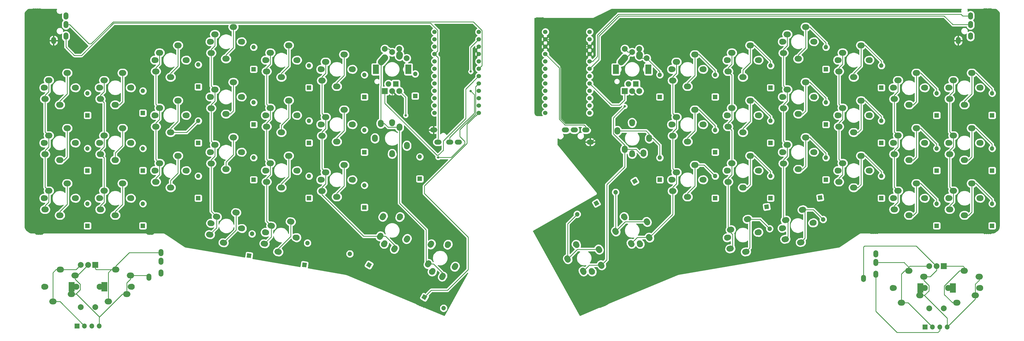
<source format=gbr>
G04 #@! TF.GenerationSoftware,KiCad,Pcbnew,(5.1.5)-3*
G04 #@! TF.CreationDate,2021-02-15T02:55:08-08:00*
G04 #@! TF.ProjectId,split,73706c69-742e-46b6-9963-61645f706362,rev?*
G04 #@! TF.SameCoordinates,Original*
G04 #@! TF.FileFunction,Copper,L1,Top*
G04 #@! TF.FilePolarity,Positive*
%FSLAX46Y46*%
G04 Gerber Fmt 4.6, Leading zero omitted, Abs format (unit mm)*
G04 Created by KiCad (PCBNEW (5.1.5)-3) date 2021-02-15 02:55:08*
%MOMM*%
%LPD*%
G04 APERTURE LIST*
%ADD10C,1.524000*%
%ADD11C,1.900000*%
%ADD12O,2.500000X2.000000*%
%ADD13C,2.100000*%
%ADD14C,2.000000*%
%ADD15C,2.000000*%
%ADD16R,2.000000X3.200000*%
%ADD17R,2.000000X2.000000*%
%ADD18O,2.000000X2.500000*%
%ADD19C,2.250000*%
%ADD20C,2.250000*%
%ADD21C,1.905000*%
%ADD22R,1.905000X1.905000*%
%ADD23C,0.100000*%
%ADD24C,1.500000*%
%ADD25O,1.500000X1.500000*%
%ADD26R,1.500000X1.500000*%
%ADD27O,1.700000X1.700000*%
%ADD28R,1.700000X1.700000*%
%ADD29O,1.700000X2.500000*%
%ADD30O,2.500000X1.700000*%
%ADD31C,0.800000*%
%ADD32C,0.250000*%
%ADD33C,0.254000*%
G04 APERTURE END LIST*
D10*
X188447650Y140684250D03*
X188447650Y138144250D03*
X188447650Y135604250D03*
X188447650Y133064250D03*
X188447650Y130524250D03*
X188447650Y127984250D03*
X188447650Y125444250D03*
X188447650Y122904250D03*
X188447650Y120364250D03*
X188447650Y117824250D03*
X188447650Y115284250D03*
X188447650Y112744250D03*
X203667650Y112744250D03*
X203667650Y115284250D03*
X203667650Y117824250D03*
X203667650Y120364250D03*
X203667650Y122904250D03*
X203667650Y125444250D03*
X203667650Y127984250D03*
X203667650Y130524250D03*
X203667650Y133064250D03*
X203667650Y135604250D03*
X203667650Y138144250D03*
X203667650Y140684250D03*
D11*
X289401250Y130968750D03*
X299561250Y130968750D03*
D12*
X290671250Y133508750D03*
X297021250Y136048750D03*
X294481250Y125068750D03*
D13*
X299981250Y130968750D03*
X288981250Y130968750D03*
D12*
X289381250Y127068750D03*
D14*
X136433749Y65648014D02*
X136683749Y66081026D01*
D13*
X132981250Y67468110D03*
X138481250Y76994390D03*
D14*
X140715800Y69064744D02*
X140965800Y69497756D01*
X132476841Y76754449D02*
X132726841Y77187461D01*
X131501545Y69985187D02*
X131751545Y70418199D01*
D11*
X138271250Y76630659D03*
X133191250Y67831841D03*
D15*
X220781250Y134793750D03*
X215781250Y134793750D03*
D16*
X223881250Y127793750D03*
X212681250Y127793750D03*
D15*
X220781250Y120293750D03*
X218281250Y120293750D03*
D17*
X215781250Y120293750D03*
D14*
X207821249Y60010514D02*
X207571249Y60443526D01*
D13*
X204518750Y57930610D03*
X199018750Y67456890D03*
D14*
X207003300Y65427244D02*
X206753300Y65860256D01*
X196224341Y62136949D02*
X195974341Y62569961D01*
X201599045Y57907687D02*
X201349045Y58340699D01*
D11*
X199228750Y67093159D03*
X204308750Y58294341D03*
X220821250Y67831841D03*
X215741250Y76630659D03*
D14*
X218111545Y67445187D02*
X217861545Y67878199D01*
X212736841Y71674449D02*
X212486841Y72107461D01*
X223515800Y74964744D02*
X223265800Y75397756D01*
D13*
X215531250Y76994390D03*
X221031250Y67468110D03*
D14*
X224333749Y69548014D02*
X224083749Y69981026D01*
X251781439Y65882003D02*
X252273993Y65967967D01*
D13*
X250963149Y69698140D03*
X261799351Y71589360D03*
D14*
X257149355Y64788623D02*
X257641909Y64874587D01*
X257763751Y76041823D02*
X258256305Y76127787D01*
X251945007Y72447896D02*
X252437561Y72533860D01*
D11*
X261385605Y71517150D03*
X251376895Y69770350D03*
D14*
X270689605Y69157003D02*
X271182159Y69242967D01*
D13*
X269871315Y72973140D03*
X280707517Y74864360D03*
D14*
X276057521Y68063623D02*
X276550075Y68149587D01*
X276671917Y79316823D02*
X277164471Y79402787D01*
X270853173Y75722896D02*
X271345727Y75808860D01*
D11*
X280293771Y74792150D03*
X270285061Y73045350D03*
D12*
X232231250Y85793750D03*
D13*
X231831250Y89693750D03*
X242831250Y89693750D03*
D12*
X237331250Y83793750D03*
X239871250Y94773750D03*
X233521250Y92233750D03*
D11*
X242411250Y89693750D03*
X232251250Y89693750D03*
D12*
X251281250Y88968750D03*
D13*
X250881250Y92868750D03*
X261881250Y92868750D03*
D12*
X256381250Y86968750D03*
X258921250Y97948750D03*
X252571250Y95408750D03*
D11*
X261461250Y92868750D03*
X251301250Y92868750D03*
D12*
X270331250Y95318750D03*
D13*
X269931250Y99218750D03*
X280931250Y99218750D03*
D12*
X275431250Y93318750D03*
X277971250Y104298750D03*
X271621250Y101758750D03*
D11*
X280511250Y99218750D03*
X270351250Y99218750D03*
D12*
X289381250Y88968750D03*
D13*
X288981250Y92868750D03*
X299981250Y92868750D03*
D12*
X294481250Y86968750D03*
X297021250Y97948750D03*
X290671250Y95408750D03*
D11*
X299561250Y92868750D03*
X289401250Y92868750D03*
D12*
X308431250Y79443750D03*
D13*
X308031250Y83343750D03*
X319031250Y83343750D03*
D12*
X313531250Y77443750D03*
X316071250Y88423750D03*
X309721250Y85883750D03*
D11*
X318611250Y83343750D03*
X308451250Y83343750D03*
D12*
X327481250Y79443750D03*
D13*
X327081250Y83343750D03*
X338081250Y83343750D03*
D12*
X332581250Y77443750D03*
X335121250Y88423750D03*
X328771250Y85883750D03*
D11*
X337661250Y83343750D03*
X327501250Y83343750D03*
X218281250Y98901250D03*
X218281250Y109061250D03*
D18*
X215741250Y100171250D03*
X213201250Y106521250D03*
X224181250Y103981250D03*
D13*
X218281250Y109481250D03*
X218281250Y98481250D03*
D18*
X222181250Y98881250D03*
D12*
X232231250Y104843750D03*
D13*
X231831250Y108743750D03*
X242831250Y108743750D03*
D12*
X237331250Y102843750D03*
X239871250Y113823750D03*
X233521250Y111283750D03*
D11*
X242411250Y108743750D03*
X232251250Y108743750D03*
D12*
X251281250Y108018750D03*
D13*
X250881250Y111918750D03*
X261881250Y111918750D03*
D12*
X256381250Y106018750D03*
X258921250Y116998750D03*
X252571250Y114458750D03*
D11*
X261461250Y111918750D03*
X251301250Y111918750D03*
D12*
X270331250Y114368750D03*
D13*
X269931250Y118268750D03*
X280931250Y118268750D03*
D12*
X275431250Y112368750D03*
X277971250Y123348750D03*
X271621250Y120808750D03*
D11*
X280511250Y118268750D03*
X270351250Y118268750D03*
D12*
X289381250Y108018750D03*
D13*
X288981250Y111918750D03*
X299981250Y111918750D03*
D12*
X294481250Y106018750D03*
X297021250Y116998750D03*
X290671250Y114458750D03*
D11*
X299561250Y111918750D03*
X289401250Y111918750D03*
D12*
X308431250Y98493750D03*
D13*
X308031250Y102393750D03*
X319031250Y102393750D03*
D12*
X313531250Y96493750D03*
X316071250Y107473750D03*
X309721250Y104933750D03*
D11*
X318611250Y102393750D03*
X308451250Y102393750D03*
D12*
X327481250Y98493750D03*
D13*
X327081250Y102393750D03*
X338081250Y102393750D03*
D12*
X332581250Y96493750D03*
X335121250Y107473750D03*
X328771250Y104933750D03*
D11*
X337661250Y102393750D03*
X327501250Y102393750D03*
D19*
X220781250Y132293750D02*
X220820792Y132873782D01*
D20*
X220821250Y132873750D03*
D19*
X214471250Y130333750D02*
X215781240Y131793758D01*
D20*
X215781250Y131793750D03*
D15*
X223281250Y131593750D03*
X218281250Y133693750D03*
D21*
X217011250Y122713750D03*
D22*
X219551250Y122713750D03*
D11*
X232251250Y127793750D03*
X242411250Y127793750D03*
D12*
X233521250Y130333750D03*
X239871250Y132873750D03*
X237331250Y121893750D03*
D13*
X242831250Y127793750D03*
X231831250Y127793750D03*
D12*
X232231250Y123893750D03*
D11*
X251301250Y130968750D03*
X261461250Y130968750D03*
D12*
X252571250Y133508750D03*
X258921250Y136048750D03*
X256381250Y125068750D03*
D13*
X261881250Y130968750D03*
X250881250Y130968750D03*
D12*
X251281250Y127068750D03*
D11*
X270351250Y137318750D03*
X280511250Y137318750D03*
D12*
X271621250Y139858750D03*
X277971250Y142398750D03*
X275431250Y131418750D03*
D13*
X280931250Y137318750D03*
X269931250Y137318750D03*
D12*
X270331250Y133418750D03*
D11*
X308451250Y121443750D03*
X318611250Y121443750D03*
D12*
X309721250Y123983750D03*
X316071250Y126523750D03*
X313531250Y115543750D03*
D13*
X319031250Y121443750D03*
X308031250Y121443750D03*
D12*
X308431250Y117543750D03*
D11*
X327501250Y121443750D03*
X337661250Y121443750D03*
D12*
X328771250Y123983750D03*
X335121250Y126523750D03*
X332581250Y115543750D03*
D13*
X338081250Y121443750D03*
X327081250Y121443750D03*
D12*
X327481250Y117543750D03*
G04 #@! TA.AperFunction,ComponentPad*
D23*
G36*
X206274519Y82624519D02*
G01*
X207024519Y81325481D01*
X205725481Y80575481D01*
X204975481Y81874519D01*
X206274519Y82624519D01*
G37*
G04 #@! TD.AperFunction*
D24*
X199400886Y77790000D02*
X199400886Y77790000D01*
X212600886Y85390000D02*
X212600886Y85390000D01*
G04 #@! TA.AperFunction,ComponentPad*
D23*
G36*
X219474519Y90224519D02*
G01*
X220224519Y88925481D01*
X218925481Y88175481D01*
X218175481Y89474519D01*
X219474519Y90224519D01*
G37*
G04 #@! TD.AperFunction*
D24*
X265600000Y72800000D02*
X265600000Y72800000D01*
G04 #@! TA.AperFunction,ComponentPad*
D23*
G36*
X263706707Y80987481D02*
G01*
X265192472Y81193648D01*
X265398639Y79707883D01*
X263912874Y79501716D01*
X263706707Y80987481D01*
G37*
G04 #@! TD.AperFunction*
D24*
X284000000Y76000000D02*
X284000000Y76000000D01*
G04 #@! TA.AperFunction,ComponentPad*
D23*
G36*
X282106707Y84187481D02*
G01*
X283592472Y84393648D01*
X283798639Y82907883D01*
X282312874Y82701716D01*
X282106707Y84187481D01*
G37*
G04 #@! TD.AperFunction*
D25*
X246856250Y90963750D03*
D26*
X246856250Y83343750D03*
D25*
X265906250Y90963750D03*
D26*
X265906250Y83343750D03*
D25*
X284956250Y97313750D03*
D26*
X284956250Y89693750D03*
D25*
X304006250Y90963750D03*
D26*
X304006250Y83343750D03*
D25*
X323056250Y81438750D03*
D26*
X323056250Y73818750D03*
D25*
X342106250Y81438750D03*
D26*
X342106250Y73818750D03*
D25*
X227806250Y97313750D03*
D26*
X227806250Y89693750D03*
D25*
X246856250Y106838750D03*
D26*
X246856250Y99218750D03*
D25*
X265906250Y110013750D03*
D26*
X265906250Y102393750D03*
D25*
X284956250Y116363750D03*
D26*
X284956250Y108743750D03*
D25*
X304006250Y110013750D03*
D26*
X304006250Y102393750D03*
D25*
X323056250Y100488750D03*
D26*
X323056250Y92868750D03*
D25*
X342106250Y100488750D03*
D26*
X342106250Y92868750D03*
D25*
X227806250Y125888750D03*
D26*
X227806250Y118268750D03*
D25*
X246856250Y125888750D03*
D26*
X246856250Y118268750D03*
D25*
X265906250Y129063750D03*
D26*
X265906250Y121443750D03*
D25*
X284956250Y135413750D03*
D26*
X284956250Y127793750D03*
D25*
X304006250Y129063750D03*
D26*
X304006250Y121443750D03*
D25*
X323056250Y119538750D03*
D26*
X323056250Y111918750D03*
D25*
X342106250Y119538750D03*
D26*
X342106250Y111918750D03*
D15*
X138231250Y134793750D03*
X133231250Y134793750D03*
D16*
X141331250Y127793750D03*
X130131250Y127793750D03*
D15*
X138231250Y120293750D03*
X135731250Y120293750D03*
D17*
X133231250Y120293750D03*
D24*
X153442864Y45402500D02*
X153442864Y45402500D01*
G04 #@! TA.AperFunction,ComponentPad*
D23*
G36*
X145819231Y48937981D02*
G01*
X146569231Y50237019D01*
X147868269Y49487019D01*
X147118269Y48187981D01*
X145819231Y48937981D01*
G37*
G04 #@! TD.AperFunction*
D11*
X54451250Y130968750D03*
X64611250Y130968750D03*
D12*
X55721250Y133508750D03*
X62071250Y136048750D03*
X59531250Y125068750D03*
D13*
X65031250Y130968750D03*
X54031250Y130968750D03*
D12*
X54431250Y127068750D03*
D11*
X35401250Y83343750D03*
X45561250Y83343750D03*
D12*
X36671250Y85883750D03*
X43021250Y88423750D03*
X40481250Y77443750D03*
D13*
X45981250Y83343750D03*
X34981250Y83343750D03*
D12*
X35381250Y79443750D03*
D24*
X106616077Y67872682D02*
X106616077Y67872682D01*
G04 #@! TA.AperFunction,ComponentPad*
D23*
G36*
X106208549Y59479034D02*
G01*
X104722784Y59685201D01*
X104928951Y61170966D01*
X106414716Y60964799D01*
X106208549Y59479034D01*
G37*
G04 #@! TD.AperFunction*
D11*
X111601250Y108743750D03*
X121761250Y108743750D03*
D12*
X112871250Y111283750D03*
X119221250Y113823750D03*
X116681250Y102843750D03*
D13*
X122181250Y108743750D03*
X111181250Y108743750D03*
D12*
X111581250Y104843750D03*
D18*
X131831250Y109081250D03*
D13*
X135731250Y109481250D03*
X135731250Y98481250D03*
D18*
X129831250Y103981250D03*
X140811250Y101441250D03*
X138271250Y107791250D03*
D11*
X135731250Y98901250D03*
X135731250Y109061250D03*
X73501250Y99218750D03*
X83661250Y99218750D03*
D12*
X74771250Y101758750D03*
X81121250Y104298750D03*
X78581250Y93318750D03*
D13*
X84081250Y99218750D03*
X73081250Y99218750D03*
D12*
X73481250Y95318750D03*
D19*
X138231250Y132293750D02*
X138270792Y132873782D01*
D20*
X138271250Y132873750D03*
D19*
X131921250Y130333750D02*
X133231240Y131793758D01*
D20*
X133231250Y131793750D03*
D15*
X140731250Y131593750D03*
X135731250Y133693750D03*
D21*
X134461250Y122713750D03*
D22*
X137001250Y122713750D03*
D11*
X92551250Y130968750D03*
X102711250Y130968750D03*
D12*
X93821250Y133508750D03*
X100171250Y136048750D03*
X97631250Y125068750D03*
D13*
X103131250Y130968750D03*
X92131250Y130968750D03*
D12*
X92531250Y127068750D03*
D11*
X54451250Y111918750D03*
X64611250Y111918750D03*
D12*
X55721250Y114458750D03*
X62071250Y116998750D03*
X59531250Y106018750D03*
D13*
X65031250Y111918750D03*
X54031250Y111918750D03*
D12*
X54431250Y108018750D03*
D14*
X152952499Y56123014D02*
X153202499Y56556026D01*
D13*
X149500000Y57943110D03*
X155000000Y67469390D03*
D14*
X157234550Y59539744D02*
X157484550Y59972756D01*
X148995591Y67229449D02*
X149245591Y67662461D01*
X148020295Y60460187D02*
X148270295Y60893199D01*
D11*
X154790000Y67105659D03*
X149710000Y58306841D03*
D14*
X72791567Y70839819D02*
X73284709Y70757295D01*
D13*
X73287309Y74711090D03*
X84136451Y72895566D03*
D14*
X77491528Y68025505D02*
X77984670Y67942981D01*
X81808916Y78435700D02*
X82302058Y78353176D01*
X75126782Y76978587D02*
X75619924Y76896063D01*
D11*
X83722211Y72964886D03*
X73701549Y74641770D03*
X111601250Y89693750D03*
X121761250Y89693750D03*
D12*
X112871250Y92233750D03*
X119221250Y94773750D03*
X116681250Y83793750D03*
D13*
X122181250Y89693750D03*
X111181250Y89693750D03*
D12*
X111581250Y85793750D03*
D24*
X87566077Y71047682D02*
X87566077Y71047682D01*
G04 #@! TA.AperFunction,ComponentPad*
D23*
G36*
X87158549Y62654034D02*
G01*
X85672784Y62860201D01*
X85878951Y64345966D01*
X87364716Y64139799D01*
X87158549Y62654034D01*
G37*
G04 #@! TD.AperFunction*
D11*
X92551250Y92868750D03*
X102711250Y92868750D03*
D12*
X93821250Y95408750D03*
X100171250Y97948750D03*
X97631250Y86968750D03*
D13*
X103131250Y92868750D03*
X92131250Y92868750D03*
D12*
X92531250Y88968750D03*
D11*
X54451250Y92868750D03*
X64611250Y92868750D03*
D12*
X55721250Y95408750D03*
X62071250Y97948750D03*
X59531250Y86968750D03*
D13*
X65031250Y92868750D03*
X54031250Y92868750D03*
D12*
X54431250Y88968750D03*
D11*
X16351250Y83343750D03*
X26511250Y83343750D03*
D12*
X17621250Y85883750D03*
X23971250Y88423750D03*
X21431250Y77443750D03*
D13*
X26931250Y83343750D03*
X15931250Y83343750D03*
D12*
X16331250Y79443750D03*
D11*
X92551250Y111918750D03*
X102711250Y111918750D03*
D12*
X93821250Y114458750D03*
X100171250Y116998750D03*
X97631250Y106018750D03*
D13*
X103131250Y111918750D03*
X92131250Y111918750D03*
D12*
X92531250Y108018750D03*
D11*
X73501250Y118268750D03*
X83661250Y118268750D03*
D12*
X74771250Y120808750D03*
X81121250Y123348750D03*
X78581250Y112368750D03*
D13*
X84081250Y118268750D03*
X73081250Y118268750D03*
D12*
X73481250Y114368750D03*
D11*
X16351250Y102393750D03*
X26511250Y102393750D03*
D12*
X17621250Y104933750D03*
X23971250Y107473750D03*
X21431250Y96493750D03*
D13*
X26931250Y102393750D03*
X15931250Y102393750D03*
D12*
X16331250Y98493750D03*
D11*
X35401250Y102393750D03*
X45561250Y102393750D03*
D12*
X36671250Y104933750D03*
X43021250Y107473750D03*
X40481250Y96493750D03*
D13*
X45981250Y102393750D03*
X34981250Y102393750D03*
D12*
X35381250Y98493750D03*
D11*
X111601250Y127793750D03*
X121761250Y127793750D03*
D12*
X112871250Y130333750D03*
X119221250Y132873750D03*
X116681250Y121893750D03*
D13*
X122181250Y127793750D03*
X111181250Y127793750D03*
D12*
X111581250Y123893750D03*
D11*
X73501250Y137318750D03*
X83661250Y137318750D03*
D12*
X74771250Y139858750D03*
X81121250Y142398750D03*
X78581250Y131418750D03*
D13*
X84081250Y137318750D03*
X73081250Y137318750D03*
D12*
X73481250Y133418750D03*
D11*
X16351250Y121443750D03*
X26511250Y121443750D03*
D12*
X17621250Y123983750D03*
X23971250Y126523750D03*
X21431250Y115543750D03*
D13*
X26931250Y121443750D03*
X15931250Y121443750D03*
D12*
X16331250Y117543750D03*
D27*
X326670000Y38862500D03*
X324130000Y38862500D03*
X321590000Y38862500D03*
D28*
X319050000Y38862500D03*
D11*
X337623750Y52356250D03*
X327463750Y52356250D03*
D12*
X336353750Y49816250D03*
X330003750Y47276250D03*
X332543750Y58256250D03*
D13*
X327043750Y52356250D03*
X338043750Y52356250D03*
D12*
X337643750Y56256250D03*
D11*
X45761250Y52781250D03*
X35601250Y52781250D03*
D12*
X44491250Y50241250D03*
X38141250Y47701250D03*
X40681250Y58681250D03*
D13*
X35181250Y52781250D03*
X46181250Y52781250D03*
D12*
X45781250Y56681250D03*
D17*
X33656250Y60281250D03*
D15*
X31156250Y60281250D03*
X28656250Y60281250D03*
D16*
X36756250Y52781250D03*
X25556250Y52781250D03*
D15*
X33656250Y45781250D03*
X28656250Y45781250D03*
D11*
X26711250Y52781250D03*
X16551250Y52781250D03*
D12*
X25441250Y50241250D03*
X19091250Y47701250D03*
X21631250Y58681250D03*
D13*
X16131250Y52781250D03*
X27131250Y52781250D03*
D12*
X26731250Y56681250D03*
D17*
X325518750Y59856250D03*
D15*
X323018750Y59856250D03*
X320518750Y59856250D03*
D16*
X328618750Y52356250D03*
X317418750Y52356250D03*
D15*
X325518750Y45356250D03*
X320518750Y45356250D03*
D11*
X35401250Y121443750D03*
X45561250Y121443750D03*
D12*
X36671250Y123983750D03*
X43021250Y126523750D03*
X40481250Y115543750D03*
D13*
X45981250Y121443750D03*
X34981250Y121443750D03*
D12*
X35381250Y117543750D03*
D25*
X30956250Y119538750D03*
D26*
X30956250Y111918750D03*
D11*
X318573750Y52356250D03*
X308413750Y52356250D03*
D12*
X317303750Y49816250D03*
X310953750Y47276250D03*
X313493750Y58256250D03*
D13*
X307993750Y52356250D03*
X318993750Y52356250D03*
D12*
X318593750Y56256250D03*
D29*
X56275000Y64562500D03*
X56275000Y61562500D03*
X56275000Y57562500D03*
X52075000Y56062500D03*
D27*
X35023400Y39274800D03*
X32483400Y39274800D03*
X29943400Y39274800D03*
D28*
X27403400Y39274800D03*
D29*
X302100000Y64137500D03*
X302100000Y61137500D03*
X302100000Y57137500D03*
X297900000Y55637500D03*
D25*
X126206250Y87788750D03*
D26*
X126206250Y80168750D03*
D30*
X195387500Y106875000D03*
X198387500Y106875000D03*
X202387500Y106875000D03*
X203887500Y102675000D03*
D25*
X126206250Y106838750D03*
D26*
X126206250Y99218750D03*
D25*
X88106250Y97313750D03*
D26*
X88106250Y89693750D03*
D25*
X69056250Y90963750D03*
D26*
X69056250Y83343750D03*
D25*
X69056250Y110013750D03*
D26*
X69056250Y102393750D03*
D30*
X158537500Y102675000D03*
X155537500Y102675000D03*
X151537500Y102675000D03*
X150037500Y106875000D03*
D25*
X50006250Y81438750D03*
D26*
X50006250Y73818750D03*
D25*
X88106250Y116363750D03*
D26*
X88106250Y108743750D03*
D25*
X50006250Y100488750D03*
D26*
X50006250Y92868750D03*
D25*
X30956250Y81438750D03*
D26*
X30956250Y73818750D03*
D29*
X19331250Y137700000D03*
X23531250Y139200000D03*
X23531250Y143200000D03*
X23531250Y146200000D03*
G04 #@! TA.AperFunction,ComponentPad*
D23*
G36*
X128818269Y60599519D02*
G01*
X128068269Y59300481D01*
X126769231Y60050481D01*
X127519231Y61349519D01*
X128818269Y60599519D01*
G37*
G04 #@! TD.AperFunction*
D24*
X121194636Y64135000D02*
X121194636Y64135000D01*
D10*
X165567650Y140684250D03*
X165567650Y138144250D03*
X165567650Y135604250D03*
X165567650Y133064250D03*
X165567650Y130524250D03*
X165567650Y127984250D03*
X165567650Y125444250D03*
X165567650Y122904250D03*
X165567650Y120364250D03*
X165567650Y117824250D03*
X165567650Y115284250D03*
X165567650Y112744250D03*
X150347650Y112744250D03*
X150347650Y115284250D03*
X150347650Y117824250D03*
X150347650Y120364250D03*
X150347650Y122904250D03*
X150347650Y125444250D03*
X150347650Y127984250D03*
X150347650Y130524250D03*
X150347650Y133064250D03*
X150347650Y135604250D03*
X150347650Y138144250D03*
X150347650Y140684250D03*
D29*
X330481250Y137700000D03*
X334681250Y139200000D03*
X334681250Y143200000D03*
X334681250Y146200000D03*
D25*
X145256250Y97631250D03*
D26*
X145256250Y90011250D03*
D25*
X107156250Y90963750D03*
D26*
X107156250Y83343750D03*
D25*
X107156250Y110013750D03*
D26*
X107156250Y102393750D03*
D25*
X30956250Y100488750D03*
D26*
X30956250Y92868750D03*
D25*
X50006250Y120332500D03*
D26*
X50006250Y112712500D03*
D25*
X69056250Y129381250D03*
D26*
X69056250Y121761250D03*
D25*
X88106250Y135413750D03*
D26*
X88106250Y127793750D03*
D25*
X143668750Y126206250D03*
D26*
X143668750Y118586250D03*
D25*
X107156250Y129063750D03*
D26*
X107156250Y121443750D03*
D25*
X126206250Y125888750D03*
D26*
X126206250Y118268750D03*
D11*
X92490289Y71497614D03*
X102510951Y69820730D03*
D14*
X93915522Y73834431D02*
X94408664Y73751907D01*
X100597656Y75291544D02*
X101090798Y75209020D01*
X96280268Y64881349D02*
X96773410Y64798825D01*
D13*
X102925191Y69751410D03*
X92076049Y71566934D03*
D14*
X91580307Y67695663D02*
X92073449Y67613139D01*
D31*
X215800000Y115000000D03*
X162800000Y127000000D03*
X162800000Y120300000D03*
X151600000Y97400000D03*
X140400000Y111900000D03*
D32*
X23971250Y119333750D02*
X23971250Y125273750D01*
X21431250Y116793750D02*
X23971250Y119333750D01*
X23971250Y125273750D02*
X23971250Y126523750D01*
X21431250Y115543750D02*
X21431250Y116793750D01*
X43021250Y125273750D02*
X43021250Y126523750D01*
X43021250Y116583750D02*
X43021250Y125273750D01*
X41981250Y115543750D02*
X43021250Y116583750D01*
X40481250Y115543750D02*
X41981250Y115543750D01*
X62071250Y134798750D02*
X62071250Y136048750D01*
X62071250Y128858750D02*
X62071250Y134798750D01*
X59531250Y126318750D02*
X62071250Y128858750D01*
X59531250Y125068750D02*
X59531250Y126318750D01*
X78581250Y132668750D02*
X81121250Y135208750D01*
X81121250Y141148750D02*
X81121250Y142398750D01*
X81121250Y135208750D02*
X81121250Y141148750D01*
X78581250Y131418750D02*
X78581250Y132668750D01*
X100171250Y134798750D02*
X100171250Y136048750D01*
X100171250Y128858750D02*
X100171250Y134798750D01*
X97631250Y126318750D02*
X100171250Y128858750D01*
X97631250Y125068750D02*
X97631250Y126318750D01*
X119221250Y131623750D02*
X119221250Y132873750D01*
X119221250Y125683750D02*
X119221250Y131623750D01*
X116681250Y123143750D02*
X119221250Y125683750D01*
X116681250Y121893750D02*
X116681250Y123143750D01*
X138231250Y134793750D02*
X138231250Y132293750D01*
X335121250Y125273750D02*
X335121250Y126523750D01*
X335121250Y119333750D02*
X335121250Y125273750D01*
X332581250Y116793750D02*
X335121250Y119333750D01*
X332581250Y115543750D02*
X332581250Y116793750D01*
X342106250Y120599410D02*
X342106250Y119538750D01*
X336621250Y126523750D02*
X342106250Y121038750D01*
X342106250Y121038750D02*
X342106250Y120599410D01*
X335121250Y126523750D02*
X336621250Y126523750D01*
X316071250Y125273750D02*
X316071250Y126523750D01*
X316071250Y116583750D02*
X316071250Y125273750D01*
X315031250Y115543750D02*
X316071250Y116583750D01*
X313531250Y115543750D02*
X315031250Y115543750D01*
X323056250Y120599410D02*
X323056250Y119538750D01*
X323056250Y121038750D02*
X323056250Y120599410D01*
X317571250Y126523750D02*
X323056250Y121038750D01*
X316071250Y126523750D02*
X317571250Y126523750D01*
X297021250Y134798750D02*
X297021250Y136048750D01*
X297021250Y128858750D02*
X297021250Y134798750D01*
X294481250Y126318750D02*
X297021250Y128858750D01*
X294481250Y125068750D02*
X294481250Y126318750D01*
X304006250Y130124410D02*
X304006250Y129063750D01*
X298521250Y136048750D02*
X304006250Y130563750D01*
X304006250Y130563750D02*
X304006250Y130124410D01*
X297021250Y136048750D02*
X298521250Y136048750D01*
X277971250Y141148750D02*
X277971250Y142398750D01*
X277971250Y135208750D02*
X277971250Y141148750D01*
X275431250Y132668750D02*
X277971250Y135208750D01*
X275431250Y131418750D02*
X275431250Y132668750D01*
X284956250Y136474410D02*
X284956250Y135413750D01*
X284956250Y136913750D02*
X284956250Y136474410D01*
X279471250Y142398750D02*
X284956250Y136913750D01*
X277971250Y142398750D02*
X279471250Y142398750D01*
X258921250Y134798750D02*
X258921250Y136048750D01*
X258921250Y130067748D02*
X258921250Y134798750D01*
X256381250Y127527748D02*
X258921250Y130067748D01*
X256381250Y125068750D02*
X256381250Y127527748D01*
X265906250Y130563750D02*
X265906250Y130124410D01*
X260421250Y136048750D02*
X265906250Y130563750D01*
X265906250Y130124410D02*
X265906250Y129063750D01*
X258921250Y136048750D02*
X260421250Y136048750D01*
X239871250Y131623750D02*
X239871250Y132873750D01*
X239871250Y125683750D02*
X239871250Y131623750D01*
X237331250Y123143750D02*
X239871250Y125683750D01*
X237331250Y121893750D02*
X237331250Y123143750D01*
X246856250Y126949410D02*
X246856250Y125888750D01*
X246856250Y127388750D02*
X246856250Y126949410D01*
X241371250Y132873750D02*
X246856250Y127388750D01*
X239871250Y132873750D02*
X241371250Y132873750D01*
X221481250Y131593750D02*
X223281250Y131593750D01*
X220781250Y132293750D02*
X221481250Y131593750D01*
X227806250Y127068750D02*
X227806250Y125888750D01*
X223281250Y131593750D02*
X227806250Y127068750D01*
X220781250Y132913750D02*
X220821250Y132873750D01*
X220781250Y134793750D02*
X220781250Y132913750D01*
X23971250Y106223750D02*
X23971250Y107473750D01*
X23971250Y97533750D02*
X23971250Y106223750D01*
X22931250Y96493750D02*
X23971250Y97533750D01*
X21431250Y96493750D02*
X22931250Y96493750D01*
X43021250Y106223750D02*
X43021250Y107473750D01*
X43021250Y101492748D02*
X43021250Y106223750D01*
X40481250Y98952748D02*
X43021250Y101492748D01*
X40481250Y96493750D02*
X40481250Y98952748D01*
X62071250Y109808750D02*
X62071250Y115748750D01*
X59531250Y107268750D02*
X62071250Y109808750D01*
X62071250Y115748750D02*
X62071250Y116998750D01*
X59531250Y106018750D02*
X59531250Y107268750D01*
X65061250Y106018750D02*
X69056250Y110013750D01*
X59531250Y106018750D02*
X65061250Y106018750D01*
X81121250Y113408750D02*
X81121250Y122098750D01*
X81121250Y122098750D02*
X81121250Y123348750D01*
X80081250Y112368750D02*
X81121250Y113408750D01*
X78581250Y112368750D02*
X80081250Y112368750D01*
X100171250Y115748750D02*
X100171250Y116998750D01*
X97631250Y108477748D02*
X100171250Y111017748D01*
X100171250Y111017748D02*
X100171250Y115748750D01*
X97631250Y106018750D02*
X97631250Y108477748D01*
X119221250Y112573750D02*
X119221250Y113823750D01*
X119221250Y106633750D02*
X119221250Y112573750D01*
X116681250Y104093750D02*
X119221250Y106633750D01*
X116681250Y102843750D02*
X116681250Y104093750D01*
X335121250Y106223750D02*
X335121250Y107473750D01*
X335121250Y97533750D02*
X335121250Y106223750D01*
X334081250Y96493750D02*
X335121250Y97533750D01*
X332581250Y96493750D02*
X334081250Y96493750D01*
X342106250Y101549410D02*
X342106250Y100488750D01*
X342106250Y101988750D02*
X342106250Y101549410D01*
X336621250Y107473750D02*
X342106250Y101988750D01*
X335121250Y107473750D02*
X336621250Y107473750D01*
X316071250Y97533750D02*
X316071250Y106223750D01*
X315031250Y96493750D02*
X316071250Y97533750D01*
X316071250Y106223750D02*
X316071250Y107473750D01*
X313531250Y96493750D02*
X315031250Y96493750D01*
X323056250Y101988750D02*
X323056250Y101549410D01*
X323056250Y101549410D02*
X323056250Y100488750D01*
X317571250Y107473750D02*
X323056250Y101988750D01*
X316071250Y107473750D02*
X317571250Y107473750D01*
X297021250Y115748750D02*
X297021250Y116998750D01*
X297021250Y107058750D02*
X297021250Y115748750D01*
X295981250Y106018750D02*
X297021250Y107058750D01*
X294481250Y106018750D02*
X295981250Y106018750D01*
X304006250Y111074410D02*
X304006250Y110013750D01*
X304006250Y111513750D02*
X304006250Y111074410D01*
X298521250Y116998750D02*
X304006250Y111513750D01*
X297021250Y116998750D02*
X298521250Y116998750D01*
X277971250Y122098750D02*
X277971250Y123348750D01*
X277971250Y113408750D02*
X277971250Y122098750D01*
X276931250Y112368750D02*
X277971250Y113408750D01*
X275431250Y112368750D02*
X276931250Y112368750D01*
X284956250Y117424410D02*
X284956250Y116363750D01*
X279471250Y123348750D02*
X284956250Y117863750D01*
X284956250Y117863750D02*
X284956250Y117424410D01*
X277971250Y123348750D02*
X279471250Y123348750D01*
X258921250Y109808750D02*
X258921250Y115748750D01*
X256381250Y107268750D02*
X258921250Y109808750D01*
X258921250Y115748750D02*
X258921250Y116998750D01*
X256381250Y106018750D02*
X256381250Y107268750D01*
X265906250Y111074410D02*
X265906250Y110013750D01*
X265906250Y111513750D02*
X265906250Y111074410D01*
X260421250Y116998750D02*
X265906250Y111513750D01*
X258921250Y116998750D02*
X260421250Y116998750D01*
X239871250Y112573750D02*
X239871250Y113823750D01*
X239871250Y106633750D02*
X239871250Y112573750D01*
X237331250Y104093750D02*
X239871250Y106633750D01*
X237331250Y102843750D02*
X237331250Y104093750D01*
X246856250Y107899410D02*
X246856250Y106838750D01*
X241371250Y113823750D02*
X246856250Y108338750D01*
X246856250Y108338750D02*
X246856250Y107899410D01*
X239871250Y113823750D02*
X241371250Y113823750D01*
X224181250Y105481250D02*
X224181250Y103981250D01*
X223141250Y106521250D02*
X224181250Y105481250D01*
X227806250Y98374410D02*
X227806250Y97313750D01*
X227806250Y101606250D02*
X227806250Y98374410D01*
X225431250Y103981250D02*
X227806250Y101606250D01*
X224181250Y103981250D02*
X225431250Y103981250D01*
X213201250Y106521250D02*
X223141250Y106521250D01*
X23971250Y87173750D02*
X23971250Y88423750D01*
X23971250Y81233750D02*
X23971250Y87173750D01*
X21431250Y78693750D02*
X23971250Y81233750D01*
X21431250Y77443750D02*
X21431250Y78693750D01*
X43021250Y87173750D02*
X43021250Y88423750D01*
X43021250Y81233750D02*
X43021250Y87173750D01*
X40481250Y78693750D02*
X43021250Y81233750D01*
X40481250Y77443750D02*
X40481250Y78693750D01*
X62071250Y91967748D02*
X62071250Y96698750D01*
X59531250Y89427748D02*
X62071250Y91967748D01*
X62071250Y96698750D02*
X62071250Y97948750D01*
X59531250Y86968750D02*
X59531250Y89427748D01*
X81121250Y98317748D02*
X81121250Y103048750D01*
X78581250Y95777748D02*
X81121250Y98317748D01*
X81121250Y103048750D02*
X81121250Y104298750D01*
X78581250Y93318750D02*
X78581250Y95777748D01*
X100171250Y90758750D02*
X100171250Y96698750D01*
X97631250Y88218750D02*
X100171250Y90758750D01*
X100171250Y96698750D02*
X100171250Y97948750D01*
X97631250Y86968750D02*
X97631250Y88218750D01*
X119221250Y93523750D02*
X119221250Y94773750D01*
X119221250Y87583750D02*
X119221250Y93523750D01*
X116681250Y85043750D02*
X119221250Y87583750D01*
X116681250Y83793750D02*
X116681250Y85043750D01*
X335121250Y87173750D02*
X335121250Y88423750D01*
X335121250Y78483750D02*
X335121250Y87173750D01*
X334081250Y77443750D02*
X335121250Y78483750D01*
X332581250Y77443750D02*
X334081250Y77443750D01*
X342106250Y82499410D02*
X342106250Y81438750D01*
X342106250Y82938750D02*
X342106250Y82499410D01*
X336621250Y88423750D02*
X342106250Y82938750D01*
X335121250Y88423750D02*
X336621250Y88423750D01*
X316071250Y87173750D02*
X316071250Y88423750D01*
X316071250Y78483750D02*
X316071250Y87173750D01*
X315031250Y77443750D02*
X316071250Y78483750D01*
X313531250Y77443750D02*
X315031250Y77443750D01*
X323056250Y82499410D02*
X323056250Y81438750D01*
X323056250Y82938750D02*
X323056250Y82499410D01*
X317571250Y88423750D02*
X323056250Y82938750D01*
X316071250Y88423750D02*
X317571250Y88423750D01*
X297021250Y88008750D02*
X297021250Y96698750D01*
X297021250Y96698750D02*
X297021250Y97948750D01*
X295981250Y86968750D02*
X297021250Y88008750D01*
X294481250Y86968750D02*
X295981250Y86968750D01*
X304006250Y92024410D02*
X304006250Y90963750D01*
X304006250Y92463750D02*
X304006250Y92024410D01*
X298521250Y97948750D02*
X304006250Y92463750D01*
X297021250Y97948750D02*
X298521250Y97948750D01*
X277971250Y103048750D02*
X277971250Y104298750D01*
X277971250Y94358750D02*
X277971250Y103048750D01*
X276931250Y93318750D02*
X277971250Y94358750D01*
X275431250Y93318750D02*
X276931250Y93318750D01*
X284956250Y98813750D02*
X284956250Y98374410D01*
X279471250Y104298750D02*
X284956250Y98813750D01*
X284956250Y98374410D02*
X284956250Y97313750D01*
X277971250Y104298750D02*
X279471250Y104298750D01*
X258921250Y96698750D02*
X258921250Y97948750D01*
X258921250Y88008750D02*
X258921250Y96698750D01*
X257881250Y86968750D02*
X258921250Y88008750D01*
X256381250Y86968750D02*
X257881250Y86968750D01*
X265906250Y92024410D02*
X265906250Y90963750D01*
X265906250Y92463750D02*
X265906250Y92024410D01*
X260421250Y97948750D02*
X265906250Y92463750D01*
X258921250Y97948750D02*
X260421250Y97948750D01*
X239871250Y93523750D02*
X239871250Y94773750D01*
X239871250Y87583750D02*
X239871250Y93523750D01*
X237331250Y85043750D02*
X239871250Y87583750D01*
X237331250Y83793750D02*
X237331250Y85043750D01*
X243046250Y94773750D02*
X246856250Y90963750D01*
X239871250Y94773750D02*
X243046250Y94773750D01*
X149225000Y51593750D02*
X146843750Y49212500D01*
X154781250Y51593750D02*
X149225000Y51593750D01*
X161925000Y69850000D02*
X161925000Y58737500D01*
X161925000Y58737500D02*
X154781250Y51593750D01*
X146843750Y84931250D02*
X161925000Y69850000D01*
X146843750Y87543750D02*
X146843750Y84931250D01*
X164542042Y111718642D02*
X164404904Y111718642D01*
X164404904Y111718642D02*
X161500000Y108813738D01*
X161500000Y102200000D02*
X146843750Y87543750D01*
X165567650Y112744250D02*
X164542042Y111718642D01*
X161500000Y108813738D02*
X161500000Y102200000D01*
X82055487Y72301631D02*
X82055487Y78394438D01*
X77738099Y67984243D02*
X82055487Y72301631D01*
X258801416Y75293417D02*
X258010028Y76084805D01*
X258801416Y66237389D02*
X258801416Y75293417D01*
X257395632Y64831605D02*
X258801416Y66237389D01*
X262315195Y76084805D02*
X265600000Y72800000D01*
X258010028Y76084805D02*
X262315195Y76084805D01*
X215902136Y75181250D02*
X212611841Y71890955D01*
X223390800Y75181250D02*
X215902136Y75181250D01*
X212611841Y85379045D02*
X212600886Y85390000D01*
X212611841Y71890955D02*
X212611841Y85379045D01*
X199389636Y65643750D02*
X206878300Y65643750D01*
X196099341Y62353455D02*
X199389636Y65643750D01*
X196099341Y74488455D02*
X199400886Y77790000D01*
X196099341Y62353455D02*
X196099341Y74488455D01*
X17621250Y122733750D02*
X17621250Y123983750D01*
X17626251Y122728749D02*
X17621250Y122733750D01*
X17626251Y120088751D02*
X17626251Y122728749D01*
X16331250Y118793750D02*
X17626251Y120088751D01*
X16331250Y117543750D02*
X16331250Y118793750D01*
X16331250Y106223750D02*
X17621250Y104933750D01*
X16331250Y117543750D02*
X16331250Y106223750D01*
X16331250Y99743750D02*
X16331250Y98493750D01*
X17626251Y101038751D02*
X16331250Y99743750D01*
X17626251Y103678749D02*
X17626251Y101038751D01*
X17621250Y103683750D02*
X17626251Y103678749D01*
X17621250Y104933750D02*
X17621250Y103683750D01*
X16331250Y87173750D02*
X17621250Y85883750D01*
X16331250Y98493750D02*
X16331250Y87173750D01*
X16331250Y80693750D02*
X16331250Y79443750D01*
X17626251Y83955751D02*
X17626251Y81988751D01*
X17621250Y83960752D02*
X17626251Y83955751D01*
X17626251Y81988751D02*
X16331250Y80693750D01*
X17621250Y85883750D02*
X17621250Y83960752D01*
X36671250Y84633750D02*
X36671250Y85883750D01*
X36676251Y84628749D02*
X36671250Y84633750D01*
X35381250Y80693750D02*
X36676251Y81988751D01*
X36676251Y81988751D02*
X36676251Y84628749D01*
X35381250Y79443750D02*
X35381250Y80693750D01*
X36671250Y97203750D02*
X35381250Y98493750D01*
X36671250Y85883750D02*
X36671250Y97203750D01*
X36671250Y103683750D02*
X36671250Y104933750D01*
X36676251Y101038751D02*
X36676251Y103678749D01*
X35381250Y99743750D02*
X36676251Y101038751D01*
X36676251Y103678749D02*
X36671250Y103683750D01*
X35381250Y98493750D02*
X35381250Y99743750D01*
X36671250Y116253750D02*
X35381250Y117543750D01*
X36671250Y104933750D02*
X36671250Y116253750D01*
X35381250Y118793750D02*
X35381250Y117543750D01*
X36676251Y122728749D02*
X36676251Y120088751D01*
X36671250Y122733750D02*
X36676251Y122728749D01*
X36676251Y120088751D02*
X35381250Y118793750D01*
X36671250Y123983750D02*
X36671250Y122733750D01*
X55726251Y129613751D02*
X54431250Y128318750D01*
X55726251Y132253749D02*
X55726251Y129613751D01*
X55721250Y132258750D02*
X55726251Y132253749D01*
X54431250Y128318750D02*
X54431250Y127068750D01*
X55721250Y133508750D02*
X55721250Y132258750D01*
X54431250Y115748750D02*
X55721250Y114458750D01*
X54431250Y127068750D02*
X54431250Y115748750D01*
X54431250Y109268750D02*
X54431250Y108018750D01*
X55726251Y110563751D02*
X54431250Y109268750D01*
X55726251Y113203749D02*
X55726251Y110563751D01*
X55721250Y113208750D02*
X55726251Y113203749D01*
X55721250Y114458750D02*
X55721250Y113208750D01*
X54431250Y96698750D02*
X55721250Y95408750D01*
X54431250Y108018750D02*
X54431250Y96698750D01*
X55726251Y94153749D02*
X55726251Y91513751D01*
X55726251Y91513751D02*
X54431250Y90218750D01*
X55721250Y94158750D02*
X55726251Y94153749D01*
X54431250Y90218750D02*
X54431250Y88968750D01*
X55721250Y95408750D02*
X55721250Y94158750D01*
X73481250Y134668750D02*
X73481250Y133418750D01*
X74776251Y135963751D02*
X73481250Y134668750D01*
X74771250Y138608750D02*
X74776251Y138603749D01*
X74776251Y138603749D02*
X74776251Y135963751D01*
X74771250Y139858750D02*
X74771250Y138608750D01*
X73481250Y122098750D02*
X74771250Y120808750D01*
X73481250Y133418750D02*
X73481250Y122098750D01*
X73481250Y115618750D02*
X73481250Y114368750D01*
X74776251Y116913751D02*
X73481250Y115618750D01*
X74771250Y119558750D02*
X74776251Y119553749D01*
X74776251Y119553749D02*
X74776251Y116913751D01*
X74771250Y120808750D02*
X74771250Y119558750D01*
X73481250Y103048750D02*
X74771250Y101758750D01*
X73481250Y114368750D02*
X73481250Y103048750D01*
X73481250Y96568750D02*
X73481250Y95318750D01*
X74776251Y100503749D02*
X74776251Y97863751D01*
X74776251Y97863751D02*
X73481250Y96568750D01*
X74771250Y100508750D02*
X74776251Y100503749D01*
X74771250Y101758750D02*
X74771250Y100508750D01*
X73481250Y78829428D02*
X75373353Y76937325D01*
X73481250Y95318750D02*
X73481250Y78829428D01*
X75373353Y73133772D02*
X75373353Y76937325D01*
X73038138Y70798557D02*
X75373353Y73133772D01*
X92531250Y128318750D02*
X92531250Y127068750D01*
X93826251Y129613751D02*
X92531250Y128318750D01*
X93826251Y132253749D02*
X93826251Y129613751D01*
X93821250Y132258750D02*
X93826251Y132253749D01*
X93821250Y133508750D02*
X93821250Y132258750D01*
X92531250Y115748750D02*
X93821250Y114458750D01*
X92531250Y127068750D02*
X92531250Y115748750D01*
X93826251Y112530751D02*
X93826251Y110563751D01*
X92531250Y109268750D02*
X92531250Y108018750D01*
X93821250Y112535752D02*
X93826251Y112530751D01*
X93826251Y110563751D02*
X92531250Y109268750D01*
X93821250Y114458750D02*
X93821250Y112535752D01*
X92531250Y96698750D02*
X93821250Y95408750D01*
X92531250Y108018750D02*
X92531250Y96698750D01*
X92531250Y90218750D02*
X92531250Y88968750D01*
X93826251Y93480751D02*
X93826251Y91513751D01*
X93821250Y93485752D02*
X93826251Y93480751D01*
X93826251Y91513751D02*
X92531250Y90218750D01*
X93821250Y95408750D02*
X93821250Y93485752D01*
X92531250Y75424012D02*
X94162093Y73793169D01*
X92531250Y88968750D02*
X92531250Y75424012D01*
X94162093Y69989616D02*
X91826878Y67654401D01*
X94162093Y73793169D02*
X94162093Y69989616D01*
X111581250Y125143750D02*
X111581250Y123893750D01*
X112876251Y128405751D02*
X112876251Y126438751D01*
X112871250Y128410752D02*
X112876251Y128405751D01*
X112876251Y126438751D02*
X111581250Y125143750D01*
X112871250Y130333750D02*
X112871250Y128410752D01*
X111581250Y112573750D02*
X112871250Y111283750D01*
X111581250Y123893750D02*
X111581250Y112573750D01*
X111581250Y106093750D02*
X111581250Y104843750D01*
X112876251Y109355751D02*
X112876251Y107388751D01*
X112871250Y109360752D02*
X112876251Y109355751D01*
X112876251Y107388751D02*
X111581250Y106093750D01*
X112871250Y111283750D02*
X112871250Y109360752D01*
X111581250Y93523750D02*
X112871250Y92233750D01*
X111581250Y104843750D02*
X111581250Y93523750D01*
X111581250Y87043750D02*
X111581250Y85793750D01*
X112876251Y90978749D02*
X112876251Y88338751D01*
X112876251Y88338751D02*
X111581250Y87043750D01*
X112871250Y90983750D02*
X112876251Y90978749D01*
X112871250Y92233750D02*
X112871250Y90983750D01*
X130528222Y70201693D02*
X131626545Y70201693D01*
X125923307Y70201693D02*
X130528222Y70201693D01*
X111581250Y84543750D02*
X125923307Y70201693D01*
X111581250Y85793750D02*
X111581250Y84543750D01*
X136558749Y67070089D02*
X136558749Y65864520D01*
X133427145Y70201693D02*
X136558749Y67070089D01*
X131626545Y70201693D02*
X133427145Y70201693D01*
X131831250Y110581250D02*
X131831250Y109081250D01*
X131831250Y121988750D02*
X131831250Y110581250D01*
X131921250Y122078750D02*
X131831250Y121988750D01*
X131921250Y130333750D02*
X131921250Y122078750D01*
X137016249Y107786249D02*
X137021250Y107791250D01*
X137021250Y107791250D02*
X138271250Y107791250D01*
X134376251Y107786249D02*
X137016249Y107786249D01*
X133081250Y109081250D02*
X134376251Y107786249D01*
X131831250Y109081250D02*
X133081250Y109081250D01*
X138271250Y107791250D02*
X138271250Y81597500D01*
X147414368Y61407620D02*
X148145295Y60676693D01*
X147414368Y72454382D02*
X147414368Y61407620D01*
X138271250Y81597500D02*
X147414368Y72454382D01*
X153077499Y57545089D02*
X153077499Y56339520D01*
X149945895Y60676693D02*
X153077499Y57545089D01*
X148145295Y60676693D02*
X149945895Y60676693D01*
X134631250Y134793750D02*
X133231250Y134793750D01*
X135731250Y133693750D02*
X134631250Y134793750D01*
X327481250Y118793750D02*
X327481250Y117543750D01*
X328776251Y120088751D02*
X327481250Y118793750D01*
X328771250Y122060752D02*
X328776251Y122055751D01*
X328776251Y122055751D02*
X328776251Y120088751D01*
X328771250Y123983750D02*
X328771250Y122060752D01*
X327481250Y106223750D02*
X328771250Y104933750D01*
X327481250Y117543750D02*
X327481250Y106223750D01*
X328776251Y101038751D02*
X327481250Y99743750D01*
X328776251Y103678749D02*
X328776251Y101038751D01*
X327481250Y99743750D02*
X327481250Y98493750D01*
X328771250Y103683750D02*
X328776251Y103678749D01*
X328771250Y104933750D02*
X328771250Y103683750D01*
X327481250Y87173750D02*
X328771250Y85883750D01*
X327481250Y98493750D02*
X327481250Y87173750D01*
X327481250Y80693750D02*
X327481250Y79443750D01*
X328776251Y81988751D02*
X327481250Y80693750D01*
X328776251Y84628749D02*
X328776251Y81988751D01*
X328771250Y84633750D02*
X328776251Y84628749D01*
X328771250Y85883750D02*
X328771250Y84633750D01*
X309726251Y122728749D02*
X309726251Y120088751D01*
X309721250Y122733750D02*
X309726251Y122728749D01*
X308431250Y118793750D02*
X308431250Y117543750D01*
X309726251Y120088751D02*
X308431250Y118793750D01*
X309721250Y123983750D02*
X309721250Y122733750D01*
X308431250Y106223750D02*
X309721250Y104933750D01*
X308431250Y117543750D02*
X308431250Y106223750D01*
X309726251Y101038751D02*
X308431250Y99743750D01*
X308431250Y99743750D02*
X308431250Y98493750D01*
X309726251Y103678749D02*
X309726251Y101038751D01*
X309721250Y103683750D02*
X309726251Y103678749D01*
X309721250Y104933750D02*
X309721250Y103683750D01*
X308431250Y87173750D02*
X309721250Y85883750D01*
X308431250Y98493750D02*
X308431250Y87173750D01*
X308431250Y80693750D02*
X308431250Y79443750D01*
X309726251Y81988751D02*
X308431250Y80693750D01*
X309726251Y84628749D02*
X309726251Y81988751D01*
X309721250Y84633750D02*
X309726251Y84628749D01*
X309721250Y85883750D02*
X309721250Y84633750D01*
X290676251Y129613751D02*
X289381250Y128318750D01*
X290676251Y132253749D02*
X290676251Y129613751D01*
X289381250Y128318750D02*
X289381250Y127068750D01*
X290671250Y132258750D02*
X290676251Y132253749D01*
X290671250Y133508750D02*
X290671250Y132258750D01*
X289381250Y115748750D02*
X290671250Y114458750D01*
X289381250Y127068750D02*
X289381250Y115748750D01*
X289381250Y109268750D02*
X289381250Y108018750D01*
X290676251Y110563751D02*
X289381250Y109268750D01*
X290676251Y113203749D02*
X290676251Y110563751D01*
X290671250Y113208750D02*
X290676251Y113203749D01*
X290671250Y114458750D02*
X290671250Y113208750D01*
X289381250Y96698750D02*
X290671250Y95408750D01*
X289381250Y108018750D02*
X289381250Y96698750D01*
X289381250Y90218750D02*
X289381250Y88968750D01*
X290676251Y91513751D02*
X289381250Y90218750D01*
X290676251Y94153749D02*
X290676251Y91513751D01*
X290671250Y94158750D02*
X290676251Y94153749D01*
X290671250Y95408750D02*
X290671250Y94158750D01*
X271626251Y135963751D02*
X270331250Y134668750D01*
X271621250Y138608750D02*
X271626251Y138603749D01*
X270331250Y134668750D02*
X270331250Y133418750D01*
X271626251Y138603749D02*
X271626251Y135963751D01*
X271621250Y139858750D02*
X271621250Y138608750D01*
X270331250Y122098750D02*
X271621250Y120808750D01*
X270331250Y133418750D02*
X270331250Y122098750D01*
X270331250Y115618750D02*
X270331250Y114368750D01*
X271626251Y116913751D02*
X270331250Y115618750D01*
X271626251Y119553749D02*
X271626251Y116913751D01*
X271621250Y119558750D02*
X271626251Y119553749D01*
X271621250Y120808750D02*
X271621250Y119558750D01*
X270331250Y103048750D02*
X271621250Y101758750D01*
X270331250Y114368750D02*
X270331250Y103048750D01*
X270331250Y96568750D02*
X270331250Y95318750D01*
X271626251Y97863751D02*
X270331250Y96568750D01*
X271621250Y100508750D02*
X271626251Y100503749D01*
X271626251Y100503749D02*
X271626251Y97863751D01*
X271621250Y101758750D02*
X271621250Y100508750D01*
X270331250Y76534078D02*
X271099450Y75765878D01*
X270331250Y95318750D02*
X270331250Y76534078D01*
X271777834Y70041937D02*
X270935882Y69199985D01*
X271890838Y70154941D02*
X271777834Y70041937D01*
X271890838Y74974490D02*
X271890838Y70154941D01*
X271099450Y75765878D02*
X271890838Y74974490D01*
X252576251Y91513751D02*
X252576251Y94153749D01*
X251281250Y90218750D02*
X252576251Y91513751D01*
X252571250Y94158750D02*
X252571250Y95408750D01*
X252576251Y94153749D02*
X252571250Y94158750D01*
X251281250Y88968750D02*
X251281250Y90218750D01*
X252571250Y106728750D02*
X251281250Y108018750D01*
X252571250Y95408750D02*
X252571250Y106728750D01*
X252576251Y110563751D02*
X252576251Y113203749D01*
X251281250Y109268750D02*
X252576251Y110563751D01*
X252571250Y113208750D02*
X252571250Y114458750D01*
X252576251Y113203749D02*
X252571250Y113208750D01*
X251281250Y108018750D02*
X251281250Y109268750D01*
X252571250Y125778750D02*
X251281250Y127068750D01*
X252571250Y114458750D02*
X252571250Y125778750D01*
X252576251Y132253749D02*
X252571250Y132258750D01*
X251281250Y128318750D02*
X252576251Y129613751D01*
X252571250Y132258750D02*
X252571250Y133508750D01*
X252576251Y129613751D02*
X252576251Y132253749D01*
X251281250Y127068750D02*
X251281250Y128318750D01*
X251281250Y73400912D02*
X252191284Y72490878D01*
X251281250Y88968750D02*
X251281250Y73400912D01*
X252869668Y66766937D02*
X252027716Y65924985D01*
X252869668Y70797379D02*
X252869668Y66766937D01*
X252191284Y71475763D02*
X252869668Y70797379D01*
X252191284Y72490878D02*
X252191284Y71475763D01*
X232231250Y125143750D02*
X232231250Y123893750D01*
X233526251Y126438751D02*
X232231250Y125143750D01*
X233526251Y129078749D02*
X233526251Y126438751D01*
X233521250Y129083750D02*
X233526251Y129078749D01*
X233521250Y130333750D02*
X233521250Y129083750D01*
X232231250Y112573750D02*
X233521250Y111283750D01*
X232231250Y123893750D02*
X232231250Y112573750D01*
X232231250Y106093750D02*
X232231250Y104843750D01*
X233526251Y110028749D02*
X233526251Y107388751D01*
X233526251Y107388751D02*
X232231250Y106093750D01*
X233521250Y110033750D02*
X233526251Y110028749D01*
X233521250Y111283750D02*
X233521250Y110033750D01*
X232231250Y93523750D02*
X233521250Y92233750D01*
X232231250Y104843750D02*
X232231250Y93523750D01*
X233526251Y88338751D02*
X232231250Y87043750D01*
X233526251Y90978749D02*
X233526251Y88338751D01*
X232231250Y87043750D02*
X232231250Y85793750D01*
X233521250Y90983750D02*
X233526251Y90978749D01*
X233521250Y92233750D02*
X233521250Y90983750D01*
X232231250Y77787021D02*
X224208749Y69764520D01*
X232231250Y85793750D02*
X232231250Y77787021D01*
X220089372Y69764520D02*
X224208749Y69764520D01*
X217986545Y67661693D02*
X220089372Y69764520D01*
X215741250Y100171250D02*
X215741250Y94141250D01*
X215741250Y94141250D02*
X209600000Y88000000D01*
X209600000Y62130771D02*
X207696249Y60227020D01*
X209600000Y88000000D02*
X209600000Y62130771D01*
X203576872Y60227020D02*
X207696249Y60227020D01*
X201474045Y58124193D02*
X203576872Y60227020D01*
X220931250Y98881250D02*
X222181250Y98881250D01*
X216996251Y100176251D02*
X219636249Y100176251D01*
X216991250Y100171250D02*
X216996251Y100176251D01*
X219636249Y100176251D02*
X220931250Y98881250D01*
X215741250Y100171250D02*
X216991250Y100171250D01*
X214921250Y130333750D02*
X218281250Y133693750D01*
X214471250Y130333750D02*
X214921250Y130333750D01*
X211876240Y105536260D02*
X211876240Y111076240D01*
X215741250Y100171250D02*
X215741250Y101671250D01*
X215741250Y101671250D02*
X211876240Y105536260D01*
X211876240Y111076240D02*
X215800000Y115000000D01*
X215800000Y115000000D02*
X215800000Y115000000D01*
X216881250Y133693750D02*
X218281250Y133693750D01*
X215781250Y134793750D02*
X216881250Y133693750D01*
X150037500Y106875000D02*
X143925000Y106875000D01*
X135731250Y115068750D02*
X135731250Y120293750D01*
X143925000Y106875000D02*
X135731250Y115068750D01*
X42991250Y50241250D02*
X44491250Y50241250D01*
X35023400Y42273400D02*
X42991250Y50241250D01*
X35023400Y39274800D02*
X35023400Y42273400D01*
X45781250Y55431250D02*
X45781250Y56681250D01*
X44486249Y54136249D02*
X45781250Y55431250D01*
X44486249Y51496251D02*
X44486249Y54136249D01*
X44491250Y51491250D02*
X44486249Y51496251D01*
X44491250Y50241250D02*
X44491250Y51491250D01*
X51456250Y56681250D02*
X52075000Y56062500D01*
X45781250Y56681250D02*
X51456250Y56681250D01*
X27556250Y56681250D02*
X26731250Y56681250D01*
X31156250Y60281250D02*
X27556250Y56681250D01*
X28506251Y53656249D02*
X28506251Y51806251D01*
X28506251Y51806251D02*
X26941250Y50241250D01*
X26731250Y55431250D02*
X28506251Y53656249D01*
X26941250Y50241250D02*
X25441250Y50241250D01*
X26731250Y56681250D02*
X26731250Y55431250D01*
X35023400Y42453098D02*
X35023400Y42273400D01*
X27235248Y50241250D02*
X35023400Y42453098D01*
X25441250Y50241250D02*
X27235248Y50241250D01*
X151612510Y131799390D02*
X151109649Y132302251D01*
X151612510Y103850010D02*
X151612510Y131799390D01*
X151537500Y103775000D02*
X151612510Y103850010D01*
X151109649Y132302251D02*
X150347650Y133064250D01*
X151537500Y102675000D02*
X151537500Y103775000D01*
X148916902Y143723760D02*
X40023760Y143723760D01*
X151434651Y141206011D02*
X148916902Y143723760D01*
X150347650Y133064250D02*
X151434651Y134151251D01*
X151434651Y134151251D02*
X151434651Y141206011D01*
X40023760Y143723760D02*
X28875000Y132575000D01*
X28875000Y132575000D02*
X26425000Y132575000D01*
X23531250Y135468750D02*
X23531250Y139200000D01*
X26425000Y132575000D02*
X23531250Y135468750D01*
X155537500Y102675000D02*
X155537500Y104237500D01*
X155537500Y104237500D02*
X161300000Y110000000D01*
X161400000Y110000000D02*
X164030639Y112630639D01*
X161300000Y110000000D02*
X161400000Y110000000D01*
X164030639Y112630639D02*
X164030639Y119069361D01*
X164030639Y119069361D02*
X162800000Y120300000D01*
X165567650Y138144250D02*
X162800000Y135376600D01*
X162800000Y135376600D02*
X162800000Y127000000D01*
X162800000Y127000000D02*
X162800000Y126900000D01*
X162800000Y120300000D02*
X162800000Y120300000D01*
X166654651Y141206011D02*
X163686892Y144173770D01*
X163686892Y144173770D02*
X39837359Y144173769D01*
X165567650Y127984250D02*
X166654651Y129071251D01*
X166654651Y129071251D02*
X166654651Y141206011D01*
X39837359Y144173769D02*
X32238590Y136575000D01*
X20131250Y58681250D02*
X21631250Y58681250D01*
X19091250Y57641250D02*
X20131250Y58681250D01*
X19091250Y47701250D02*
X19091250Y57641250D01*
X27056250Y58681250D02*
X28656250Y60281250D01*
X21631250Y58681250D02*
X27056250Y58681250D01*
X21516950Y47701250D02*
X19091250Y47701250D01*
X29943400Y39274800D02*
X21516950Y47701250D01*
X32238590Y136575000D02*
X31425000Y136575000D01*
X24800000Y143200000D02*
X23531250Y143200000D01*
X31425000Y136575000D02*
X24800000Y143200000D01*
X33656250Y59031250D02*
X33656250Y60281250D01*
X34006250Y58681250D02*
X33656250Y59031250D01*
X40681250Y58681250D02*
X34006250Y58681250D01*
X40681250Y58681250D02*
X39181250Y58681250D01*
X38141250Y57641250D02*
X38141250Y48951250D01*
X39181250Y58681250D02*
X38141250Y57641250D01*
X38141250Y48951250D02*
X38141250Y47701250D01*
X40681250Y59931250D02*
X40681250Y58681250D01*
X45312500Y64562500D02*
X40681250Y59931250D01*
X56275000Y64562500D02*
X45312500Y64562500D01*
X313843750Y59856250D02*
X313493750Y59506250D01*
X320518750Y59856250D02*
X313843750Y59856250D01*
X310953750Y48526250D02*
X310953750Y47276250D01*
X310953750Y57216250D02*
X310953750Y48526250D01*
X311993750Y58256250D02*
X310953750Y57216250D01*
X313493750Y58256250D02*
X311993750Y58256250D01*
X313493750Y59506250D02*
X313493750Y58256250D01*
X311862500Y61137500D02*
X313493750Y59506250D01*
X302100000Y61137500D02*
X311862500Y61137500D01*
X313176250Y47276250D02*
X310953750Y47276250D01*
X321590000Y38862500D02*
X313176250Y47276250D01*
X206850010Y131166610D02*
X203667650Y127984250D01*
X334681250Y143200000D02*
X328600000Y143200000D01*
X213800000Y146200000D02*
X206850010Y139250010D01*
X328600000Y143200000D02*
X325600000Y146200000D01*
X325600000Y146200000D02*
X213800000Y146200000D01*
X206850010Y139250010D02*
X206850010Y131166610D01*
X204745280Y130524250D02*
X206400000Y132178970D01*
X203667650Y130524250D02*
X204745280Y130524250D01*
X206400000Y132178970D02*
X206400000Y139600000D01*
X206400000Y139600000D02*
X213600000Y146800000D01*
X213600000Y146800000D02*
X331400000Y146800000D01*
X332543750Y59506250D02*
X332543750Y58256250D01*
X332193750Y59856250D02*
X332543750Y59506250D01*
X325518750Y59856250D02*
X332193750Y59856250D01*
X331043750Y58256250D02*
X332543750Y58256250D01*
X325668749Y53016251D02*
X330908748Y58256250D01*
X325668749Y50111251D02*
X325668749Y53016251D01*
X328503750Y47276250D02*
X325668749Y50111251D01*
X330908748Y58256250D02*
X331043750Y58256250D01*
X330003750Y47276250D02*
X328503750Y47276250D01*
X332000000Y146200000D02*
X334681250Y146200000D01*
X331400000Y146800000D02*
X332000000Y146200000D01*
X202274205Y109050010D02*
X205387500Y105936715D01*
X205387500Y103775000D02*
X204287500Y102675000D01*
X205387500Y105936715D02*
X205387500Y103775000D01*
X195386400Y109050010D02*
X202274205Y109050010D01*
X204287500Y102675000D02*
X203887500Y102675000D01*
X193650010Y134019520D02*
X193650010Y110786400D01*
X193650010Y110786400D02*
X195386400Y109050010D01*
X189525280Y138144250D02*
X188447650Y138144250D01*
X193650010Y134019520D02*
X189525280Y138144250D01*
X336353750Y51066250D02*
X336353750Y49816250D01*
X336348749Y53711249D02*
X336348749Y51071251D01*
X337643750Y55006250D02*
X336348749Y53711249D01*
X336348749Y51071251D02*
X336353750Y51066250D01*
X337643750Y56256250D02*
X337643750Y55006250D01*
X336353750Y48546250D02*
X326670000Y38862500D01*
X336353750Y49816250D02*
X336353750Y48546250D01*
X320093750Y56256250D02*
X318593750Y56256250D01*
X320832963Y56256250D02*
X320093750Y56256250D01*
X323018750Y58442037D02*
X320832963Y56256250D01*
X323018750Y59856250D02*
X323018750Y58442037D01*
X320368751Y51381251D02*
X318803750Y49816250D01*
X320368751Y53231249D02*
X320368751Y51381251D01*
X318593750Y55006250D02*
X320368751Y53231249D01*
X318593750Y56256250D02*
X318593750Y55006250D01*
X326670000Y41950000D02*
X326670000Y40064581D01*
X318803750Y49816250D02*
X326670000Y41950000D01*
X326670000Y40064581D02*
X326670000Y38862500D01*
X317303750Y49816250D02*
X318803750Y49816250D01*
X297900000Y55637500D02*
X297900000Y66500000D01*
X322018751Y60856249D02*
X323018750Y59856250D01*
X316012499Y66862501D02*
X322018751Y60856249D01*
X298262501Y66862501D02*
X316012499Y66862501D01*
X297900000Y66500000D02*
X298262501Y66862501D01*
X195234740Y135604250D02*
X193650010Y134019520D01*
X203667650Y135604250D02*
X195234740Y135604250D01*
X188447650Y133064250D02*
X193200000Y128311900D01*
X193200000Y128311900D02*
X193200000Y110600000D01*
X193200000Y110600000D02*
X195200000Y108600000D01*
X202387500Y107975000D02*
X202387500Y106875000D01*
X201762500Y108600000D02*
X202387500Y107975000D01*
X195200000Y108600000D02*
X201762500Y108600000D01*
X324130000Y37660419D02*
X323469581Y37000000D01*
X324130000Y38862500D02*
X324130000Y37660419D01*
X323469581Y37000000D02*
X309400000Y37000000D01*
X302100000Y44300000D02*
X302100000Y57137500D01*
X309400000Y37000000D02*
X302100000Y44300000D01*
X164480649Y112293659D02*
X164355641Y112168651D01*
X165567650Y122904250D02*
X164480649Y121817249D01*
X164480649Y121817249D02*
X164480649Y112293659D01*
X156063590Y97400000D02*
X151600000Y97400000D01*
X151600000Y97400000D02*
X151200000Y97400000D01*
X140400000Y118125000D02*
X140400000Y111900000D01*
X138231250Y120293750D02*
X140400000Y118125000D01*
X156063590Y97400000D02*
X160700000Y102036410D01*
X160700000Y102036410D02*
X160700000Y102900000D01*
X160700000Y102900000D02*
X159000000Y104600000D01*
X164218503Y112168651D02*
X164355641Y112168651D01*
X159000000Y106950148D02*
X164218503Y112168651D01*
X159000000Y104600000D02*
X159000000Y106950148D01*
X153400000Y103100000D02*
X161100000Y110800000D01*
X153400000Y99900000D02*
X153400000Y103100000D01*
X151625001Y98125001D02*
X153400000Y99900000D01*
X161100000Y110800000D02*
X161100000Y120976600D01*
X163800000Y123700000D02*
X163905631Y123782231D01*
X165567650Y125444250D02*
X163800000Y123700000D01*
X133231250Y120293750D02*
X133231250Y116068750D01*
X163800000Y123676600D02*
X163800000Y123700000D01*
X133231250Y116068750D02*
X151174999Y98125001D01*
X161100000Y120976600D02*
X163800000Y123676600D01*
X151174999Y98125001D02*
X151625001Y98125001D01*
X215781250Y120293750D02*
X215781250Y117181250D01*
X215781250Y117181250D02*
X214000000Y115400000D01*
X203667650Y122904250D02*
X211171900Y115400000D01*
X211171900Y115400000D02*
X214000000Y115400000D01*
X100844227Y74236377D02*
X100844227Y75250282D01*
X100844227Y70171380D02*
X100844227Y74236377D01*
X96526839Y65853992D02*
X100844227Y70171380D01*
X96526839Y64840087D02*
X96526839Y65853992D01*
X277709582Y78568417D02*
X276918194Y79359805D01*
X277709582Y69512389D02*
X277709582Y78568417D01*
X276303798Y68106605D02*
X277709582Y69512389D01*
X280640195Y79359805D02*
X284000000Y76000000D01*
X276918194Y79359805D02*
X280640195Y79359805D01*
D33*
G36*
X341693682Y148709782D02*
G01*
X341737800Y148673575D01*
X341852457Y148612290D01*
X341976867Y148574550D01*
X342106250Y148561807D01*
X342138669Y148565000D01*
X342867721Y148565000D01*
X343233710Y148529114D01*
X343495240Y148450154D01*
X344505349Y147440045D01*
X344582994Y147189218D01*
X344621251Y146825228D01*
X344621250Y73851028D01*
X344570248Y73330867D01*
X344428557Y72861564D01*
X344198411Y72428722D01*
X344078481Y72281673D01*
X343012990Y71482555D01*
X342611323Y71358218D01*
X342119504Y71306525D01*
X342116557Y71306862D01*
X341986993Y71296131D01*
X341862011Y71260330D01*
X341746415Y71200834D01*
X341644648Y71119929D01*
X341644620Y71119896D01*
X341600000Y71101414D01*
X341492642Y71145883D01*
X341331930Y71177850D01*
X341168070Y71177850D01*
X341007358Y71145883D01*
X340904828Y71103414D01*
X340792642Y71149883D01*
X340631930Y71181850D01*
X340468070Y71181850D01*
X340307358Y71149883D01*
X340195172Y71103414D01*
X340092642Y71145883D01*
X339931930Y71177850D01*
X339768070Y71177850D01*
X339607358Y71145883D01*
X339500000Y71101414D01*
X339465066Y71115884D01*
X339368450Y71195175D01*
X339253793Y71256460D01*
X339129383Y71294200D01*
X339032419Y71303750D01*
X339000000Y71306943D01*
X338967581Y71303750D01*
X303032419Y71303750D01*
X303000000Y71306943D01*
X302967581Y71303750D01*
X302870617Y71294200D01*
X302746207Y71256460D01*
X302631550Y71195175D01*
X302606992Y71175020D01*
X302550000Y71151414D01*
X302442642Y71195883D01*
X302281930Y71227850D01*
X302118070Y71227850D01*
X301957358Y71195883D01*
X301854828Y71153414D01*
X301742642Y71199883D01*
X301581930Y71231850D01*
X301418070Y71231850D01*
X301257358Y71199883D01*
X301145172Y71153414D01*
X301042642Y71195883D01*
X300881930Y71227850D01*
X300718070Y71227850D01*
X300557358Y71195883D01*
X300456163Y71153966D01*
X300405950Y71195175D01*
X300291293Y71256460D01*
X300166883Y71294200D01*
X300069919Y71303750D01*
X300037500Y71306943D01*
X300005081Y71303750D01*
X296895257Y71303750D01*
X296863193Y71306942D01*
X296830434Y71303750D01*
X296830081Y71303750D01*
X296797413Y71300533D01*
X296733798Y71294334D01*
X296733469Y71294235D01*
X296733117Y71294200D01*
X296670690Y71275263D01*
X296609348Y71256725D01*
X296609041Y71256561D01*
X296608707Y71256460D01*
X296551718Y71225999D01*
X296523372Y71210886D01*
X296523083Y71210693D01*
X296494050Y71195175D01*
X296469137Y71174729D01*
X289469187Y66508095D01*
X234066938Y57010567D01*
X234024708Y57006266D01*
X233972008Y56990088D01*
X233918825Y56975486D01*
X233880867Y56956476D01*
X210120082Y47021848D01*
X210089958Y47012710D01*
X210060258Y46996835D01*
X210059246Y46996412D01*
X210031724Y46981584D01*
X209975301Y46951425D01*
X209974444Y46950722D01*
X209973470Y46950197D01*
X209924197Y46909485D01*
X209874803Y46868948D01*
X209874101Y46868093D01*
X209873247Y46867387D01*
X209832794Y46817760D01*
X209792326Y46768450D01*
X209791806Y46767477D01*
X209791105Y46766617D01*
X209790301Y46765101D01*
X209731866Y46740896D01*
X209595622Y46649860D01*
X209511198Y46565436D01*
X209398188Y46565436D01*
X209237476Y46533469D01*
X209086089Y46470762D01*
X208949845Y46379726D01*
X208869111Y46298992D01*
X208750868Y46298992D01*
X208590156Y46267025D01*
X208438769Y46204318D01*
X208302525Y46113282D01*
X208214411Y46025168D01*
X208106635Y46025168D01*
X207945923Y45993201D01*
X207794536Y45930494D01*
X207658292Y45839458D01*
X207573867Y45755033D01*
X207460858Y45755033D01*
X207300146Y45723066D01*
X207255768Y45704684D01*
X207232847Y45706880D01*
X207168750Y45713193D01*
X207167868Y45713106D01*
X207166992Y45713190D01*
X207103264Y45706743D01*
X207039368Y45700450D01*
X207038524Y45700194D01*
X207037644Y45700105D01*
X206976195Y45681286D01*
X206914958Y45662710D01*
X206885461Y45646943D01*
X200316603Y42905609D01*
X184248613Y71981017D01*
X201635273Y81916251D01*
X204338775Y81916251D01*
X204342868Y81791234D01*
X204371271Y81669417D01*
X204422894Y81555483D01*
X205172894Y80256445D01*
X205245753Y80154771D01*
X205337047Y80069264D01*
X205443269Y80003212D01*
X205560336Y79959151D01*
X205683749Y79938775D01*
X205808766Y79942868D01*
X205930583Y79971271D01*
X206044517Y80022894D01*
X207343555Y80772894D01*
X207445229Y80845753D01*
X207530736Y80937047D01*
X207596788Y81043269D01*
X207640849Y81160336D01*
X207661225Y81283749D01*
X207657132Y81408766D01*
X207628729Y81530583D01*
X207577106Y81644517D01*
X206827106Y82943555D01*
X206754247Y83045229D01*
X206662953Y83130736D01*
X206556731Y83196788D01*
X206439664Y83240849D01*
X206316251Y83261225D01*
X206191234Y83257132D01*
X206069417Y83228729D01*
X205955483Y83177106D01*
X204656445Y82427106D01*
X204554771Y82354247D01*
X204469264Y82262953D01*
X204403212Y82156731D01*
X204359151Y82039664D01*
X204338775Y81916251D01*
X201635273Y81916251D01*
X205870503Y84336382D01*
X205889949Y84344284D01*
X205926798Y84368550D01*
X205936848Y84374293D01*
X205953896Y84386395D01*
X205998529Y84415787D01*
X206006808Y84423955D01*
X206016299Y84430693D01*
X206053025Y84469557D01*
X206091074Y84507099D01*
X206097602Y84516729D01*
X206105593Y84525185D01*
X206134031Y84570466D01*
X206164025Y84614711D01*
X206168548Y84625426D01*
X206174737Y84635281D01*
X206193790Y84685229D01*
X206214581Y84734486D01*
X206216928Y84745886D01*
X206221073Y84756752D01*
X206230016Y84809456D01*
X206240798Y84861824D01*
X206240876Y84873455D01*
X206242823Y84884929D01*
X206241311Y84938368D01*
X206241670Y84991830D01*
X206239476Y85003260D01*
X206239147Y85014885D01*
X206227241Y85066997D01*
X206217161Y85119507D01*
X206212782Y85130284D01*
X206210190Y85141627D01*
X206188347Y85190412D01*
X206168216Y85239950D01*
X206161814Y85249672D01*
X206157062Y85260285D01*
X206126130Y85303859D01*
X206114629Y85321324D01*
X206107345Y85330322D01*
X206081806Y85366299D01*
X206066550Y85380716D01*
X192747500Y101833659D01*
X192747500Y102318110D01*
X202046024Y102318110D01*
X202066937Y102224047D01*
X202182209Y101955574D01*
X202347643Y101714748D01*
X202556881Y101510824D01*
X202801882Y101351639D01*
X203073231Y101243310D01*
X203360500Y101190000D01*
X203760500Y101190000D01*
X203760500Y102548000D01*
X204014500Y102548000D01*
X204014500Y101190000D01*
X204414500Y101190000D01*
X204701769Y101243310D01*
X204973118Y101351639D01*
X205218119Y101510824D01*
X205427357Y101714748D01*
X205592791Y101955574D01*
X205708063Y102224047D01*
X205728976Y102318110D01*
X205607655Y102548000D01*
X204014500Y102548000D01*
X203760500Y102548000D01*
X202167345Y102548000D01*
X202046024Y102318110D01*
X192747500Y102318110D01*
X192747500Y103031890D01*
X202046024Y103031890D01*
X202167345Y102802000D01*
X203760500Y102802000D01*
X203760500Y104160000D01*
X204014500Y104160000D01*
X204014500Y102802000D01*
X205607655Y102802000D01*
X205728976Y103031890D01*
X205708063Y103125953D01*
X205592791Y103394426D01*
X205427357Y103635252D01*
X205218119Y103839176D01*
X204973118Y103998361D01*
X204701769Y104106690D01*
X204414500Y104160000D01*
X204014500Y104160000D01*
X203760500Y104160000D01*
X203360500Y104160000D01*
X203073231Y104106690D01*
X202801882Y103998361D01*
X202556881Y103839176D01*
X202347643Y103635252D01*
X202182209Y103394426D01*
X202066937Y103125953D01*
X202046024Y103031890D01*
X192747500Y103031890D01*
X192747500Y103868446D01*
X192800233Y103815713D01*
X193002508Y103680557D01*
X193227264Y103587460D01*
X193465863Y103540000D01*
X193709137Y103540000D01*
X193947736Y103587460D01*
X194172492Y103680557D01*
X194374767Y103815713D01*
X194546787Y103987733D01*
X194681943Y104190008D01*
X194775040Y104414764D01*
X194822500Y104653363D01*
X194822500Y104896637D01*
X194775040Y105135236D01*
X194681943Y105359992D01*
X194635116Y105430074D01*
X194696389Y105411487D01*
X194914550Y105390000D01*
X195860450Y105390000D01*
X196078611Y105411487D01*
X196358534Y105496401D01*
X196616514Y105634294D01*
X196842634Y105819866D01*
X196887500Y105874535D01*
X196932366Y105819866D01*
X197158486Y105634294D01*
X197416466Y105496401D01*
X197696389Y105411487D01*
X197914550Y105390000D01*
X198860450Y105390000D01*
X199078611Y105411487D01*
X199358534Y105496401D01*
X199616514Y105634294D01*
X199842634Y105819866D01*
X200028206Y106045986D01*
X200166099Y106303966D01*
X200251013Y106583889D01*
X200279685Y106875000D01*
X200251013Y107166111D01*
X200166099Y107446034D01*
X200028206Y107704014D01*
X199916605Y107840000D01*
X200858395Y107840000D01*
X200746794Y107704014D01*
X200608901Y107446034D01*
X200523987Y107166111D01*
X200495315Y106875000D01*
X200523987Y106583889D01*
X200608901Y106303966D01*
X200746794Y106045986D01*
X200789435Y105994028D01*
X200709137Y106010000D01*
X200465863Y106010000D01*
X200227264Y105962540D01*
X200002508Y105869443D01*
X199800233Y105734287D01*
X199628213Y105562267D01*
X199493057Y105359992D01*
X199399960Y105135236D01*
X199352500Y104896637D01*
X199352500Y104653363D01*
X199399960Y104414764D01*
X199493057Y104190008D01*
X199628213Y103987733D01*
X199800233Y103815713D01*
X200002508Y103680557D01*
X200227264Y103587460D01*
X200465863Y103540000D01*
X200709137Y103540000D01*
X200947736Y103587460D01*
X201172492Y103680557D01*
X201374767Y103815713D01*
X201546787Y103987733D01*
X201681943Y104190008D01*
X201775040Y104414764D01*
X201822500Y104653363D01*
X201822500Y104896637D01*
X201775040Y105135236D01*
X201681943Y105359992D01*
X201635116Y105430074D01*
X201696389Y105411487D01*
X201914550Y105390000D01*
X202860450Y105390000D01*
X203078611Y105411487D01*
X203358534Y105496401D01*
X203616514Y105634294D01*
X203842634Y105819866D01*
X204028206Y106045986D01*
X204166099Y106303966D01*
X204251013Y106583889D01*
X204279685Y106875000D01*
X204251013Y107166111D01*
X204166099Y107446034D01*
X204028206Y107704014D01*
X203842634Y107930134D01*
X203616514Y108115706D01*
X203358534Y108253599D01*
X203078611Y108338513D01*
X203053638Y108340973D01*
X203022474Y108399276D01*
X202986570Y108443025D01*
X202951299Y108486004D01*
X202951295Y108486008D01*
X202927501Y108515001D01*
X202898509Y108538794D01*
X202326303Y109110998D01*
X202302501Y109140001D01*
X202186776Y109234974D01*
X202054747Y109305546D01*
X201911486Y109349003D01*
X201799833Y109360000D01*
X201799822Y109360000D01*
X201762500Y109363676D01*
X201725178Y109360000D01*
X195514802Y109360000D01*
X193960000Y110914801D01*
X193960000Y128274577D01*
X193963676Y128311900D01*
X193960000Y128349223D01*
X193960000Y128349233D01*
X193949003Y128460886D01*
X193905546Y128604147D01*
X193834974Y128736176D01*
X193740001Y128851901D01*
X193711004Y128875698D01*
X189814022Y132772679D01*
X189844650Y132926658D01*
X189844650Y132992233D01*
X202265740Y132992233D01*
X202306728Y132720117D01*
X202400014Y132461227D01*
X202461994Y132345270D01*
X202702085Y132278290D01*
X203488045Y133064250D01*
X203847255Y133064250D01*
X204633215Y132278290D01*
X204873306Y132345270D01*
X204990406Y132594298D01*
X205056673Y132861385D01*
X205069560Y133136267D01*
X205028572Y133408383D01*
X204935286Y133667273D01*
X204873306Y133783230D01*
X204633215Y133850210D01*
X203847255Y133064250D01*
X203488045Y133064250D01*
X202702085Y133850210D01*
X202461994Y133783230D01*
X202344894Y133534202D01*
X202278627Y133267115D01*
X202265740Y132992233D01*
X189844650Y132992233D01*
X189844650Y133201842D01*
X189790964Y133471740D01*
X189685655Y133725977D01*
X189532770Y133954785D01*
X189338185Y134149370D01*
X189109377Y134302255D01*
X189037707Y134331942D01*
X189050673Y134336614D01*
X189166630Y134398594D01*
X189233610Y134638685D01*
X202881690Y134638685D01*
X202948670Y134398594D01*
X203079294Y134337171D01*
X203064627Y134331886D01*
X202948670Y134269906D01*
X202881690Y134029815D01*
X203667650Y133243855D01*
X204453610Y134029815D01*
X204386630Y134269906D01*
X204256006Y134331329D01*
X204270673Y134336614D01*
X204386630Y134398594D01*
X204453610Y134638685D01*
X203667650Y135424645D01*
X202881690Y134638685D01*
X189233610Y134638685D01*
X188447650Y135424645D01*
X187661690Y134638685D01*
X187728670Y134398594D01*
X187864410Y134334765D01*
X187785923Y134302255D01*
X187557115Y134149370D01*
X187362530Y133954785D01*
X187209645Y133725977D01*
X187104336Y133471740D01*
X187050650Y133201842D01*
X187050650Y132926658D01*
X187104336Y132656760D01*
X187209645Y132402523D01*
X187362530Y132173715D01*
X187557115Y131979130D01*
X187785923Y131826245D01*
X187863165Y131794250D01*
X187785923Y131762255D01*
X187557115Y131609370D01*
X187362530Y131414785D01*
X187209645Y131185977D01*
X187104336Y130931740D01*
X187050650Y130661842D01*
X187050650Y130386658D01*
X187104336Y130116760D01*
X187209645Y129862523D01*
X187362530Y129633715D01*
X187557115Y129439130D01*
X187785923Y129286245D01*
X187863165Y129254250D01*
X187785923Y129222255D01*
X187557115Y129069370D01*
X187362530Y128874785D01*
X187209645Y128645977D01*
X187104336Y128391740D01*
X187050650Y128121842D01*
X187050650Y127846658D01*
X187104336Y127576760D01*
X187209645Y127322523D01*
X187362530Y127093715D01*
X187557115Y126899130D01*
X187785923Y126746245D01*
X187863165Y126714250D01*
X187785923Y126682255D01*
X187557115Y126529370D01*
X187362530Y126334785D01*
X187209645Y126105977D01*
X187104336Y125851740D01*
X187050650Y125581842D01*
X187050650Y125306658D01*
X187104336Y125036760D01*
X187209645Y124782523D01*
X187362530Y124553715D01*
X187557115Y124359130D01*
X187785923Y124206245D01*
X187863165Y124174250D01*
X187785923Y124142255D01*
X187557115Y123989370D01*
X187362530Y123794785D01*
X187209645Y123565977D01*
X187104336Y123311740D01*
X187050650Y123041842D01*
X187050650Y122766658D01*
X187104336Y122496760D01*
X187209645Y122242523D01*
X187362530Y122013715D01*
X187557115Y121819130D01*
X187785923Y121666245D01*
X187863165Y121634250D01*
X187785923Y121602255D01*
X187557115Y121449370D01*
X187362530Y121254785D01*
X187209645Y121025977D01*
X187104336Y120771740D01*
X187050650Y120501842D01*
X187050650Y120226658D01*
X187104336Y119956760D01*
X187209645Y119702523D01*
X187362530Y119473715D01*
X187557115Y119279130D01*
X187785923Y119126245D01*
X187863165Y119094250D01*
X187785923Y119062255D01*
X187557115Y118909370D01*
X187362530Y118714785D01*
X187209645Y118485977D01*
X187104336Y118231740D01*
X187050650Y117961842D01*
X187050650Y117686658D01*
X187104336Y117416760D01*
X187209645Y117162523D01*
X187362530Y116933715D01*
X187557115Y116739130D01*
X187785923Y116586245D01*
X187863165Y116554250D01*
X187785923Y116522255D01*
X187557115Y116369370D01*
X187362530Y116174785D01*
X187209645Y115945977D01*
X187104336Y115691740D01*
X187050650Y115421842D01*
X187050650Y115146658D01*
X187104336Y114876760D01*
X187209645Y114622523D01*
X187362530Y114393715D01*
X187557115Y114199130D01*
X187785923Y114046245D01*
X187863165Y114014250D01*
X187785923Y113982255D01*
X187557115Y113829370D01*
X187362530Y113634785D01*
X187209645Y113405977D01*
X187104336Y113151740D01*
X187050650Y112881842D01*
X187050650Y112606658D01*
X187104336Y112336760D01*
X187209645Y112082523D01*
X187362530Y111853715D01*
X187431245Y111785000D01*
X185769780Y111785000D01*
X185557962Y111805769D01*
X185385264Y111857909D01*
X185225982Y111942601D01*
X185086179Y112056622D01*
X184971194Y112195615D01*
X184885390Y112354305D01*
X184832045Y112526635D01*
X184810000Y112736381D01*
X184810000Y135532233D01*
X187045740Y135532233D01*
X187086728Y135260117D01*
X187180014Y135001227D01*
X187241994Y134885270D01*
X187482085Y134818290D01*
X188268045Y135604250D01*
X188627255Y135604250D01*
X189413215Y134818290D01*
X189653306Y134885270D01*
X189770406Y135134298D01*
X189836673Y135401385D01*
X189842807Y135532233D01*
X202265740Y135532233D01*
X202306728Y135260117D01*
X202400014Y135001227D01*
X202461994Y134885270D01*
X202702085Y134818290D01*
X203488045Y135604250D01*
X203847255Y135604250D01*
X204633215Y134818290D01*
X204873306Y134885270D01*
X204990406Y135134298D01*
X205056673Y135401385D01*
X205069560Y135676267D01*
X205028572Y135948383D01*
X204935286Y136207273D01*
X204873306Y136323230D01*
X204633215Y136390210D01*
X203847255Y135604250D01*
X203488045Y135604250D01*
X202702085Y136390210D01*
X202461994Y136323230D01*
X202344894Y136074202D01*
X202278627Y135807115D01*
X202265740Y135532233D01*
X189842807Y135532233D01*
X189849560Y135676267D01*
X189808572Y135948383D01*
X189715286Y136207273D01*
X189653306Y136323230D01*
X189413215Y136390210D01*
X188627255Y135604250D01*
X188268045Y135604250D01*
X187482085Y136390210D01*
X187241994Y136323230D01*
X187124894Y136074202D01*
X187058627Y135807115D01*
X187045740Y135532233D01*
X184810000Y135532233D01*
X184810000Y137178685D01*
X187661690Y137178685D01*
X187728670Y136938594D01*
X187859294Y136877171D01*
X187844627Y136871886D01*
X187728670Y136809906D01*
X187661690Y136569815D01*
X188447650Y135783855D01*
X189233610Y136569815D01*
X189166630Y136809906D01*
X189036006Y136871329D01*
X189050673Y136876614D01*
X189166630Y136938594D01*
X189233610Y137178685D01*
X188447650Y137964645D01*
X187661690Y137178685D01*
X184810000Y137178685D01*
X184810000Y138072233D01*
X187045740Y138072233D01*
X187086728Y137800117D01*
X187180014Y137541227D01*
X187241994Y137425270D01*
X187482085Y137358290D01*
X188268045Y138144250D01*
X188627255Y138144250D01*
X189413215Y137358290D01*
X189653306Y137425270D01*
X189770406Y137674298D01*
X189836673Y137941385D01*
X189849560Y138216267D01*
X189808572Y138488383D01*
X189715286Y138747273D01*
X189653306Y138863230D01*
X189413215Y138930210D01*
X188627255Y138144250D01*
X188268045Y138144250D01*
X187482085Y138930210D01*
X187241994Y138863230D01*
X187124894Y138614202D01*
X187058627Y138347115D01*
X187045740Y138072233D01*
X184810000Y138072233D01*
X184810000Y140821842D01*
X187050650Y140821842D01*
X187050650Y140546658D01*
X187104336Y140276760D01*
X187209645Y140022523D01*
X187362530Y139793715D01*
X187557115Y139599130D01*
X187785923Y139446245D01*
X187857593Y139416558D01*
X187844627Y139411886D01*
X187728670Y139349906D01*
X187661690Y139109815D01*
X188447650Y138323855D01*
X189233610Y139109815D01*
X189166630Y139349906D01*
X189030890Y139413735D01*
X189109377Y139446245D01*
X189338185Y139599130D01*
X189532770Y139793715D01*
X189685655Y140022523D01*
X189790964Y140276760D01*
X189844650Y140546658D01*
X189844650Y140821842D01*
X202270650Y140821842D01*
X202270650Y140546658D01*
X202324336Y140276760D01*
X202429645Y140022523D01*
X202582530Y139793715D01*
X202777115Y139599130D01*
X203005923Y139446245D01*
X203083165Y139414250D01*
X203005923Y139382255D01*
X202777115Y139229370D01*
X202582530Y139034785D01*
X202429645Y138805977D01*
X202324336Y138551740D01*
X202270650Y138281842D01*
X202270650Y138006658D01*
X202324336Y137736760D01*
X202429645Y137482523D01*
X202582530Y137253715D01*
X202777115Y137059130D01*
X203005923Y136906245D01*
X203077593Y136876558D01*
X203064627Y136871886D01*
X202948670Y136809906D01*
X202881690Y136569815D01*
X203667650Y135783855D01*
X204453610Y136569815D01*
X204386630Y136809906D01*
X204250890Y136873735D01*
X204329377Y136906245D01*
X204558185Y137059130D01*
X204752770Y137253715D01*
X204905655Y137482523D01*
X205010964Y137736760D01*
X205064650Y138006658D01*
X205064650Y138281842D01*
X205010964Y138551740D01*
X204905655Y138805977D01*
X204752770Y139034785D01*
X204558185Y139229370D01*
X204329377Y139382255D01*
X204252135Y139414250D01*
X204329377Y139446245D01*
X204558185Y139599130D01*
X204752770Y139793715D01*
X204905655Y140022523D01*
X205010964Y140276760D01*
X205064650Y140546658D01*
X205064650Y140821842D01*
X205010964Y141091740D01*
X204905655Y141345977D01*
X204752770Y141574785D01*
X204558185Y141769370D01*
X204329377Y141922255D01*
X204075140Y142027564D01*
X203805242Y142081250D01*
X203530058Y142081250D01*
X203260160Y142027564D01*
X203005923Y141922255D01*
X202777115Y141769370D01*
X202582530Y141574785D01*
X202429645Y141345977D01*
X202324336Y141091740D01*
X202270650Y140821842D01*
X189844650Y140821842D01*
X189790964Y141091740D01*
X189685655Y141345977D01*
X189532770Y141574785D01*
X189338185Y141769370D01*
X189109377Y141922255D01*
X188855140Y142027564D01*
X188585242Y142081250D01*
X188310058Y142081250D01*
X188040160Y142027564D01*
X187785923Y141922255D01*
X187557115Y141769370D01*
X187362530Y141574785D01*
X187209645Y141345977D01*
X187104336Y141091740D01*
X187050650Y140821842D01*
X184810000Y140821842D01*
X184810000Y145390000D01*
X184911331Y145390000D01*
X184943750Y145386807D01*
X184976169Y145390000D01*
X185073133Y145399550D01*
X185197543Y145437290D01*
X185312200Y145498575D01*
X185412698Y145581052D01*
X185446372Y145622084D01*
X185450000Y145623586D01*
X185557358Y145579117D01*
X185718070Y145547150D01*
X185881930Y145547150D01*
X186042642Y145579117D01*
X186145172Y145621586D01*
X186257358Y145575117D01*
X186418070Y145543150D01*
X186581930Y145543150D01*
X186742642Y145575117D01*
X186854828Y145621586D01*
X186957358Y145579117D01*
X187118070Y145547150D01*
X187281930Y145547150D01*
X187442642Y145579117D01*
X187550000Y145623586D01*
X187648316Y145582862D01*
X187649802Y145581052D01*
X187750300Y145498575D01*
X187864957Y145437290D01*
X187989367Y145399550D01*
X188118750Y145386807D01*
X188151169Y145390000D01*
X204778548Y145390000D01*
X204834512Y145388476D01*
X204875494Y145395474D01*
X204916883Y145399550D01*
X204939436Y145406392D01*
X204962666Y145410358D01*
X205001503Y145425219D01*
X205041293Y145437290D01*
X205090688Y145463692D01*
X211293305Y148565000D01*
X331478526Y148565000D01*
X331393710Y148360236D01*
X331346250Y148121637D01*
X331346250Y147878363D01*
X331393710Y147639764D01*
X331426300Y147561086D01*
X331400000Y147563676D01*
X331362678Y147560000D01*
X213637325Y147560000D01*
X213600000Y147563676D01*
X213562675Y147560000D01*
X213562667Y147560000D01*
X213451014Y147549003D01*
X213307753Y147505546D01*
X213175724Y147434974D01*
X213059999Y147340001D01*
X213036201Y147311003D01*
X205888998Y140163799D01*
X205860000Y140140001D01*
X205836202Y140111003D01*
X205836201Y140111002D01*
X205765026Y140024276D01*
X205694454Y139892246D01*
X205670252Y139812460D01*
X205650998Y139748986D01*
X205640001Y139637333D01*
X205636324Y139600000D01*
X205640001Y139562668D01*
X205640000Y132493773D01*
X204656892Y131510663D01*
X204558185Y131609370D01*
X204329377Y131762255D01*
X204257707Y131791942D01*
X204270673Y131796614D01*
X204386630Y131858594D01*
X204453610Y132098685D01*
X203667650Y132884645D01*
X202881690Y132098685D01*
X202948670Y131858594D01*
X203084410Y131794765D01*
X203005923Y131762255D01*
X202777115Y131609370D01*
X202582530Y131414785D01*
X202429645Y131185977D01*
X202324336Y130931740D01*
X202270650Y130661842D01*
X202270650Y130386658D01*
X202324336Y130116760D01*
X202429645Y129862523D01*
X202582530Y129633715D01*
X202777115Y129439130D01*
X203005923Y129286245D01*
X203083165Y129254250D01*
X203005923Y129222255D01*
X202777115Y129069370D01*
X202582530Y128874785D01*
X202429645Y128645977D01*
X202324336Y128391740D01*
X202270650Y128121842D01*
X202270650Y127846658D01*
X202324336Y127576760D01*
X202429645Y127322523D01*
X202582530Y127093715D01*
X202777115Y126899130D01*
X203005923Y126746245D01*
X203083165Y126714250D01*
X203005923Y126682255D01*
X202777115Y126529370D01*
X202582530Y126334785D01*
X202429645Y126105977D01*
X202324336Y125851740D01*
X202270650Y125581842D01*
X202270650Y125306658D01*
X202324336Y125036760D01*
X202429645Y124782523D01*
X202582530Y124553715D01*
X202777115Y124359130D01*
X203005923Y124206245D01*
X203083165Y124174250D01*
X203005923Y124142255D01*
X202777115Y123989370D01*
X202582530Y123794785D01*
X202429645Y123565977D01*
X202324336Y123311740D01*
X202270650Y123041842D01*
X202270650Y122766658D01*
X202324336Y122496760D01*
X202429645Y122242523D01*
X202582530Y122013715D01*
X202777115Y121819130D01*
X203005923Y121666245D01*
X203083165Y121634250D01*
X203005923Y121602255D01*
X202777115Y121449370D01*
X202582530Y121254785D01*
X202429645Y121025977D01*
X202324336Y120771740D01*
X202270650Y120501842D01*
X202270650Y120226658D01*
X202324336Y119956760D01*
X202429645Y119702523D01*
X202582530Y119473715D01*
X202777115Y119279130D01*
X203005923Y119126245D01*
X203083165Y119094250D01*
X203005923Y119062255D01*
X202777115Y118909370D01*
X202582530Y118714785D01*
X202429645Y118485977D01*
X202324336Y118231740D01*
X202270650Y117961842D01*
X202270650Y117686658D01*
X202324336Y117416760D01*
X202429645Y117162523D01*
X202582530Y116933715D01*
X202777115Y116739130D01*
X203005923Y116586245D01*
X203083165Y116554250D01*
X203005923Y116522255D01*
X202777115Y116369370D01*
X202582530Y116174785D01*
X202429645Y115945977D01*
X202324336Y115691740D01*
X202270650Y115421842D01*
X202270650Y115146658D01*
X202324336Y114876760D01*
X202429645Y114622523D01*
X202582530Y114393715D01*
X202777115Y114199130D01*
X203005923Y114046245D01*
X203083165Y114014250D01*
X203005923Y113982255D01*
X202777115Y113829370D01*
X202582530Y113634785D01*
X202429645Y113405977D01*
X202324336Y113151740D01*
X202270650Y112881842D01*
X202270650Y112606658D01*
X202324336Y112336760D01*
X202429645Y112082523D01*
X202582530Y111853715D01*
X202777115Y111659130D01*
X203005923Y111506245D01*
X203260160Y111400936D01*
X203530058Y111347250D01*
X203805242Y111347250D01*
X204075140Y111400936D01*
X204329377Y111506245D01*
X204558185Y111659130D01*
X204752770Y111853715D01*
X204905655Y112082523D01*
X205010964Y112336760D01*
X205064650Y112606658D01*
X205064650Y112881842D01*
X205010964Y113151740D01*
X204905655Y113405977D01*
X204752770Y113634785D01*
X204558185Y113829370D01*
X204329377Y113982255D01*
X204252135Y114014250D01*
X204329377Y114046245D01*
X204558185Y114199130D01*
X204752770Y114393715D01*
X204905655Y114622523D01*
X205010964Y114876760D01*
X205064650Y115146658D01*
X205064650Y115421842D01*
X205010964Y115691740D01*
X204905655Y115945977D01*
X204752770Y116174785D01*
X204558185Y116369370D01*
X204329377Y116522255D01*
X204252135Y116554250D01*
X204329377Y116586245D01*
X204558185Y116739130D01*
X204752770Y116933715D01*
X204905655Y117162523D01*
X205010964Y117416760D01*
X205064650Y117686658D01*
X205064650Y117961842D01*
X205010964Y118231740D01*
X204905655Y118485977D01*
X204752770Y118714785D01*
X204558185Y118909370D01*
X204329377Y119062255D01*
X204252135Y119094250D01*
X204329377Y119126245D01*
X204558185Y119279130D01*
X204752770Y119473715D01*
X204905655Y119702523D01*
X205010964Y119956760D01*
X205064650Y120226658D01*
X205064650Y120432449D01*
X210608101Y114888997D01*
X210631899Y114859999D01*
X210660897Y114836201D01*
X210747623Y114765026D01*
X210872828Y114698102D01*
X210879653Y114694454D01*
X211022914Y114650997D01*
X211134567Y114640000D01*
X211134576Y114640000D01*
X211171899Y114636324D01*
X211209222Y114640000D01*
X213962678Y114640000D01*
X214000000Y114636324D01*
X214037322Y114640000D01*
X214037333Y114640000D01*
X214148986Y114650997D01*
X214292247Y114694454D01*
X214424276Y114765026D01*
X214540001Y114859999D01*
X214563804Y114889003D01*
X214765000Y115090199D01*
X214765000Y115039802D01*
X211365238Y111640039D01*
X211336240Y111616241D01*
X211312442Y111587243D01*
X211312441Y111587242D01*
X211241266Y111500516D01*
X211170694Y111368486D01*
X211141470Y111272143D01*
X211127238Y111225226D01*
X211116933Y111120603D01*
X211112564Y111076240D01*
X211116241Y111038908D01*
X211116240Y105573583D01*
X211112564Y105536260D01*
X211116240Y105498938D01*
X211116240Y105498928D01*
X211127237Y105387275D01*
X211166224Y105258750D01*
X211170694Y105244014D01*
X211241266Y105111984D01*
X211281111Y105063434D01*
X211336239Y104996259D01*
X211365243Y104972456D01*
X214675763Y101661935D01*
X214579536Y101582964D01*
X214375219Y101334001D01*
X214223398Y101049964D01*
X214129907Y100741765D01*
X214106250Y100501571D01*
X214106250Y99840928D01*
X214129907Y99600734D01*
X214223398Y99292535D01*
X214375219Y99008498D01*
X214579536Y98759536D01*
X214828499Y98555219D01*
X214981250Y98473572D01*
X214981251Y94456053D01*
X209089003Y88563804D01*
X209059999Y88540001D01*
X209016176Y88486602D01*
X208965026Y88424276D01*
X208916105Y88332752D01*
X208894454Y88292246D01*
X208850997Y88148985D01*
X208840000Y88037332D01*
X208840000Y88037322D01*
X208836324Y88000000D01*
X208840000Y87962678D01*
X208840001Y62445575D01*
X208306241Y61911814D01*
X208297889Y61917008D01*
X207996464Y62030457D01*
X207678698Y62082919D01*
X207356806Y62072381D01*
X207043152Y61999247D01*
X206749793Y61866328D01*
X206488002Y61678731D01*
X206267840Y61443665D01*
X206097767Y61170166D01*
X206028835Y60987020D01*
X203788473Y60987020D01*
X203815488Y61014035D01*
X204103857Y61445609D01*
X204302489Y61925149D01*
X204403750Y62434225D01*
X204403750Y62953275D01*
X204302489Y63462351D01*
X204103857Y63941891D01*
X203815488Y64373465D01*
X203448465Y64740488D01*
X203234059Y64883750D01*
X205429151Y64883750D01*
X205627510Y64540183D01*
X205768095Y64343997D01*
X206003160Y64123835D01*
X206276660Y63953762D01*
X206578085Y63840314D01*
X206895850Y63787851D01*
X207217743Y63798389D01*
X207531397Y63871523D01*
X207824756Y64004443D01*
X208086547Y64192040D01*
X208306709Y64427105D01*
X208476782Y64700604D01*
X208590230Y65002029D01*
X208642693Y65319795D01*
X208632155Y65641689D01*
X208559021Y65955341D01*
X208459411Y66175184D01*
X208129089Y66747317D01*
X207988505Y66943503D01*
X207753439Y67163665D01*
X207479940Y67333738D01*
X207178515Y67447187D01*
X206860749Y67499649D01*
X206538857Y67489111D01*
X206225203Y67415977D01*
X205931844Y67283058D01*
X205670053Y67095461D01*
X205449891Y66860395D01*
X205279818Y66586896D01*
X205210886Y66403750D01*
X200658779Y66403750D01*
X200752839Y66630832D01*
X200813750Y66937050D01*
X200813750Y67249268D01*
X200752839Y67555486D01*
X200684175Y67721256D01*
X200638996Y67948386D01*
X200511978Y68255037D01*
X200327575Y68531015D01*
X200092875Y68765715D01*
X199816897Y68950118D01*
X199510246Y69077136D01*
X199184708Y69141890D01*
X198852792Y69141890D01*
X198527254Y69077136D01*
X198220603Y68950118D01*
X197944625Y68765715D01*
X197709925Y68531015D01*
X197525522Y68255037D01*
X197398504Y67948386D01*
X197333750Y67622848D01*
X197333750Y67290932D01*
X197398504Y66965394D01*
X197525522Y66658743D01*
X197709925Y66382765D01*
X197944625Y66148065D01*
X197961522Y66136775D01*
X197997600Y66082780D01*
X198218371Y65862009D01*
X198407033Y65735949D01*
X196859341Y64188256D01*
X196859341Y74173654D01*
X199119521Y76433833D01*
X199264475Y76405000D01*
X199537297Y76405000D01*
X199804875Y76458225D01*
X200056929Y76562629D01*
X200283772Y76714201D01*
X200476685Y76907114D01*
X200628257Y77133957D01*
X200732661Y77386011D01*
X200785886Y77653589D01*
X200785886Y77926411D01*
X200732661Y78193989D01*
X200628257Y78446043D01*
X200476685Y78672886D01*
X200283772Y78865799D01*
X200056929Y79017371D01*
X199804875Y79121775D01*
X199537297Y79175000D01*
X199264475Y79175000D01*
X198996897Y79121775D01*
X198744843Y79017371D01*
X198518000Y78865799D01*
X198325087Y78672886D01*
X198173515Y78446043D01*
X198069111Y78193989D01*
X198015886Y77926411D01*
X198015886Y77653589D01*
X198044719Y77508635D01*
X195588339Y75052254D01*
X195559341Y75028456D01*
X195535543Y74999458D01*
X195535542Y74999457D01*
X195464367Y74912731D01*
X195393795Y74780701D01*
X195378300Y74729618D01*
X195350339Y74637441D01*
X195343338Y74566357D01*
X195335665Y74488455D01*
X195339342Y74451123D01*
X195339341Y64077245D01*
X195152885Y63992763D01*
X194891094Y63805166D01*
X194670932Y63570100D01*
X194500859Y63296601D01*
X194387410Y62995176D01*
X194334948Y62677410D01*
X194345486Y62355518D01*
X194418620Y62041864D01*
X194518229Y61822021D01*
X194848551Y61249888D01*
X194989136Y61053702D01*
X195224201Y60833540D01*
X195497701Y60663467D01*
X195799126Y60550019D01*
X196116891Y60497556D01*
X196438784Y60508094D01*
X196752438Y60581228D01*
X197045797Y60714148D01*
X197307588Y60901745D01*
X197527750Y61136810D01*
X197697823Y61410309D01*
X197811271Y61711734D01*
X197863734Y62029500D01*
X197853196Y62351394D01*
X197780062Y62665046D01*
X197688286Y62867599D01*
X199704438Y64883750D01*
X200303441Y64883750D01*
X200089035Y64740488D01*
X199722012Y64373465D01*
X199433643Y63941891D01*
X199235011Y63462351D01*
X199133750Y62953275D01*
X199133750Y62434225D01*
X199235011Y61925149D01*
X199433643Y61445609D01*
X199722012Y61014035D01*
X200089035Y60647012D01*
X200520609Y60358643D01*
X201000149Y60160011D01*
X201509225Y60058750D01*
X202028275Y60058750D01*
X202409662Y60134612D01*
X202084037Y59808987D01*
X202075685Y59814181D01*
X201774260Y59927630D01*
X201456494Y59980092D01*
X201134602Y59969554D01*
X200820948Y59896420D01*
X200527589Y59763501D01*
X200265798Y59575904D01*
X200045636Y59340838D01*
X199875563Y59067339D01*
X199762114Y58765914D01*
X199709652Y58448148D01*
X199720190Y58126256D01*
X199793324Y57812602D01*
X199892933Y57592759D01*
X200223255Y57020626D01*
X200363840Y56824440D01*
X200598905Y56604278D01*
X200872405Y56434205D01*
X201173830Y56320757D01*
X201491595Y56268294D01*
X201813488Y56278832D01*
X202127142Y56351966D01*
X202420501Y56484886D01*
X202682292Y56672483D01*
X202902454Y56907548D01*
X203034220Y57119445D01*
X203209925Y56856485D01*
X203444625Y56621785D01*
X203720603Y56437382D01*
X204027254Y56310364D01*
X204352792Y56245610D01*
X204684708Y56245610D01*
X205010246Y56310364D01*
X205316897Y56437382D01*
X205592875Y56621785D01*
X205827575Y56856485D01*
X206011978Y57132463D01*
X206138996Y57439114D01*
X206203750Y57764652D01*
X206203750Y58096568D01*
X206138996Y58422106D01*
X206011978Y58728757D01*
X205827575Y59004735D01*
X205592875Y59239435D01*
X205575978Y59250725D01*
X205539900Y59304720D01*
X205377600Y59467020D01*
X206247100Y59467020D01*
X206445459Y59123453D01*
X206586044Y58927267D01*
X206821109Y58707105D01*
X207094609Y58537032D01*
X207396034Y58423584D01*
X207713799Y58371121D01*
X208035692Y58381659D01*
X208349346Y58454793D01*
X208642705Y58587713D01*
X208904496Y58775310D01*
X209124658Y59010375D01*
X209294731Y59283874D01*
X209408179Y59585299D01*
X209460642Y59903065D01*
X209450104Y60224959D01*
X209376970Y60538611D01*
X209285194Y60741163D01*
X210111008Y61566976D01*
X210140001Y61590770D01*
X210163795Y61619763D01*
X210163799Y61619767D01*
X210234973Y61706494D01*
X210237774Y61711734D01*
X210305546Y61838524D01*
X210349003Y61981785D01*
X210360000Y62093438D01*
X210360000Y62093447D01*
X210363676Y62130770D01*
X210360000Y62168093D01*
X210360000Y72214910D01*
X210847448Y72214910D01*
X210857986Y71893018D01*
X210931120Y71579364D01*
X211030729Y71359521D01*
X211361051Y70787388D01*
X211501636Y70591202D01*
X211736701Y70371040D01*
X212010201Y70200967D01*
X212311626Y70087519D01*
X212629391Y70035056D01*
X212951284Y70045594D01*
X213264938Y70118728D01*
X213558297Y70251648D01*
X213820088Y70439245D01*
X214040250Y70674310D01*
X214210323Y70947809D01*
X214323771Y71249234D01*
X214376234Y71567000D01*
X214365696Y71888894D01*
X214292562Y72202546D01*
X214200786Y72405099D01*
X216216938Y74421250D01*
X216815941Y74421250D01*
X216601535Y74277988D01*
X216234512Y73910965D01*
X215946143Y73479391D01*
X215747511Y72999851D01*
X215646250Y72490775D01*
X215646250Y71971725D01*
X215747511Y71462649D01*
X215946143Y70983109D01*
X216234512Y70551535D01*
X216601535Y70184512D01*
X217033109Y69896143D01*
X217512649Y69697511D01*
X218021725Y69596250D01*
X218540775Y69596250D01*
X218922162Y69672112D01*
X218596537Y69346487D01*
X218588185Y69351681D01*
X218286760Y69465130D01*
X217968994Y69517592D01*
X217647102Y69507054D01*
X217333448Y69433920D01*
X217040089Y69301001D01*
X216778298Y69113404D01*
X216558136Y68878338D01*
X216388063Y68604839D01*
X216274614Y68303414D01*
X216222152Y67985648D01*
X216232690Y67663756D01*
X216305824Y67350102D01*
X216405433Y67130259D01*
X216735755Y66558126D01*
X216876340Y66361940D01*
X217111405Y66141778D01*
X217384905Y65971705D01*
X217686330Y65858257D01*
X218004095Y65805794D01*
X218325988Y65816332D01*
X218639642Y65889466D01*
X218933001Y66022386D01*
X219194792Y66209983D01*
X219414954Y66445048D01*
X219546720Y66656945D01*
X219722425Y66393985D01*
X219957125Y66159285D01*
X220233103Y65974882D01*
X220539754Y65847864D01*
X220865292Y65783110D01*
X221197208Y65783110D01*
X221522746Y65847864D01*
X221829397Y65974882D01*
X222105375Y66159285D01*
X222340075Y66393985D01*
X222524478Y66669963D01*
X222651496Y66976614D01*
X222716250Y67302152D01*
X222716250Y67634068D01*
X222651496Y67959606D01*
X222524478Y68266257D01*
X222340075Y68542235D01*
X222105375Y68776935D01*
X222088478Y68788225D01*
X222052400Y68842220D01*
X221890100Y69004520D01*
X222759600Y69004520D01*
X222957959Y68660953D01*
X223098544Y68464767D01*
X223333609Y68244605D01*
X223607109Y68074532D01*
X223908534Y67961084D01*
X224226299Y67908621D01*
X224548192Y67919159D01*
X224861846Y67992293D01*
X225155205Y68125213D01*
X225416996Y68312810D01*
X225637158Y68547875D01*
X225807231Y68821374D01*
X225920679Y69122799D01*
X225973142Y69440565D01*
X225962604Y69762459D01*
X225889470Y70076111D01*
X225797694Y70278664D01*
X232742253Y77223222D01*
X232771251Y77247020D01*
X232866224Y77362745D01*
X232936796Y77494774D01*
X232980253Y77638035D01*
X232991250Y77749688D01*
X232991250Y77749696D01*
X232994926Y77787021D01*
X232991250Y77824346D01*
X232991250Y84239886D01*
X233109965Y84275898D01*
X233394002Y84427719D01*
X233642964Y84632036D01*
X233847281Y84880998D01*
X233999102Y85165035D01*
X234092593Y85473234D01*
X234124161Y85793750D01*
X234092593Y86114266D01*
X233999102Y86422465D01*
X233847281Y86706502D01*
X233642964Y86955464D01*
X233409425Y87147124D01*
X234037254Y87774952D01*
X234066252Y87798750D01*
X234116326Y87859765D01*
X234161225Y87914474D01*
X234231797Y88046504D01*
X234239987Y88073504D01*
X234275254Y88189765D01*
X234286251Y88301418D01*
X234286251Y88301428D01*
X234289927Y88338751D01*
X234286251Y88376074D01*
X234286251Y89953275D01*
X234696250Y89953275D01*
X234696250Y89434225D01*
X234797511Y88925149D01*
X234996143Y88445609D01*
X235284512Y88014035D01*
X235651535Y87647012D01*
X236083109Y87358643D01*
X236562649Y87160011D01*
X237071725Y87058750D01*
X237590775Y87058750D01*
X238099851Y87160011D01*
X238565648Y87352951D01*
X236820248Y85607549D01*
X236791250Y85583751D01*
X236767452Y85554753D01*
X236767451Y85554752D01*
X236696276Y85468026D01*
X236643654Y85369577D01*
X236452535Y85311602D01*
X236168498Y85159781D01*
X235919536Y84955464D01*
X235715219Y84706502D01*
X235563398Y84422465D01*
X235469907Y84114266D01*
X235438339Y83793750D01*
X235469907Y83473234D01*
X235563398Y83165035D01*
X235715219Y82880998D01*
X235919536Y82632036D01*
X236168498Y82427719D01*
X236452535Y82275898D01*
X236760734Y82182407D01*
X237000928Y82158750D01*
X237661572Y82158750D01*
X237901766Y82182407D01*
X238209965Y82275898D01*
X238494002Y82427719D01*
X238742964Y82632036D01*
X238947281Y82880998D01*
X239099102Y83165035D01*
X239192593Y83473234D01*
X239224161Y83793750D01*
X239194614Y84093750D01*
X245468178Y84093750D01*
X245468178Y82593750D01*
X245480438Y82469268D01*
X245516748Y82349570D01*
X245575713Y82239256D01*
X245655065Y82142565D01*
X245751756Y82063213D01*
X245862070Y82004248D01*
X245981768Y81967938D01*
X246106250Y81955678D01*
X247606250Y81955678D01*
X247730732Y81967938D01*
X247850430Y82004248D01*
X247960744Y82063213D01*
X248057435Y82142565D01*
X248136787Y82239256D01*
X248195752Y82349570D01*
X248232062Y82469268D01*
X248244322Y82593750D01*
X248244322Y84093750D01*
X248232062Y84218232D01*
X248195752Y84337930D01*
X248136787Y84448244D01*
X248057435Y84544935D01*
X247960744Y84624287D01*
X247850430Y84683252D01*
X247730732Y84719562D01*
X247606250Y84731822D01*
X246106250Y84731822D01*
X245981768Y84719562D01*
X245862070Y84683252D01*
X245751756Y84624287D01*
X245655065Y84544935D01*
X245575713Y84448244D01*
X245516748Y84337930D01*
X245480438Y84218232D01*
X245468178Y84093750D01*
X239194614Y84093750D01*
X239192593Y84114266D01*
X239099102Y84422465D01*
X238947281Y84706502D01*
X238742964Y84955464D01*
X238509425Y85147124D01*
X240382259Y87019956D01*
X240411251Y87043749D01*
X240435045Y87072742D01*
X240435049Y87072746D01*
X240506223Y87159473D01*
X240506224Y87159474D01*
X240576796Y87291503D01*
X240620253Y87434764D01*
X240631250Y87546417D01*
X240631250Y87546426D01*
X240634926Y87583749D01*
X240631250Y87621072D01*
X240631250Y89849859D01*
X240826250Y89849859D01*
X240826250Y89537641D01*
X240887161Y89231423D01*
X241006641Y88942971D01*
X241180100Y88683371D01*
X241400871Y88462600D01*
X241660471Y88289141D01*
X241948923Y88169661D01*
X242254219Y88108933D01*
X242339754Y88073504D01*
X242665292Y88008750D01*
X242997208Y88008750D01*
X243322746Y88073504D01*
X243629397Y88200522D01*
X243905375Y88384925D01*
X244140075Y88619625D01*
X244324478Y88895603D01*
X244451496Y89202254D01*
X244516250Y89527792D01*
X244516250Y89859708D01*
X244451496Y90185246D01*
X244324478Y90491897D01*
X244140075Y90767875D01*
X243905375Y91002575D01*
X243629397Y91186978D01*
X243322746Y91313996D01*
X242997208Y91378750D01*
X242665292Y91378750D01*
X242339754Y91313996D01*
X242254219Y91278567D01*
X241948923Y91217839D01*
X241660471Y91098359D01*
X241400871Y90924900D01*
X241180100Y90704129D01*
X241006641Y90444529D01*
X240887161Y90156077D01*
X240826250Y89849859D01*
X240631250Y89849859D01*
X240631250Y93219886D01*
X240749965Y93255898D01*
X241034002Y93407719D01*
X241282964Y93612036D01*
X241487281Y93860998D01*
X241568929Y94013750D01*
X242731449Y94013750D01*
X245500083Y91245115D01*
X245471250Y91100161D01*
X245471250Y90827339D01*
X245524475Y90559761D01*
X245628879Y90307707D01*
X245780451Y90080864D01*
X245973364Y89887951D01*
X246200207Y89736379D01*
X246452261Y89631975D01*
X246719839Y89578750D01*
X246992661Y89578750D01*
X247260239Y89631975D01*
X247512293Y89736379D01*
X247739136Y89887951D01*
X247932049Y90080864D01*
X248083621Y90307707D01*
X248188025Y90559761D01*
X248241250Y90827339D01*
X248241250Y91100161D01*
X248188025Y91367739D01*
X248083621Y91619793D01*
X247932049Y91846636D01*
X247739136Y92039549D01*
X247512293Y92191121D01*
X247260239Y92295525D01*
X246992661Y92348750D01*
X246719839Y92348750D01*
X246574885Y92319917D01*
X243610054Y95284747D01*
X243586251Y95313751D01*
X243470526Y95408724D01*
X243338497Y95479296D01*
X243195236Y95522753D01*
X243083583Y95533750D01*
X243083572Y95533750D01*
X243046250Y95537426D01*
X243008928Y95533750D01*
X241568929Y95533750D01*
X241487281Y95686502D01*
X241282964Y95935464D01*
X241034002Y96139781D01*
X240749965Y96291602D01*
X240441766Y96385093D01*
X240201572Y96408750D01*
X239540928Y96408750D01*
X239300734Y96385093D01*
X238992535Y96291602D01*
X238708498Y96139781D01*
X238459536Y95935464D01*
X238255219Y95686502D01*
X238103398Y95402465D01*
X238009907Y95094266D01*
X237978339Y94773750D01*
X238009907Y94453234D01*
X238103398Y94145035D01*
X238255219Y93860998D01*
X238459536Y93612036D01*
X238708498Y93407719D01*
X238992535Y93255898D01*
X239111251Y93219886D01*
X239111251Y91640202D01*
X239010965Y91740488D01*
X238579391Y92028857D01*
X238099851Y92227489D01*
X237590775Y92328750D01*
X237071725Y92328750D01*
X236562649Y92227489D01*
X236083109Y92028857D01*
X235651535Y91740488D01*
X235284512Y91373465D01*
X234996143Y90941891D01*
X234797511Y90462351D01*
X234696250Y89953275D01*
X234286251Y89953275D01*
X234286251Y90681403D01*
X234399965Y90715898D01*
X234684002Y90867719D01*
X234932964Y91072036D01*
X235137281Y91320998D01*
X235289102Y91605035D01*
X235382593Y91913234D01*
X235414161Y92233750D01*
X235382593Y92554266D01*
X235289102Y92862465D01*
X235137281Y93146502D01*
X234932964Y93395464D01*
X234684002Y93599781D01*
X234399965Y93751602D01*
X234091766Y93845093D01*
X233851572Y93868750D01*
X233190928Y93868750D01*
X232991250Y93849083D01*
X232991250Y99968750D01*
X245468178Y99968750D01*
X245468178Y98468750D01*
X245480438Y98344268D01*
X245516748Y98224570D01*
X245575713Y98114256D01*
X245655065Y98017565D01*
X245751756Y97938213D01*
X245862070Y97879248D01*
X245981768Y97842938D01*
X246106250Y97830678D01*
X247606250Y97830678D01*
X247730732Y97842938D01*
X247850430Y97879248D01*
X247960744Y97938213D01*
X248057435Y98017565D01*
X248136787Y98114256D01*
X248195752Y98224570D01*
X248232062Y98344268D01*
X248244322Y98468750D01*
X248244322Y99968750D01*
X248232062Y100093232D01*
X248195752Y100212930D01*
X248136787Y100323244D01*
X248057435Y100419935D01*
X247960744Y100499287D01*
X247850430Y100558252D01*
X247730732Y100594562D01*
X247606250Y100606822D01*
X246106250Y100606822D01*
X245981768Y100594562D01*
X245862070Y100558252D01*
X245751756Y100499287D01*
X245655065Y100419935D01*
X245575713Y100323244D01*
X245516748Y100212930D01*
X245480438Y100093232D01*
X245468178Y99968750D01*
X232991250Y99968750D01*
X232991250Y103289886D01*
X233109965Y103325898D01*
X233394002Y103477719D01*
X233642964Y103682036D01*
X233847281Y103930998D01*
X233999102Y104215035D01*
X234092593Y104523234D01*
X234124161Y104843750D01*
X234092593Y105164266D01*
X233999102Y105472465D01*
X233847281Y105756502D01*
X233642964Y106005464D01*
X233409425Y106197124D01*
X234037254Y106824952D01*
X234066252Y106848750D01*
X234116326Y106909765D01*
X234161225Y106964474D01*
X234231797Y107096504D01*
X234248942Y107153026D01*
X234275254Y107239765D01*
X234286251Y107351418D01*
X234286251Y107351428D01*
X234289927Y107388751D01*
X234286251Y107426074D01*
X234286251Y109003275D01*
X234696250Y109003275D01*
X234696250Y108484225D01*
X234797511Y107975149D01*
X234996143Y107495609D01*
X235284512Y107064035D01*
X235651535Y106697012D01*
X236083109Y106408643D01*
X236562649Y106210011D01*
X237071725Y106108750D01*
X237590775Y106108750D01*
X238099851Y106210011D01*
X238565648Y106402951D01*
X236820248Y104657549D01*
X236791250Y104633751D01*
X236767452Y104604753D01*
X236767451Y104604752D01*
X236696276Y104518026D01*
X236643654Y104419577D01*
X236452535Y104361602D01*
X236168498Y104209781D01*
X235919536Y104005464D01*
X235715219Y103756502D01*
X235563398Y103472465D01*
X235469907Y103164266D01*
X235438339Y102843750D01*
X235469907Y102523234D01*
X235563398Y102215035D01*
X235715219Y101930998D01*
X235919536Y101682036D01*
X236168498Y101477719D01*
X236452535Y101325898D01*
X236760734Y101232407D01*
X237000928Y101208750D01*
X237661572Y101208750D01*
X237901766Y101232407D01*
X238209965Y101325898D01*
X238494002Y101477719D01*
X238742964Y101682036D01*
X238947281Y101930998D01*
X239099102Y102215035D01*
X239192593Y102523234D01*
X239224161Y102843750D01*
X239192593Y103164266D01*
X239099102Y103472465D01*
X238947281Y103756502D01*
X238742964Y104005464D01*
X238509425Y104197124D01*
X240382259Y106069956D01*
X240411251Y106093749D01*
X240435045Y106122742D01*
X240435049Y106122746D01*
X240506223Y106209473D01*
X240506224Y106209474D01*
X240576796Y106341503D01*
X240620253Y106484764D01*
X240631250Y106596417D01*
X240631250Y106596426D01*
X240634926Y106633749D01*
X240631250Y106671072D01*
X240631250Y108899859D01*
X240826250Y108899859D01*
X240826250Y108587641D01*
X240887161Y108281423D01*
X241006641Y107992971D01*
X241180100Y107733371D01*
X241400871Y107512600D01*
X241660471Y107339141D01*
X241948923Y107219661D01*
X242254219Y107158933D01*
X242339754Y107123504D01*
X242665292Y107058750D01*
X242997208Y107058750D01*
X243322746Y107123504D01*
X243629397Y107250522D01*
X243905375Y107434925D01*
X244140075Y107669625D01*
X244324478Y107945603D01*
X244451496Y108252254D01*
X244516250Y108577792D01*
X244516250Y108909708D01*
X244451496Y109235246D01*
X244324478Y109541897D01*
X244140075Y109817875D01*
X243905375Y110052575D01*
X243629397Y110236978D01*
X243322746Y110363996D01*
X242997208Y110428750D01*
X242665292Y110428750D01*
X242339754Y110363996D01*
X242254219Y110328567D01*
X241948923Y110267839D01*
X241660471Y110148359D01*
X241400871Y109974900D01*
X241180100Y109754129D01*
X241006641Y109494529D01*
X240887161Y109206077D01*
X240826250Y108899859D01*
X240631250Y108899859D01*
X240631250Y112269886D01*
X240749965Y112305898D01*
X241034002Y112457719D01*
X241282964Y112662036D01*
X241361935Y112758263D01*
X246096250Y108023947D01*
X246096250Y107996659D01*
X245973364Y107914549D01*
X245780451Y107721636D01*
X245628879Y107494793D01*
X245524475Y107242739D01*
X245471250Y106975161D01*
X245471250Y106702339D01*
X245524475Y106434761D01*
X245628879Y106182707D01*
X245780451Y105955864D01*
X245973364Y105762951D01*
X246200207Y105611379D01*
X246452261Y105506975D01*
X246719839Y105453750D01*
X246992661Y105453750D01*
X247260239Y105506975D01*
X247512293Y105611379D01*
X247739136Y105762951D01*
X247932049Y105955864D01*
X248083621Y106182707D01*
X248188025Y106434761D01*
X248241250Y106702339D01*
X248241250Y106975161D01*
X248188025Y107242739D01*
X248083621Y107494793D01*
X247932049Y107721636D01*
X247739136Y107914549D01*
X247616250Y107996659D01*
X247616250Y108301428D01*
X247619926Y108338751D01*
X247616250Y108376074D01*
X247616250Y108376083D01*
X247605253Y108487736D01*
X247561796Y108630997D01*
X247491224Y108763026D01*
X247472059Y108786379D01*
X247420049Y108849754D01*
X247420045Y108849758D01*
X247396251Y108878751D01*
X247367259Y108902544D01*
X241935054Y114334747D01*
X241911251Y114363751D01*
X241795526Y114458724D01*
X241663497Y114529296D01*
X241585367Y114552996D01*
X241487281Y114736502D01*
X241282964Y114985464D01*
X241034002Y115189781D01*
X240749965Y115341602D01*
X240441766Y115435093D01*
X240201572Y115458750D01*
X239540928Y115458750D01*
X239300734Y115435093D01*
X238992535Y115341602D01*
X238708498Y115189781D01*
X238459536Y114985464D01*
X238255219Y114736502D01*
X238103398Y114452465D01*
X238009907Y114144266D01*
X237978339Y113823750D01*
X238009907Y113503234D01*
X238103398Y113195035D01*
X238255219Y112910998D01*
X238459536Y112662036D01*
X238708498Y112457719D01*
X238992535Y112305898D01*
X239111251Y112269886D01*
X239111251Y110690202D01*
X239010965Y110790488D01*
X238579391Y111078857D01*
X238099851Y111277489D01*
X237590775Y111378750D01*
X237071725Y111378750D01*
X236562649Y111277489D01*
X236083109Y111078857D01*
X235651535Y110790488D01*
X235284512Y110423465D01*
X234996143Y109991891D01*
X234797511Y109512351D01*
X234696250Y109003275D01*
X234286251Y109003275D01*
X234286251Y109731403D01*
X234399965Y109765898D01*
X234684002Y109917719D01*
X234932964Y110122036D01*
X235137281Y110370998D01*
X235289102Y110655035D01*
X235382593Y110963234D01*
X235414161Y111283750D01*
X235382593Y111604266D01*
X235289102Y111912465D01*
X235137281Y112196502D01*
X234932964Y112445464D01*
X234684002Y112649781D01*
X234399965Y112801602D01*
X234091766Y112895093D01*
X233851572Y112918750D01*
X233190928Y112918750D01*
X232991250Y112899083D01*
X232991250Y119018750D01*
X245468178Y119018750D01*
X245468178Y117518750D01*
X245480438Y117394268D01*
X245516748Y117274570D01*
X245575713Y117164256D01*
X245655065Y117067565D01*
X245751756Y116988213D01*
X245862070Y116929248D01*
X245981768Y116892938D01*
X246106250Y116880678D01*
X247606250Y116880678D01*
X247730732Y116892938D01*
X247850430Y116929248D01*
X247960744Y116988213D01*
X248057435Y117067565D01*
X248136787Y117164256D01*
X248195752Y117274570D01*
X248232062Y117394268D01*
X248244322Y117518750D01*
X248244322Y119018750D01*
X248232062Y119143232D01*
X248195752Y119262930D01*
X248136787Y119373244D01*
X248057435Y119469935D01*
X247960744Y119549287D01*
X247850430Y119608252D01*
X247730732Y119644562D01*
X247606250Y119656822D01*
X246106250Y119656822D01*
X245981768Y119644562D01*
X245862070Y119608252D01*
X245751756Y119549287D01*
X245655065Y119469935D01*
X245575713Y119373244D01*
X245516748Y119262930D01*
X245480438Y119143232D01*
X245468178Y119018750D01*
X232991250Y119018750D01*
X232991250Y122339886D01*
X233109965Y122375898D01*
X233394002Y122527719D01*
X233642964Y122732036D01*
X233847281Y122980998D01*
X233999102Y123265035D01*
X234092593Y123573234D01*
X234124161Y123893750D01*
X234092593Y124214266D01*
X233999102Y124522465D01*
X233847281Y124806502D01*
X233642964Y125055464D01*
X233409425Y125247124D01*
X234037254Y125874952D01*
X234066252Y125898750D01*
X234107959Y125949570D01*
X234161225Y126014474D01*
X234231797Y126146504D01*
X234243697Y126185733D01*
X234275254Y126289765D01*
X234286251Y126401418D01*
X234286251Y126401428D01*
X234289927Y126438751D01*
X234286251Y126476074D01*
X234286251Y128053275D01*
X234696250Y128053275D01*
X234696250Y127534225D01*
X234797511Y127025149D01*
X234996143Y126545609D01*
X235284512Y126114035D01*
X235651535Y125747012D01*
X236083109Y125458643D01*
X236562649Y125260011D01*
X237071725Y125158750D01*
X237590775Y125158750D01*
X238099851Y125260011D01*
X238565648Y125452951D01*
X236820248Y123707549D01*
X236791250Y123683751D01*
X236767452Y123654753D01*
X236767451Y123654752D01*
X236696276Y123568026D01*
X236643654Y123469577D01*
X236452535Y123411602D01*
X236168498Y123259781D01*
X235919536Y123055464D01*
X235715219Y122806502D01*
X235563398Y122522465D01*
X235469907Y122214266D01*
X235438339Y121893750D01*
X235469907Y121573234D01*
X235563398Y121265035D01*
X235715219Y120980998D01*
X235919536Y120732036D01*
X236168498Y120527719D01*
X236452535Y120375898D01*
X236760734Y120282407D01*
X237000928Y120258750D01*
X237661572Y120258750D01*
X237901766Y120282407D01*
X238209965Y120375898D01*
X238494002Y120527719D01*
X238742964Y120732036D01*
X238947281Y120980998D01*
X239099102Y121265035D01*
X239192593Y121573234D01*
X239224161Y121893750D01*
X239192593Y122214266D01*
X239099102Y122522465D01*
X238947281Y122806502D01*
X238742964Y123055464D01*
X238509425Y123247124D01*
X240382259Y125119956D01*
X240411251Y125143749D01*
X240435045Y125172742D01*
X240435049Y125172746D01*
X240506223Y125259473D01*
X240506224Y125259474D01*
X240576796Y125391503D01*
X240620253Y125534764D01*
X240631250Y125646417D01*
X240631250Y125646426D01*
X240634926Y125683749D01*
X240631250Y125721072D01*
X240631250Y127949859D01*
X240826250Y127949859D01*
X240826250Y127637641D01*
X240887161Y127331423D01*
X241006641Y127042971D01*
X241180100Y126783371D01*
X241400871Y126562600D01*
X241660471Y126389141D01*
X241948923Y126269661D01*
X242254219Y126208933D01*
X242339754Y126173504D01*
X242665292Y126108750D01*
X242997208Y126108750D01*
X243322746Y126173504D01*
X243629397Y126300522D01*
X243905375Y126484925D01*
X244140075Y126719625D01*
X244324478Y126995603D01*
X244451496Y127302254D01*
X244516250Y127627792D01*
X244516250Y127959708D01*
X244451496Y128285246D01*
X244324478Y128591897D01*
X244140075Y128867875D01*
X243905375Y129102575D01*
X243629397Y129286978D01*
X243322746Y129413996D01*
X242997208Y129478750D01*
X242665292Y129478750D01*
X242339754Y129413996D01*
X242254219Y129378567D01*
X241948923Y129317839D01*
X241660471Y129198359D01*
X241400871Y129024900D01*
X241180100Y128804129D01*
X241006641Y128544529D01*
X240887161Y128256077D01*
X240826250Y127949859D01*
X240631250Y127949859D01*
X240631250Y131319886D01*
X240749965Y131355898D01*
X241034002Y131507719D01*
X241282964Y131712036D01*
X241361935Y131808263D01*
X246096250Y127073947D01*
X246096250Y127046659D01*
X245973364Y126964549D01*
X245780451Y126771636D01*
X245628879Y126544793D01*
X245524475Y126292739D01*
X245471250Y126025161D01*
X245471250Y125752339D01*
X245524475Y125484761D01*
X245628879Y125232707D01*
X245780451Y125005864D01*
X245973364Y124812951D01*
X246200207Y124661379D01*
X246452261Y124556975D01*
X246719839Y124503750D01*
X246992661Y124503750D01*
X247260239Y124556975D01*
X247512293Y124661379D01*
X247739136Y124812951D01*
X247932049Y125005864D01*
X248083621Y125232707D01*
X248188025Y125484761D01*
X248241250Y125752339D01*
X248241250Y126025161D01*
X248188025Y126292739D01*
X248083621Y126544793D01*
X247932049Y126771636D01*
X247739136Y126964549D01*
X247616250Y127046659D01*
X247616250Y127351428D01*
X247619926Y127388751D01*
X247616250Y127426074D01*
X247616250Y127426083D01*
X247605253Y127537736D01*
X247561796Y127680997D01*
X247491224Y127813026D01*
X247463623Y127846658D01*
X247420049Y127899754D01*
X247420045Y127899758D01*
X247396251Y127928751D01*
X247367259Y127952544D01*
X244185094Y131134708D01*
X249196250Y131134708D01*
X249196250Y130802792D01*
X249261004Y130477254D01*
X249388022Y130170603D01*
X249572425Y129894625D01*
X249807125Y129659925D01*
X250083103Y129475522D01*
X250389754Y129348504D01*
X250715292Y129283750D01*
X251047208Y129283750D01*
X251202298Y129314600D01*
X250770248Y128882549D01*
X250741250Y128858751D01*
X250717452Y128829753D01*
X250717451Y128829752D01*
X250646276Y128743026D01*
X250593654Y128644577D01*
X250402535Y128586602D01*
X250118498Y128434781D01*
X249869536Y128230464D01*
X249665219Y127981502D01*
X249513398Y127697465D01*
X249419907Y127389266D01*
X249388339Y127068750D01*
X249419907Y126748234D01*
X249513398Y126440035D01*
X249665219Y126155998D01*
X249869536Y125907036D01*
X250118498Y125702719D01*
X250402535Y125550898D01*
X250710734Y125457407D01*
X250950928Y125433750D01*
X251611572Y125433750D01*
X251811251Y125453417D01*
X251811250Y116012614D01*
X251692535Y115976602D01*
X251408498Y115824781D01*
X251159536Y115620464D01*
X250955219Y115371502D01*
X250803398Y115087465D01*
X250709907Y114779266D01*
X250678339Y114458750D01*
X250709907Y114138234D01*
X250803398Y113830035D01*
X250924350Y113603750D01*
X250715292Y113603750D01*
X250389754Y113538996D01*
X250083103Y113411978D01*
X249807125Y113227575D01*
X249572425Y112992875D01*
X249388022Y112716897D01*
X249261004Y112410246D01*
X249196250Y112084708D01*
X249196250Y111752792D01*
X249261004Y111427254D01*
X249388022Y111120603D01*
X249572425Y110844625D01*
X249807125Y110609925D01*
X250083103Y110425522D01*
X250389754Y110298504D01*
X250715292Y110233750D01*
X251047208Y110233750D01*
X251202298Y110264600D01*
X250770248Y109832549D01*
X250741250Y109808751D01*
X250717452Y109779753D01*
X250717451Y109779752D01*
X250646276Y109693026D01*
X250593654Y109594577D01*
X250402535Y109536602D01*
X250118498Y109384781D01*
X249869536Y109180464D01*
X249665219Y108931502D01*
X249513398Y108647465D01*
X249419907Y108339266D01*
X249388339Y108018750D01*
X249419907Y107698234D01*
X249513398Y107390035D01*
X249665219Y107105998D01*
X249869536Y106857036D01*
X250118498Y106652719D01*
X250402535Y106500898D01*
X250710734Y106407407D01*
X250950928Y106383750D01*
X251611572Y106383750D01*
X251811251Y106403417D01*
X251811250Y96962614D01*
X251692535Y96926602D01*
X251408498Y96774781D01*
X251159536Y96570464D01*
X250955219Y96321502D01*
X250803398Y96037465D01*
X250709907Y95729266D01*
X250678339Y95408750D01*
X250709907Y95088234D01*
X250803398Y94780035D01*
X250924350Y94553750D01*
X250715292Y94553750D01*
X250389754Y94488996D01*
X250083103Y94361978D01*
X249807125Y94177575D01*
X249572425Y93942875D01*
X249388022Y93666897D01*
X249261004Y93360246D01*
X249196250Y93034708D01*
X249196250Y92702792D01*
X249261004Y92377254D01*
X249388022Y92070603D01*
X249572425Y91794625D01*
X249807125Y91559925D01*
X250083103Y91375522D01*
X250389754Y91248504D01*
X250715292Y91183750D01*
X251047208Y91183750D01*
X251202298Y91214600D01*
X250770248Y90782549D01*
X250741250Y90758751D01*
X250717452Y90729753D01*
X250717451Y90729752D01*
X250646276Y90643026D01*
X250593654Y90544577D01*
X250402535Y90486602D01*
X250118498Y90334781D01*
X249869536Y90130464D01*
X249665219Y89881502D01*
X249513398Y89597465D01*
X249419907Y89289266D01*
X249388339Y88968750D01*
X249419907Y88648234D01*
X249513398Y88340035D01*
X249665219Y88055998D01*
X249869536Y87807036D01*
X250118498Y87602719D01*
X250402535Y87450898D01*
X250521250Y87414886D01*
X250521251Y73438245D01*
X250517574Y73400912D01*
X250521251Y73363579D01*
X250530633Y73268325D01*
X250442390Y73112197D01*
X250341663Y72806287D01*
X250302552Y72486603D01*
X250326560Y72165434D01*
X250412764Y71855118D01*
X250557851Y71567582D01*
X250714885Y71366768D01*
X250471653Y71318386D01*
X250165002Y71191368D01*
X249889024Y71006965D01*
X249654324Y70772265D01*
X249469921Y70496287D01*
X249342903Y70189636D01*
X249278149Y69864098D01*
X249278149Y69532182D01*
X249342903Y69206644D01*
X249469921Y68899993D01*
X249654324Y68624015D01*
X249889024Y68389315D01*
X250165002Y68204912D01*
X250471653Y68077894D01*
X250797191Y68013140D01*
X251129107Y68013140D01*
X251454645Y68077894D01*
X251761296Y68204912D01*
X251816379Y68241717D01*
X251839222Y68246261D01*
X252109669Y68358283D01*
X252109669Y67595245D01*
X252072016Y67592430D01*
X251421211Y67478847D01*
X251188661Y67414246D01*
X250901125Y67269159D01*
X250647420Y67070765D01*
X250437293Y66826687D01*
X250278822Y66546304D01*
X250178095Y66240394D01*
X250138984Y65920710D01*
X250162992Y65599541D01*
X250249196Y65289225D01*
X250394283Y65001689D01*
X250592677Y64747984D01*
X250836755Y64537857D01*
X251117138Y64379386D01*
X251423048Y64278659D01*
X251742732Y64239548D01*
X251983415Y64257540D01*
X252634221Y64371123D01*
X252866771Y64435724D01*
X253154307Y64580811D01*
X253408012Y64779205D01*
X253618139Y65023283D01*
X253776610Y65303666D01*
X253877337Y65609576D01*
X253916447Y65929259D01*
X253892439Y66250429D01*
X253806236Y66560745D01*
X253661149Y66848281D01*
X253629668Y66888539D01*
X253629668Y70760056D01*
X253633344Y70797379D01*
X253629668Y70834702D01*
X253629668Y70834712D01*
X253622916Y70903275D01*
X253746250Y70903275D01*
X253746250Y70384225D01*
X253847511Y69875149D01*
X254046143Y69395609D01*
X254334512Y68964035D01*
X254701535Y68597012D01*
X255133109Y68308643D01*
X255612649Y68110011D01*
X256121725Y68008750D01*
X256640775Y68008750D01*
X257149851Y68110011D01*
X257629391Y68308643D01*
X258041416Y68583950D01*
X258041416Y66552191D01*
X257970769Y66481544D01*
X257680616Y66517041D01*
X257439932Y66499050D01*
X256789127Y66385467D01*
X256556577Y66320866D01*
X256269041Y66175779D01*
X256015336Y65977385D01*
X255805209Y65733307D01*
X255646738Y65452924D01*
X255546011Y65147014D01*
X255506900Y64827330D01*
X255530908Y64506161D01*
X255617112Y64195845D01*
X255762199Y63908309D01*
X255960593Y63654604D01*
X256204671Y63444477D01*
X256485054Y63286006D01*
X256790964Y63185279D01*
X257110648Y63146168D01*
X257351331Y63164160D01*
X258002137Y63277743D01*
X258234687Y63342344D01*
X258522223Y63487431D01*
X258775928Y63685825D01*
X258986055Y63929903D01*
X259144526Y64210286D01*
X259245253Y64516196D01*
X259284363Y64835879D01*
X259260355Y65157049D01*
X259174152Y65467365D01*
X259151361Y65512532D01*
X259312420Y65673591D01*
X259341417Y65697388D01*
X259436390Y65813113D01*
X259506962Y65945142D01*
X259550419Y66088403D01*
X259561416Y66200056D01*
X259561416Y66200064D01*
X259565092Y66237389D01*
X259561416Y66274714D01*
X259561416Y71673259D01*
X259800605Y71673259D01*
X259800605Y71361041D01*
X259861516Y71054823D01*
X259980996Y70766371D01*
X260154455Y70506771D01*
X260375226Y70286000D01*
X260634826Y70112541D01*
X260923278Y69993061D01*
X261229496Y69932150D01*
X261493684Y69932150D01*
X261633393Y69904360D01*
X261965309Y69904360D01*
X262290847Y69969114D01*
X262597498Y70096132D01*
X262873476Y70280535D01*
X263108176Y70515235D01*
X263292579Y70791213D01*
X263419597Y71097864D01*
X263484351Y71423402D01*
X263484351Y71755318D01*
X263419597Y72080856D01*
X263292579Y72387507D01*
X263108176Y72663485D01*
X262873476Y72898185D01*
X262597498Y73082588D01*
X262290847Y73209606D01*
X261965309Y73274360D01*
X261633393Y73274360D01*
X261307855Y73209606D01*
X261001204Y73082588D01*
X260946121Y73045783D01*
X260923278Y73041239D01*
X260634826Y72921759D01*
X260375226Y72748300D01*
X260154455Y72527529D01*
X259980996Y72267929D01*
X259861516Y71979477D01*
X259800605Y71673259D01*
X259561416Y71673259D01*
X259561416Y75137761D01*
X259600451Y75183103D01*
X259680540Y75324805D01*
X262000394Y75324805D01*
X264243833Y73081365D01*
X264215000Y72936411D01*
X264215000Y72663589D01*
X264268225Y72396011D01*
X264372629Y72143957D01*
X264524201Y71917114D01*
X264717114Y71724201D01*
X264943957Y71572629D01*
X265196011Y71468225D01*
X265463589Y71415000D01*
X265736411Y71415000D01*
X266003989Y71468225D01*
X266256043Y71572629D01*
X266482886Y71724201D01*
X266675799Y71917114D01*
X266827371Y72143957D01*
X266931775Y72396011D01*
X266985000Y72663589D01*
X266985000Y72936411D01*
X266944683Y73139098D01*
X268186315Y73139098D01*
X268186315Y72807182D01*
X268251069Y72481644D01*
X268378087Y72174993D01*
X268562490Y71899015D01*
X268797190Y71664315D01*
X269073168Y71479912D01*
X269379819Y71352894D01*
X269705357Y71288140D01*
X270037273Y71288140D01*
X270362811Y71352894D01*
X270669462Y71479912D01*
X270724545Y71516717D01*
X270747388Y71521261D01*
X271035840Y71640741D01*
X271130839Y71704217D01*
X271130839Y70878692D01*
X270980182Y70867430D01*
X270329377Y70753847D01*
X270096827Y70689246D01*
X269809291Y70544159D01*
X269555586Y70345765D01*
X269345459Y70101687D01*
X269186988Y69821304D01*
X269086261Y69515394D01*
X269047150Y69195710D01*
X269071158Y68874541D01*
X269157362Y68564225D01*
X269302449Y68276689D01*
X269500843Y68022984D01*
X269744921Y67812857D01*
X270025304Y67654386D01*
X270331214Y67553659D01*
X270650898Y67514548D01*
X270891581Y67532540D01*
X271542387Y67646123D01*
X271774937Y67710724D01*
X272062473Y67855811D01*
X272316178Y68054205D01*
X272526305Y68298283D01*
X272684776Y68578666D01*
X272785503Y68884576D01*
X272824613Y69204259D01*
X272800605Y69525429D01*
X272714402Y69835745D01*
X272635589Y69991938D01*
X272639841Y70005955D01*
X272650838Y70117608D01*
X272650838Y70117616D01*
X272654514Y70154941D01*
X272650838Y70192266D01*
X272650838Y74178275D01*
X272654416Y74178275D01*
X272654416Y73659225D01*
X272755677Y73150149D01*
X272954309Y72670609D01*
X273242678Y72239035D01*
X273609701Y71872012D01*
X274041275Y71583643D01*
X274520815Y71385011D01*
X275029891Y71283750D01*
X275548941Y71283750D01*
X276058017Y71385011D01*
X276537557Y71583643D01*
X276949582Y71858950D01*
X276949582Y69827191D01*
X276878935Y69756544D01*
X276588782Y69792041D01*
X276348098Y69774050D01*
X275697293Y69660467D01*
X275464743Y69595866D01*
X275177207Y69450779D01*
X274923502Y69252385D01*
X274713375Y69008307D01*
X274554904Y68727924D01*
X274454177Y68422014D01*
X274415066Y68102330D01*
X274439074Y67781161D01*
X274525278Y67470845D01*
X274670365Y67183309D01*
X274868759Y66929604D01*
X275112837Y66719477D01*
X275393220Y66561006D01*
X275699130Y66460279D01*
X276018814Y66421168D01*
X276259497Y66439160D01*
X276910303Y66552743D01*
X277142853Y66617344D01*
X277430389Y66762431D01*
X277684094Y66960825D01*
X277894221Y67204903D01*
X278052692Y67485286D01*
X278153419Y67791196D01*
X278192529Y68110879D01*
X278168521Y68432049D01*
X278082318Y68742365D01*
X278059527Y68787532D01*
X278220586Y68948591D01*
X278249583Y68972388D01*
X278344556Y69088113D01*
X278415128Y69220142D01*
X278458585Y69363403D01*
X278469582Y69475056D01*
X278469582Y69475064D01*
X278473258Y69512389D01*
X278469582Y69549714D01*
X278469582Y74948259D01*
X278708771Y74948259D01*
X278708771Y74636041D01*
X278769682Y74329823D01*
X278889162Y74041371D01*
X279062621Y73781771D01*
X279283392Y73561000D01*
X279542992Y73387541D01*
X279831444Y73268061D01*
X280137662Y73207150D01*
X280401850Y73207150D01*
X280541559Y73179360D01*
X280873475Y73179360D01*
X281199013Y73244114D01*
X281505664Y73371132D01*
X281781642Y73555535D01*
X282016342Y73790235D01*
X282200745Y74066213D01*
X282327763Y74372864D01*
X282366727Y74568750D01*
X321668178Y74568750D01*
X321668178Y73068750D01*
X321680438Y72944268D01*
X321716748Y72824570D01*
X321775713Y72714256D01*
X321855065Y72617565D01*
X321951756Y72538213D01*
X322062070Y72479248D01*
X322181768Y72442938D01*
X322306250Y72430678D01*
X323806250Y72430678D01*
X323930732Y72442938D01*
X324050430Y72479248D01*
X324160744Y72538213D01*
X324257435Y72617565D01*
X324336787Y72714256D01*
X324395752Y72824570D01*
X324432062Y72944268D01*
X324444322Y73068750D01*
X324444322Y74568750D01*
X340718178Y74568750D01*
X340718178Y73068750D01*
X340730438Y72944268D01*
X340766748Y72824570D01*
X340825713Y72714256D01*
X340905065Y72617565D01*
X341001756Y72538213D01*
X341112070Y72479248D01*
X341231768Y72442938D01*
X341356250Y72430678D01*
X342856250Y72430678D01*
X342980732Y72442938D01*
X343100430Y72479248D01*
X343210744Y72538213D01*
X343307435Y72617565D01*
X343386787Y72714256D01*
X343445752Y72824570D01*
X343482062Y72944268D01*
X343494322Y73068750D01*
X343494322Y74568750D01*
X343482062Y74693232D01*
X343445752Y74812930D01*
X343386787Y74923244D01*
X343307435Y75019935D01*
X343210744Y75099287D01*
X343100430Y75158252D01*
X342980732Y75194562D01*
X342856250Y75206822D01*
X341356250Y75206822D01*
X341231768Y75194562D01*
X341112070Y75158252D01*
X341001756Y75099287D01*
X340905065Y75019935D01*
X340825713Y74923244D01*
X340766748Y74812930D01*
X340730438Y74693232D01*
X340718178Y74568750D01*
X324444322Y74568750D01*
X324432062Y74693232D01*
X324395752Y74812930D01*
X324336787Y74923244D01*
X324257435Y75019935D01*
X324160744Y75099287D01*
X324050430Y75158252D01*
X323930732Y75194562D01*
X323806250Y75206822D01*
X322306250Y75206822D01*
X322181768Y75194562D01*
X322062070Y75158252D01*
X321951756Y75099287D01*
X321855065Y75019935D01*
X321775713Y74923244D01*
X321716748Y74812930D01*
X321680438Y74693232D01*
X321668178Y74568750D01*
X282366727Y74568750D01*
X282392517Y74698402D01*
X282392517Y75030318D01*
X282327763Y75355856D01*
X282200745Y75662507D01*
X282016342Y75938485D01*
X281781642Y76173185D01*
X281505664Y76357588D01*
X281199013Y76484606D01*
X280873475Y76549360D01*
X280541559Y76549360D01*
X280216021Y76484606D01*
X279909370Y76357588D01*
X279854287Y76320783D01*
X279831444Y76316239D01*
X279542992Y76196759D01*
X279283392Y76023300D01*
X279062621Y75802529D01*
X278889162Y75542929D01*
X278769682Y75254477D01*
X278708771Y74948259D01*
X278469582Y74948259D01*
X278469582Y78412761D01*
X278508617Y78458103D01*
X278588706Y78599805D01*
X280325394Y78599805D01*
X282643833Y76281365D01*
X282615000Y76136411D01*
X282615000Y75863589D01*
X282668225Y75596011D01*
X282772629Y75343957D01*
X282924201Y75117114D01*
X283117114Y74924201D01*
X283343957Y74772629D01*
X283596011Y74668225D01*
X283863589Y74615000D01*
X284136411Y74615000D01*
X284403989Y74668225D01*
X284656043Y74772629D01*
X284882886Y74924201D01*
X285075799Y75117114D01*
X285227371Y75343957D01*
X285331775Y75596011D01*
X285385000Y75863589D01*
X285385000Y76136411D01*
X285331775Y76403989D01*
X285227371Y76656043D01*
X285075799Y76882886D01*
X284882886Y77075799D01*
X284656043Y77227371D01*
X284403989Y77331775D01*
X284136411Y77385000D01*
X283863589Y77385000D01*
X283718635Y77356167D01*
X281203999Y79870802D01*
X281180196Y79899806D01*
X281064471Y79994779D01*
X280932442Y80065351D01*
X280789181Y80108808D01*
X280677528Y80119805D01*
X280677517Y80119805D01*
X280640195Y80123481D01*
X280602873Y80119805D01*
X278634024Y80119805D01*
X278551627Y80283101D01*
X278353232Y80536806D01*
X278109154Y80746933D01*
X277828772Y80905404D01*
X277522862Y81006131D01*
X277203178Y81045241D01*
X276962494Y81027250D01*
X276311689Y80913667D01*
X276079139Y80849066D01*
X275791603Y80703979D01*
X275537898Y80505585D01*
X275327771Y80261507D01*
X275169300Y79981124D01*
X275068573Y79675214D01*
X275029462Y79355530D01*
X275053470Y79034361D01*
X275139674Y78724045D01*
X275284761Y78436509D01*
X275483155Y78182804D01*
X275727233Y77972677D01*
X276007616Y77814206D01*
X276313526Y77713479D01*
X276633210Y77674368D01*
X276873893Y77692360D01*
X276949583Y77705570D01*
X276949583Y75978550D01*
X276537557Y76253857D01*
X276058017Y76452489D01*
X275548941Y76553750D01*
X275029891Y76553750D01*
X274520815Y76452489D01*
X274041275Y76253857D01*
X273609701Y75965488D01*
X273242678Y75598465D01*
X272954309Y75166891D01*
X272755677Y74687351D01*
X272654416Y74178275D01*
X272650838Y74178275D01*
X272650838Y74818834D01*
X272689873Y74864176D01*
X272848344Y75144559D01*
X272949071Y75450469D01*
X272988181Y75770152D01*
X272964173Y76091322D01*
X272877970Y76401638D01*
X272732883Y76689174D01*
X272534488Y76942879D01*
X272290410Y77153006D01*
X272010028Y77311477D01*
X271704118Y77412204D01*
X271384434Y77451314D01*
X271143750Y77433323D01*
X271091250Y77424160D01*
X271091250Y84224767D01*
X281469725Y84224767D01*
X281474691Y84099781D01*
X281680858Y82614016D01*
X281710111Y82492401D01*
X281762528Y82378830D01*
X281836095Y82277667D01*
X281927984Y82192800D01*
X282034664Y82127490D01*
X282152036Y82084248D01*
X282275588Y82064734D01*
X282400574Y82069700D01*
X283886339Y82275867D01*
X284007954Y82305120D01*
X284121525Y82357537D01*
X284222688Y82431104D01*
X284307555Y82522993D01*
X284372865Y82629673D01*
X284416107Y82747045D01*
X284435621Y82870597D01*
X284430655Y82995583D01*
X284278272Y84093750D01*
X302618178Y84093750D01*
X302618178Y82593750D01*
X302630438Y82469268D01*
X302666748Y82349570D01*
X302725713Y82239256D01*
X302805065Y82142565D01*
X302901756Y82063213D01*
X303012070Y82004248D01*
X303131768Y81967938D01*
X303256250Y81955678D01*
X304756250Y81955678D01*
X304880732Y81967938D01*
X305000430Y82004248D01*
X305110744Y82063213D01*
X305207435Y82142565D01*
X305286787Y82239256D01*
X305345752Y82349570D01*
X305382062Y82469268D01*
X305394322Y82593750D01*
X305394322Y84093750D01*
X305382062Y84218232D01*
X305345752Y84337930D01*
X305286787Y84448244D01*
X305207435Y84544935D01*
X305110744Y84624287D01*
X305000430Y84683252D01*
X304880732Y84719562D01*
X304756250Y84731822D01*
X303256250Y84731822D01*
X303131768Y84719562D01*
X303012070Y84683252D01*
X302901756Y84624287D01*
X302805065Y84544935D01*
X302725713Y84448244D01*
X302666748Y84337930D01*
X302630438Y84218232D01*
X302618178Y84093750D01*
X284278272Y84093750D01*
X284224488Y84481348D01*
X284195235Y84602963D01*
X284142818Y84716534D01*
X284069251Y84817697D01*
X283977362Y84902564D01*
X283870682Y84967874D01*
X283753310Y85011116D01*
X283629758Y85030630D01*
X283504772Y85025664D01*
X282019007Y84819497D01*
X281897392Y84790244D01*
X281783821Y84737827D01*
X281682658Y84664260D01*
X281597791Y84572371D01*
X281532481Y84465691D01*
X281489239Y84348319D01*
X281469725Y84224767D01*
X271091250Y84224767D01*
X271091250Y90443750D01*
X283568178Y90443750D01*
X283568178Y88943750D01*
X283580438Y88819268D01*
X283616748Y88699570D01*
X283675713Y88589256D01*
X283755065Y88492565D01*
X283851756Y88413213D01*
X283962070Y88354248D01*
X284081768Y88317938D01*
X284206250Y88305678D01*
X285706250Y88305678D01*
X285830732Y88317938D01*
X285950430Y88354248D01*
X286060744Y88413213D01*
X286157435Y88492565D01*
X286236787Y88589256D01*
X286295752Y88699570D01*
X286332062Y88819268D01*
X286344322Y88943750D01*
X286344322Y90443750D01*
X286332062Y90568232D01*
X286295752Y90687930D01*
X286236787Y90798244D01*
X286157435Y90894935D01*
X286060744Y90974287D01*
X285950430Y91033252D01*
X285830732Y91069562D01*
X285706250Y91081822D01*
X284206250Y91081822D01*
X284081768Y91069562D01*
X283962070Y91033252D01*
X283851756Y90974287D01*
X283755065Y90894935D01*
X283675713Y90798244D01*
X283616748Y90687930D01*
X283580438Y90568232D01*
X283568178Y90443750D01*
X271091250Y90443750D01*
X271091250Y93764886D01*
X271209965Y93800898D01*
X271494002Y93952719D01*
X271742964Y94157036D01*
X271947281Y94405998D01*
X272099102Y94690035D01*
X272192593Y94998234D01*
X272224161Y95318750D01*
X272192593Y95639266D01*
X272099102Y95947465D01*
X271947281Y96231502D01*
X271742964Y96480464D01*
X271509425Y96672124D01*
X272137254Y97299952D01*
X272166252Y97323750D01*
X272216326Y97384765D01*
X272261225Y97439474D01*
X272331797Y97571504D01*
X272348148Y97625407D01*
X272375254Y97714765D01*
X272386251Y97826418D01*
X272386251Y97826428D01*
X272389927Y97863751D01*
X272386251Y97901074D01*
X272386251Y99478275D01*
X272796250Y99478275D01*
X272796250Y98959225D01*
X272897511Y98450149D01*
X273096143Y97970609D01*
X273384512Y97539035D01*
X273751535Y97172012D01*
X274183109Y96883643D01*
X274662649Y96685011D01*
X275171725Y96583750D01*
X275690775Y96583750D01*
X276199851Y96685011D01*
X276679391Y96883643D01*
X277110965Y97172012D01*
X277211250Y97272297D01*
X277211250Y94673552D01*
X276921935Y94384237D01*
X276842964Y94480464D01*
X276594002Y94684781D01*
X276309965Y94836602D01*
X276001766Y94930093D01*
X275761572Y94953750D01*
X275100928Y94953750D01*
X274860734Y94930093D01*
X274552535Y94836602D01*
X274268498Y94684781D01*
X274019536Y94480464D01*
X273815219Y94231502D01*
X273663398Y93947465D01*
X273569907Y93639266D01*
X273538339Y93318750D01*
X273569907Y92998234D01*
X273663398Y92690035D01*
X273815219Y92405998D01*
X274019536Y92157036D01*
X274268498Y91952719D01*
X274552535Y91800898D01*
X274860734Y91707407D01*
X275100928Y91683750D01*
X275761572Y91683750D01*
X276001766Y91707407D01*
X276309965Y91800898D01*
X276594002Y91952719D01*
X276842964Y92157036D01*
X277047281Y92405998D01*
X277145367Y92589504D01*
X277223497Y92613204D01*
X277355526Y92683776D01*
X277471251Y92778749D01*
X277495054Y92807752D01*
X278482254Y93794952D01*
X278511251Y93818749D01*
X278546338Y93861503D01*
X278606224Y93934473D01*
X278676796Y94066503D01*
X278692081Y94116891D01*
X278720253Y94209764D01*
X278731250Y94321417D01*
X278731250Y94321426D01*
X278734926Y94358749D01*
X278731250Y94396072D01*
X278731250Y99374859D01*
X278926250Y99374859D01*
X278926250Y99062641D01*
X278987161Y98756423D01*
X279106641Y98467971D01*
X279280100Y98208371D01*
X279500871Y97987600D01*
X279760471Y97814141D01*
X280048923Y97694661D01*
X280354219Y97633933D01*
X280439754Y97598504D01*
X280765292Y97533750D01*
X281097208Y97533750D01*
X281422746Y97598504D01*
X281729397Y97725522D01*
X282005375Y97909925D01*
X282240075Y98144625D01*
X282424478Y98420603D01*
X282551496Y98727254D01*
X282616250Y99052792D01*
X282616250Y99384708D01*
X282551496Y99710246D01*
X282424478Y100016897D01*
X282240075Y100292875D01*
X282005375Y100527575D01*
X281729397Y100711978D01*
X281422746Y100838996D01*
X281097208Y100903750D01*
X280765292Y100903750D01*
X280439754Y100838996D01*
X280354219Y100803567D01*
X280048923Y100742839D01*
X279760471Y100623359D01*
X279500871Y100449900D01*
X279280100Y100229129D01*
X279106641Y99969529D01*
X278987161Y99681077D01*
X278926250Y99374859D01*
X278731250Y99374859D01*
X278731250Y102744886D01*
X278849965Y102780898D01*
X279134002Y102932719D01*
X279382964Y103137036D01*
X279461935Y103233263D01*
X284196250Y98498947D01*
X284196250Y98471659D01*
X284073364Y98389549D01*
X283880451Y98196636D01*
X283728879Y97969793D01*
X283624475Y97717739D01*
X283571250Y97450161D01*
X283571250Y97177339D01*
X283624475Y96909761D01*
X283728879Y96657707D01*
X283880451Y96430864D01*
X284073364Y96237951D01*
X284300207Y96086379D01*
X284552261Y95981975D01*
X284819839Y95928750D01*
X285092661Y95928750D01*
X285360239Y95981975D01*
X285612293Y96086379D01*
X285839136Y96237951D01*
X286032049Y96430864D01*
X286183621Y96657707D01*
X286288025Y96909761D01*
X286341250Y97177339D01*
X286341250Y97450161D01*
X286288025Y97717739D01*
X286183621Y97969793D01*
X286032049Y98196636D01*
X285839136Y98389549D01*
X285716250Y98471659D01*
X285716250Y98776428D01*
X285719926Y98813751D01*
X285716250Y98851074D01*
X285716250Y98851083D01*
X285705253Y98962736D01*
X285661796Y99105997D01*
X285591224Y99238026D01*
X285546490Y99292535D01*
X285520049Y99324754D01*
X285520045Y99324758D01*
X285496251Y99353751D01*
X285467259Y99377544D01*
X280035054Y104809747D01*
X280011251Y104838751D01*
X279895526Y104933724D01*
X279763497Y105004296D01*
X279685367Y105027996D01*
X279587281Y105211502D01*
X279382964Y105460464D01*
X279134002Y105664781D01*
X278849965Y105816602D01*
X278541766Y105910093D01*
X278301572Y105933750D01*
X277640928Y105933750D01*
X277400734Y105910093D01*
X277092535Y105816602D01*
X276808498Y105664781D01*
X276559536Y105460464D01*
X276355219Y105211502D01*
X276203398Y104927465D01*
X276109907Y104619266D01*
X276078339Y104298750D01*
X276109907Y103978234D01*
X276203398Y103670035D01*
X276355219Y103385998D01*
X276559536Y103137036D01*
X276808498Y102932719D01*
X277092535Y102780898D01*
X277211251Y102744886D01*
X277211251Y101165202D01*
X277110965Y101265488D01*
X276679391Y101553857D01*
X276199851Y101752489D01*
X275690775Y101853750D01*
X275171725Y101853750D01*
X274662649Y101752489D01*
X274183109Y101553857D01*
X273751535Y101265488D01*
X273384512Y100898465D01*
X273096143Y100466891D01*
X272897511Y99987351D01*
X272796250Y99478275D01*
X272386251Y99478275D01*
X272386251Y100206403D01*
X272499965Y100240898D01*
X272784002Y100392719D01*
X273032964Y100597036D01*
X273237281Y100845998D01*
X273389102Y101130035D01*
X273482593Y101438234D01*
X273514161Y101758750D01*
X273482593Y102079266D01*
X273389102Y102387465D01*
X273237281Y102671502D01*
X273032964Y102920464D01*
X272784002Y103124781D01*
X272499965Y103276602D01*
X272191766Y103370093D01*
X271951572Y103393750D01*
X271290928Y103393750D01*
X271091250Y103374083D01*
X271091250Y109493750D01*
X283568178Y109493750D01*
X283568178Y107993750D01*
X283580438Y107869268D01*
X283616748Y107749570D01*
X283675713Y107639256D01*
X283755065Y107542565D01*
X283851756Y107463213D01*
X283962070Y107404248D01*
X284081768Y107367938D01*
X284206250Y107355678D01*
X285706250Y107355678D01*
X285830732Y107367938D01*
X285950430Y107404248D01*
X286060744Y107463213D01*
X286157435Y107542565D01*
X286236787Y107639256D01*
X286295752Y107749570D01*
X286332062Y107869268D01*
X286344322Y107993750D01*
X286344322Y109493750D01*
X286332062Y109618232D01*
X286295752Y109737930D01*
X286236787Y109848244D01*
X286157435Y109944935D01*
X286060744Y110024287D01*
X285950430Y110083252D01*
X285830732Y110119562D01*
X285706250Y110131822D01*
X284206250Y110131822D01*
X284081768Y110119562D01*
X283962070Y110083252D01*
X283851756Y110024287D01*
X283755065Y109944935D01*
X283675713Y109848244D01*
X283616748Y109737930D01*
X283580438Y109618232D01*
X283568178Y109493750D01*
X271091250Y109493750D01*
X271091250Y112814886D01*
X271209965Y112850898D01*
X271494002Y113002719D01*
X271742964Y113207036D01*
X271947281Y113455998D01*
X272099102Y113740035D01*
X272192593Y114048234D01*
X272224161Y114368750D01*
X272192593Y114689266D01*
X272099102Y114997465D01*
X271947281Y115281502D01*
X271742964Y115530464D01*
X271509425Y115722124D01*
X272137254Y116349952D01*
X272166252Y116373750D01*
X272202217Y116417573D01*
X272261225Y116489474D01*
X272331797Y116621504D01*
X272343697Y116660733D01*
X272375254Y116764765D01*
X272386251Y116876418D01*
X272386251Y116876428D01*
X272389927Y116913751D01*
X272386251Y116951074D01*
X272386251Y118528275D01*
X272796250Y118528275D01*
X272796250Y118009225D01*
X272897511Y117500149D01*
X273096143Y117020609D01*
X273384512Y116589035D01*
X273751535Y116222012D01*
X274183109Y115933643D01*
X274662649Y115735011D01*
X275171725Y115633750D01*
X275690775Y115633750D01*
X276199851Y115735011D01*
X276679391Y115933643D01*
X277110965Y116222012D01*
X277211250Y116322297D01*
X277211250Y113723552D01*
X276921935Y113434237D01*
X276842964Y113530464D01*
X276594002Y113734781D01*
X276309965Y113886602D01*
X276001766Y113980093D01*
X275761572Y114003750D01*
X275100928Y114003750D01*
X274860734Y113980093D01*
X274552535Y113886602D01*
X274268498Y113734781D01*
X274019536Y113530464D01*
X273815219Y113281502D01*
X273663398Y112997465D01*
X273569907Y112689266D01*
X273538339Y112368750D01*
X273569907Y112048234D01*
X273663398Y111740035D01*
X273815219Y111455998D01*
X274019536Y111207036D01*
X274268498Y111002719D01*
X274552535Y110850898D01*
X274860734Y110757407D01*
X275100928Y110733750D01*
X275761572Y110733750D01*
X276001766Y110757407D01*
X276309965Y110850898D01*
X276594002Y111002719D01*
X276842964Y111207036D01*
X277047281Y111455998D01*
X277145367Y111639504D01*
X277223497Y111663204D01*
X277355526Y111733776D01*
X277471251Y111828749D01*
X277495054Y111857752D01*
X278482254Y112844952D01*
X278511251Y112868749D01*
X278546338Y112911503D01*
X278606224Y112984473D01*
X278676796Y113116503D01*
X278692081Y113166891D01*
X278720253Y113259764D01*
X278731250Y113371417D01*
X278731250Y113371426D01*
X278734926Y113408749D01*
X278731250Y113446072D01*
X278731250Y118424859D01*
X278926250Y118424859D01*
X278926250Y118112641D01*
X278987161Y117806423D01*
X279106641Y117517971D01*
X279280100Y117258371D01*
X279500871Y117037600D01*
X279760471Y116864141D01*
X280048923Y116744661D01*
X280354219Y116683933D01*
X280439754Y116648504D01*
X280765292Y116583750D01*
X281097208Y116583750D01*
X281422746Y116648504D01*
X281729397Y116775522D01*
X282005375Y116959925D01*
X282240075Y117194625D01*
X282424478Y117470603D01*
X282551496Y117777254D01*
X282616250Y118102792D01*
X282616250Y118434708D01*
X282551496Y118760246D01*
X282424478Y119066897D01*
X282240075Y119342875D01*
X282005375Y119577575D01*
X281729397Y119761978D01*
X281422746Y119888996D01*
X281097208Y119953750D01*
X280765292Y119953750D01*
X280439754Y119888996D01*
X280354219Y119853567D01*
X280048923Y119792839D01*
X279760471Y119673359D01*
X279500871Y119499900D01*
X279280100Y119279129D01*
X279106641Y119019529D01*
X278987161Y118731077D01*
X278926250Y118424859D01*
X278731250Y118424859D01*
X278731250Y121794886D01*
X278849965Y121830898D01*
X279134002Y121982719D01*
X279382964Y122187036D01*
X279461935Y122283263D01*
X284196250Y117548947D01*
X284196250Y117521659D01*
X284073364Y117439549D01*
X283880451Y117246636D01*
X283728879Y117019793D01*
X283624475Y116767739D01*
X283571250Y116500161D01*
X283571250Y116227339D01*
X283624475Y115959761D01*
X283728879Y115707707D01*
X283880451Y115480864D01*
X284073364Y115287951D01*
X284300207Y115136379D01*
X284552261Y115031975D01*
X284819839Y114978750D01*
X285092661Y114978750D01*
X285360239Y115031975D01*
X285612293Y115136379D01*
X285839136Y115287951D01*
X286032049Y115480864D01*
X286183621Y115707707D01*
X286288025Y115959761D01*
X286341250Y116227339D01*
X286341250Y116500161D01*
X286288025Y116767739D01*
X286183621Y117019793D01*
X286032049Y117246636D01*
X285839136Y117439549D01*
X285716250Y117521659D01*
X285716250Y117826428D01*
X285719926Y117863751D01*
X285716250Y117901074D01*
X285716250Y117901083D01*
X285705253Y118012736D01*
X285661796Y118155997D01*
X285591224Y118288026D01*
X285572059Y118311379D01*
X285520049Y118374754D01*
X285520045Y118374758D01*
X285496251Y118403751D01*
X285467259Y118427544D01*
X280035054Y123859747D01*
X280011251Y123888751D01*
X279895526Y123983724D01*
X279763497Y124054296D01*
X279685367Y124077996D01*
X279587281Y124261502D01*
X279382964Y124510464D01*
X279134002Y124714781D01*
X278849965Y124866602D01*
X278541766Y124960093D01*
X278301572Y124983750D01*
X277640928Y124983750D01*
X277400734Y124960093D01*
X277092535Y124866602D01*
X276808498Y124714781D01*
X276559536Y124510464D01*
X276355219Y124261502D01*
X276203398Y123977465D01*
X276109907Y123669266D01*
X276078339Y123348750D01*
X276109907Y123028234D01*
X276203398Y122720035D01*
X276355219Y122435998D01*
X276559536Y122187036D01*
X276808498Y121982719D01*
X277092535Y121830898D01*
X277211251Y121794886D01*
X277211251Y120215202D01*
X277110965Y120315488D01*
X276679391Y120603857D01*
X276199851Y120802489D01*
X275690775Y120903750D01*
X275171725Y120903750D01*
X274662649Y120802489D01*
X274183109Y120603857D01*
X273751535Y120315488D01*
X273384512Y119948465D01*
X273096143Y119516891D01*
X272897511Y119037351D01*
X272796250Y118528275D01*
X272386251Y118528275D01*
X272386251Y119256403D01*
X272499965Y119290898D01*
X272784002Y119442719D01*
X273032964Y119647036D01*
X273237281Y119895998D01*
X273389102Y120180035D01*
X273482593Y120488234D01*
X273514161Y120808750D01*
X273482593Y121129266D01*
X273389102Y121437465D01*
X273237281Y121721502D01*
X273032964Y121970464D01*
X272784002Y122174781D01*
X272499965Y122326602D01*
X272191766Y122420093D01*
X271951572Y122443750D01*
X271290928Y122443750D01*
X271091250Y122424083D01*
X271091250Y128543750D01*
X283568178Y128543750D01*
X283568178Y127043750D01*
X283580438Y126919268D01*
X283616748Y126799570D01*
X283675713Y126689256D01*
X283755065Y126592565D01*
X283851756Y126513213D01*
X283962070Y126454248D01*
X284081768Y126417938D01*
X284206250Y126405678D01*
X285706250Y126405678D01*
X285830732Y126417938D01*
X285950430Y126454248D01*
X286060744Y126513213D01*
X286157435Y126592565D01*
X286236787Y126689256D01*
X286295752Y126799570D01*
X286332062Y126919268D01*
X286344322Y127043750D01*
X286344322Y128543750D01*
X286332062Y128668232D01*
X286295752Y128787930D01*
X286236787Y128898244D01*
X286157435Y128994935D01*
X286060744Y129074287D01*
X285950430Y129133252D01*
X285830732Y129169562D01*
X285706250Y129181822D01*
X284206250Y129181822D01*
X284081768Y129169562D01*
X283962070Y129133252D01*
X283851756Y129074287D01*
X283755065Y128994935D01*
X283675713Y128898244D01*
X283616748Y128787930D01*
X283580438Y128668232D01*
X283568178Y128543750D01*
X271091250Y128543750D01*
X271091250Y131864886D01*
X271209965Y131900898D01*
X271494002Y132052719D01*
X271742964Y132257036D01*
X271947281Y132505998D01*
X272099102Y132790035D01*
X272192593Y133098234D01*
X272224161Y133418750D01*
X272192593Y133739266D01*
X272099102Y134047465D01*
X271947281Y134331502D01*
X271742964Y134580464D01*
X271509425Y134772124D01*
X272137254Y135399952D01*
X272166252Y135423750D01*
X272228251Y135499296D01*
X272261225Y135539474D01*
X272331797Y135671504D01*
X272348148Y135725407D01*
X272375254Y135814765D01*
X272386251Y135926418D01*
X272386251Y135926428D01*
X272389927Y135963751D01*
X272386251Y136001074D01*
X272386251Y137578275D01*
X272796250Y137578275D01*
X272796250Y137059225D01*
X272897511Y136550149D01*
X273096143Y136070609D01*
X273384512Y135639035D01*
X273751535Y135272012D01*
X274183109Y134983643D01*
X274662649Y134785011D01*
X275171725Y134683750D01*
X275690775Y134683750D01*
X276199851Y134785011D01*
X276665648Y134977951D01*
X274920248Y133232549D01*
X274891250Y133208751D01*
X274867452Y133179753D01*
X274867451Y133179752D01*
X274796276Y133093026D01*
X274743654Y132994577D01*
X274552535Y132936602D01*
X274268498Y132784781D01*
X274019536Y132580464D01*
X273815219Y132331502D01*
X273663398Y132047465D01*
X273569907Y131739266D01*
X273538339Y131418750D01*
X273569907Y131098234D01*
X273663398Y130790035D01*
X273815219Y130505998D01*
X274019536Y130257036D01*
X274268498Y130052719D01*
X274552535Y129900898D01*
X274860734Y129807407D01*
X275100928Y129783750D01*
X275761572Y129783750D01*
X276001766Y129807407D01*
X276309965Y129900898D01*
X276594002Y130052719D01*
X276842964Y130257036D01*
X277047281Y130505998D01*
X277199102Y130790035D01*
X277292593Y131098234D01*
X277296185Y131134708D01*
X287296250Y131134708D01*
X287296250Y130802792D01*
X287361004Y130477254D01*
X287488022Y130170603D01*
X287672425Y129894625D01*
X287907125Y129659925D01*
X288183103Y129475522D01*
X288489754Y129348504D01*
X288815292Y129283750D01*
X289147208Y129283750D01*
X289302298Y129314600D01*
X288870253Y128882554D01*
X288841249Y128858751D01*
X288786121Y128791576D01*
X288746276Y128743026D01*
X288704916Y128665647D01*
X288693654Y128644577D01*
X288502535Y128586602D01*
X288218498Y128434781D01*
X287969536Y128230464D01*
X287765219Y127981502D01*
X287613398Y127697465D01*
X287519907Y127389266D01*
X287488339Y127068750D01*
X287519907Y126748234D01*
X287613398Y126440035D01*
X287765219Y126155998D01*
X287969536Y125907036D01*
X288218498Y125702719D01*
X288502535Y125550898D01*
X288621250Y125514886D01*
X288621251Y115786083D01*
X288617574Y115748750D01*
X288621251Y115711418D01*
X288621251Y115711417D01*
X288626338Y115659774D01*
X288632248Y115599765D01*
X288675704Y115456504D01*
X288746276Y115324474D01*
X288806563Y115251015D01*
X288841250Y115208749D01*
X288870248Y115184951D01*
X288925808Y115129391D01*
X288903398Y115087465D01*
X288809907Y114779266D01*
X288778339Y114458750D01*
X288809907Y114138234D01*
X288903398Y113830035D01*
X289024350Y113603750D01*
X288815292Y113603750D01*
X288489754Y113538996D01*
X288183103Y113411978D01*
X287907125Y113227575D01*
X287672425Y112992875D01*
X287488022Y112716897D01*
X287361004Y112410246D01*
X287296250Y112084708D01*
X287296250Y111752792D01*
X287361004Y111427254D01*
X287488022Y111120603D01*
X287672425Y110844625D01*
X287907125Y110609925D01*
X288183103Y110425522D01*
X288489754Y110298504D01*
X288815292Y110233750D01*
X289147208Y110233750D01*
X289302298Y110264600D01*
X288870253Y109832554D01*
X288841249Y109808751D01*
X288786121Y109741576D01*
X288746276Y109693026D01*
X288701770Y109609761D01*
X288693654Y109594577D01*
X288502535Y109536602D01*
X288218498Y109384781D01*
X287969536Y109180464D01*
X287765219Y108931502D01*
X287613398Y108647465D01*
X287519907Y108339266D01*
X287488339Y108018750D01*
X287519907Y107698234D01*
X287613398Y107390035D01*
X287765219Y107105998D01*
X287969536Y106857036D01*
X288218498Y106652719D01*
X288502535Y106500898D01*
X288621250Y106464886D01*
X288621251Y96736083D01*
X288617574Y96698750D01*
X288632248Y96549765D01*
X288675704Y96406504D01*
X288746276Y96274474D01*
X288817451Y96187748D01*
X288841250Y96158749D01*
X288870248Y96134951D01*
X288925808Y96079391D01*
X288903398Y96037465D01*
X288809907Y95729266D01*
X288778339Y95408750D01*
X288809907Y95088234D01*
X288903398Y94780035D01*
X289024350Y94553750D01*
X288815292Y94553750D01*
X288489754Y94488996D01*
X288183103Y94361978D01*
X287907125Y94177575D01*
X287672425Y93942875D01*
X287488022Y93666897D01*
X287361004Y93360246D01*
X287296250Y93034708D01*
X287296250Y92702792D01*
X287361004Y92377254D01*
X287488022Y92070603D01*
X287672425Y91794625D01*
X287907125Y91559925D01*
X288183103Y91375522D01*
X288489754Y91248504D01*
X288815292Y91183750D01*
X289147208Y91183750D01*
X289302298Y91214600D01*
X288870253Y90782554D01*
X288841249Y90758751D01*
X288786121Y90691576D01*
X288746276Y90643026D01*
X288701770Y90559761D01*
X288693654Y90544577D01*
X288502535Y90486602D01*
X288218498Y90334781D01*
X287969536Y90130464D01*
X287765219Y89881502D01*
X287613398Y89597465D01*
X287519907Y89289266D01*
X287488339Y88968750D01*
X287519907Y88648234D01*
X287613398Y88340035D01*
X287765219Y88055998D01*
X287969536Y87807036D01*
X288218498Y87602719D01*
X288502535Y87450898D01*
X288810734Y87357407D01*
X289050928Y87333750D01*
X289711572Y87333750D01*
X289951766Y87357407D01*
X290259965Y87450898D01*
X290544002Y87602719D01*
X290792964Y87807036D01*
X290997281Y88055998D01*
X291149102Y88340035D01*
X291242593Y88648234D01*
X291274161Y88968750D01*
X291242593Y89289266D01*
X291149102Y89597465D01*
X290997281Y89881502D01*
X290792964Y90130464D01*
X290559425Y90322124D01*
X291187254Y90949952D01*
X291216252Y90973750D01*
X291294883Y91069562D01*
X291311225Y91089474D01*
X291381797Y91221504D01*
X291393697Y91260733D01*
X291425254Y91364765D01*
X291436251Y91476418D01*
X291436251Y91476428D01*
X291439927Y91513751D01*
X291436251Y91551074D01*
X291436251Y93128275D01*
X291846250Y93128275D01*
X291846250Y92609225D01*
X291947511Y92100149D01*
X292146143Y91620609D01*
X292434512Y91189035D01*
X292801535Y90822012D01*
X293233109Y90533643D01*
X293712649Y90335011D01*
X294221725Y90233750D01*
X294740775Y90233750D01*
X295249851Y90335011D01*
X295729391Y90533643D01*
X296160965Y90822012D01*
X296261250Y90922297D01*
X296261250Y88323552D01*
X295971935Y88034237D01*
X295892964Y88130464D01*
X295644002Y88334781D01*
X295359965Y88486602D01*
X295051766Y88580093D01*
X294811572Y88603750D01*
X294150928Y88603750D01*
X293910734Y88580093D01*
X293602535Y88486602D01*
X293318498Y88334781D01*
X293069536Y88130464D01*
X292865219Y87881502D01*
X292713398Y87597465D01*
X292619907Y87289266D01*
X292588339Y86968750D01*
X292619907Y86648234D01*
X292713398Y86340035D01*
X292865219Y86055998D01*
X293069536Y85807036D01*
X293318498Y85602719D01*
X293602535Y85450898D01*
X293910734Y85357407D01*
X294150928Y85333750D01*
X294811572Y85333750D01*
X295051766Y85357407D01*
X295359965Y85450898D01*
X295644002Y85602719D01*
X295892964Y85807036D01*
X296097281Y86055998D01*
X296195367Y86239504D01*
X296273497Y86263204D01*
X296405526Y86333776D01*
X296521251Y86428749D01*
X296545054Y86457752D01*
X297532254Y87444952D01*
X297561251Y87468749D01*
X297622079Y87542868D01*
X297656224Y87584473D01*
X297726796Y87716503D01*
X297748719Y87788776D01*
X297770253Y87859764D01*
X297781250Y87971417D01*
X297781250Y87971426D01*
X297784926Y88008749D01*
X297781250Y88046072D01*
X297781250Y93024859D01*
X297976250Y93024859D01*
X297976250Y92712641D01*
X298037161Y92406423D01*
X298156641Y92117971D01*
X298330100Y91858371D01*
X298550871Y91637600D01*
X298810471Y91464141D01*
X299098923Y91344661D01*
X299404219Y91283933D01*
X299489754Y91248504D01*
X299815292Y91183750D01*
X300147208Y91183750D01*
X300472746Y91248504D01*
X300779397Y91375522D01*
X301055375Y91559925D01*
X301290075Y91794625D01*
X301474478Y92070603D01*
X301601496Y92377254D01*
X301666250Y92702792D01*
X301666250Y93034708D01*
X301601496Y93360246D01*
X301474478Y93666897D01*
X301290075Y93942875D01*
X301055375Y94177575D01*
X300779397Y94361978D01*
X300472746Y94488996D01*
X300147208Y94553750D01*
X299815292Y94553750D01*
X299489754Y94488996D01*
X299404219Y94453567D01*
X299098923Y94392839D01*
X298810471Y94273359D01*
X298550871Y94099900D01*
X298330100Y93879129D01*
X298156641Y93619529D01*
X298037161Y93331077D01*
X297976250Y93024859D01*
X297781250Y93024859D01*
X297781250Y96394886D01*
X297899965Y96430898D01*
X298184002Y96582719D01*
X298432964Y96787036D01*
X298511935Y96883263D01*
X303246250Y92148947D01*
X303246250Y92121659D01*
X303123364Y92039549D01*
X302930451Y91846636D01*
X302778879Y91619793D01*
X302674475Y91367739D01*
X302621250Y91100161D01*
X302621250Y90827339D01*
X302674475Y90559761D01*
X302778879Y90307707D01*
X302930451Y90080864D01*
X303123364Y89887951D01*
X303350207Y89736379D01*
X303602261Y89631975D01*
X303869839Y89578750D01*
X304142661Y89578750D01*
X304410239Y89631975D01*
X304662293Y89736379D01*
X304889136Y89887951D01*
X305082049Y90080864D01*
X305233621Y90307707D01*
X305338025Y90559761D01*
X305391250Y90827339D01*
X305391250Y91100161D01*
X305338025Y91367739D01*
X305233621Y91619793D01*
X305082049Y91846636D01*
X304889136Y92039549D01*
X304766250Y92121659D01*
X304766250Y92426428D01*
X304769926Y92463751D01*
X304766250Y92501074D01*
X304766250Y92501083D01*
X304755253Y92612736D01*
X304711796Y92755997D01*
X304641224Y92888026D01*
X304599148Y92939296D01*
X304570049Y92974754D01*
X304570045Y92974758D01*
X304546251Y93003751D01*
X304517259Y93027544D01*
X299085054Y98459747D01*
X299061251Y98488751D01*
X298945526Y98583724D01*
X298813497Y98654296D01*
X298735367Y98677996D01*
X298637281Y98861502D01*
X298432964Y99110464D01*
X298184002Y99314781D01*
X297899965Y99466602D01*
X297591766Y99560093D01*
X297351572Y99583750D01*
X296690928Y99583750D01*
X296450734Y99560093D01*
X296142535Y99466602D01*
X295858498Y99314781D01*
X295609536Y99110464D01*
X295405219Y98861502D01*
X295253398Y98577465D01*
X295159907Y98269266D01*
X295128339Y97948750D01*
X295159907Y97628234D01*
X295253398Y97320035D01*
X295405219Y97035998D01*
X295609536Y96787036D01*
X295858498Y96582719D01*
X296142535Y96430898D01*
X296261251Y96394886D01*
X296261251Y94815202D01*
X296160965Y94915488D01*
X295729391Y95203857D01*
X295249851Y95402489D01*
X294740775Y95503750D01*
X294221725Y95503750D01*
X293712649Y95402489D01*
X293233109Y95203857D01*
X292801535Y94915488D01*
X292434512Y94548465D01*
X292146143Y94116891D01*
X291947511Y93637351D01*
X291846250Y93128275D01*
X291436251Y93128275D01*
X291436251Y93856403D01*
X291549965Y93890898D01*
X291834002Y94042719D01*
X292082964Y94247036D01*
X292287281Y94495998D01*
X292439102Y94780035D01*
X292532593Y95088234D01*
X292564161Y95408750D01*
X292532593Y95729266D01*
X292439102Y96037465D01*
X292287281Y96321502D01*
X292082964Y96570464D01*
X291834002Y96774781D01*
X291549965Y96926602D01*
X291241766Y97020093D01*
X291001572Y97043750D01*
X290340928Y97043750D01*
X290141250Y97024083D01*
X290141250Y103143750D01*
X302618178Y103143750D01*
X302618178Y101643750D01*
X302630438Y101519268D01*
X302666748Y101399570D01*
X302725713Y101289256D01*
X302805065Y101192565D01*
X302901756Y101113213D01*
X303012070Y101054248D01*
X303131768Y101017938D01*
X303256250Y101005678D01*
X304756250Y101005678D01*
X304880732Y101017938D01*
X305000430Y101054248D01*
X305110744Y101113213D01*
X305207435Y101192565D01*
X305286787Y101289256D01*
X305345752Y101399570D01*
X305382062Y101519268D01*
X305394322Y101643750D01*
X305394322Y103143750D01*
X305382062Y103268232D01*
X305345752Y103387930D01*
X305286787Y103498244D01*
X305207435Y103594935D01*
X305110744Y103674287D01*
X305000430Y103733252D01*
X304880732Y103769562D01*
X304756250Y103781822D01*
X303256250Y103781822D01*
X303131768Y103769562D01*
X303012070Y103733252D01*
X302901756Y103674287D01*
X302805065Y103594935D01*
X302725713Y103498244D01*
X302666748Y103387930D01*
X302630438Y103268232D01*
X302618178Y103143750D01*
X290141250Y103143750D01*
X290141250Y106464886D01*
X290259965Y106500898D01*
X290544002Y106652719D01*
X290792964Y106857036D01*
X290997281Y107105998D01*
X291149102Y107390035D01*
X291242593Y107698234D01*
X291274161Y108018750D01*
X291242593Y108339266D01*
X291149102Y108647465D01*
X290997281Y108931502D01*
X290792964Y109180464D01*
X290559425Y109372124D01*
X291187254Y109999952D01*
X291216252Y110023750D01*
X291269800Y110088998D01*
X291311225Y110139474D01*
X291381797Y110271504D01*
X291384191Y110279397D01*
X291425254Y110414765D01*
X291436251Y110526418D01*
X291436251Y110526428D01*
X291439927Y110563751D01*
X291436251Y110601074D01*
X291436251Y112178275D01*
X291846250Y112178275D01*
X291846250Y111659225D01*
X291947511Y111150149D01*
X292146143Y110670609D01*
X292434512Y110239035D01*
X292801535Y109872012D01*
X293233109Y109583643D01*
X293712649Y109385011D01*
X294221725Y109283750D01*
X294740775Y109283750D01*
X295249851Y109385011D01*
X295729391Y109583643D01*
X296160965Y109872012D01*
X296261250Y109972297D01*
X296261250Y107373552D01*
X295971935Y107084237D01*
X295892964Y107180464D01*
X295644002Y107384781D01*
X295359965Y107536602D01*
X295051766Y107630093D01*
X294811572Y107653750D01*
X294150928Y107653750D01*
X293910734Y107630093D01*
X293602535Y107536602D01*
X293318498Y107384781D01*
X293069536Y107180464D01*
X292865219Y106931502D01*
X292713398Y106647465D01*
X292619907Y106339266D01*
X292588339Y106018750D01*
X292619907Y105698234D01*
X292713398Y105390035D01*
X292865219Y105105998D01*
X293069536Y104857036D01*
X293318498Y104652719D01*
X293602535Y104500898D01*
X293910734Y104407407D01*
X294150928Y104383750D01*
X294811572Y104383750D01*
X295051766Y104407407D01*
X295359965Y104500898D01*
X295644002Y104652719D01*
X295892964Y104857036D01*
X296097281Y105105998D01*
X296195367Y105289504D01*
X296273497Y105313204D01*
X296405526Y105383776D01*
X296521251Y105478749D01*
X296545054Y105507752D01*
X297532254Y106494952D01*
X297561251Y106518749D01*
X297614710Y106583889D01*
X297656224Y106634473D01*
X297726796Y106766503D01*
X297748719Y106838776D01*
X297770253Y106909764D01*
X297781250Y107021417D01*
X297781250Y107021426D01*
X297784926Y107058749D01*
X297781250Y107096072D01*
X297781250Y112074859D01*
X297976250Y112074859D01*
X297976250Y111762641D01*
X298037161Y111456423D01*
X298156641Y111167971D01*
X298330100Y110908371D01*
X298550871Y110687600D01*
X298810471Y110514141D01*
X299098923Y110394661D01*
X299404219Y110333933D01*
X299489754Y110298504D01*
X299815292Y110233750D01*
X300147208Y110233750D01*
X300472746Y110298504D01*
X300779397Y110425522D01*
X301055375Y110609925D01*
X301290075Y110844625D01*
X301474478Y111120603D01*
X301601496Y111427254D01*
X301666250Y111752792D01*
X301666250Y112084708D01*
X301601496Y112410246D01*
X301474478Y112716897D01*
X301290075Y112992875D01*
X301055375Y113227575D01*
X300779397Y113411978D01*
X300472746Y113538996D01*
X300147208Y113603750D01*
X299815292Y113603750D01*
X299489754Y113538996D01*
X299404219Y113503567D01*
X299098923Y113442839D01*
X298810471Y113323359D01*
X298550871Y113149900D01*
X298330100Y112929129D01*
X298156641Y112669529D01*
X298037161Y112381077D01*
X297976250Y112074859D01*
X297781250Y112074859D01*
X297781250Y115444886D01*
X297899965Y115480898D01*
X298184002Y115632719D01*
X298432964Y115837036D01*
X298511935Y115933263D01*
X303246250Y111198947D01*
X303246250Y111171659D01*
X303123364Y111089549D01*
X302930451Y110896636D01*
X302778879Y110669793D01*
X302674475Y110417739D01*
X302621250Y110150161D01*
X302621250Y109877339D01*
X302674475Y109609761D01*
X302778879Y109357707D01*
X302930451Y109130864D01*
X303123364Y108937951D01*
X303350207Y108786379D01*
X303602261Y108681975D01*
X303869839Y108628750D01*
X304142661Y108628750D01*
X304410239Y108681975D01*
X304662293Y108786379D01*
X304889136Y108937951D01*
X305082049Y109130864D01*
X305233621Y109357707D01*
X305338025Y109609761D01*
X305391250Y109877339D01*
X305391250Y110150161D01*
X305338025Y110417739D01*
X305233621Y110669793D01*
X305082049Y110896636D01*
X304889136Y111089549D01*
X304766250Y111171659D01*
X304766250Y111476428D01*
X304769926Y111513751D01*
X304766250Y111551074D01*
X304766250Y111551083D01*
X304755253Y111662736D01*
X304711796Y111805997D01*
X304641224Y111938026D01*
X304599148Y111989296D01*
X304570049Y112024754D01*
X304570045Y112024758D01*
X304546251Y112053751D01*
X304517259Y112077544D01*
X299085054Y117509747D01*
X299061251Y117538751D01*
X298945526Y117633724D01*
X298813497Y117704296D01*
X298735367Y117727996D01*
X298637281Y117911502D01*
X298432964Y118160464D01*
X298184002Y118364781D01*
X297899965Y118516602D01*
X297591766Y118610093D01*
X297351572Y118633750D01*
X296690928Y118633750D01*
X296450734Y118610093D01*
X296142535Y118516602D01*
X295858498Y118364781D01*
X295609536Y118160464D01*
X295405219Y117911502D01*
X295253398Y117627465D01*
X295159907Y117319266D01*
X295128339Y116998750D01*
X295159907Y116678234D01*
X295253398Y116370035D01*
X295405219Y116085998D01*
X295609536Y115837036D01*
X295858498Y115632719D01*
X296142535Y115480898D01*
X296261251Y115444886D01*
X296261251Y113865202D01*
X296160965Y113965488D01*
X295729391Y114253857D01*
X295249851Y114452489D01*
X294740775Y114553750D01*
X294221725Y114553750D01*
X293712649Y114452489D01*
X293233109Y114253857D01*
X292801535Y113965488D01*
X292434512Y113598465D01*
X292146143Y113166891D01*
X291947511Y112687351D01*
X291846250Y112178275D01*
X291436251Y112178275D01*
X291436251Y112906403D01*
X291549965Y112940898D01*
X291834002Y113092719D01*
X292082964Y113297036D01*
X292287281Y113545998D01*
X292439102Y113830035D01*
X292532593Y114138234D01*
X292564161Y114458750D01*
X292532593Y114779266D01*
X292439102Y115087465D01*
X292287281Y115371502D01*
X292082964Y115620464D01*
X291834002Y115824781D01*
X291549965Y115976602D01*
X291241766Y116070093D01*
X291001572Y116093750D01*
X290340928Y116093750D01*
X290141250Y116074083D01*
X290141250Y122193750D01*
X302618178Y122193750D01*
X302618178Y120693750D01*
X302630438Y120569268D01*
X302666748Y120449570D01*
X302725713Y120339256D01*
X302805065Y120242565D01*
X302901756Y120163213D01*
X303012070Y120104248D01*
X303131768Y120067938D01*
X303256250Y120055678D01*
X304756250Y120055678D01*
X304880732Y120067938D01*
X305000430Y120104248D01*
X305110744Y120163213D01*
X305207435Y120242565D01*
X305286787Y120339256D01*
X305345752Y120449570D01*
X305382062Y120569268D01*
X305394322Y120693750D01*
X305394322Y121609708D01*
X306346250Y121609708D01*
X306346250Y121277792D01*
X306411004Y120952254D01*
X306538022Y120645603D01*
X306722425Y120369625D01*
X306957125Y120134925D01*
X307233103Y119950522D01*
X307539754Y119823504D01*
X307865292Y119758750D01*
X308197208Y119758750D01*
X308352298Y119789600D01*
X307920253Y119357554D01*
X307891249Y119333751D01*
X307836121Y119266576D01*
X307796276Y119218026D01*
X307751770Y119134761D01*
X307743654Y119119577D01*
X307552535Y119061602D01*
X307268498Y118909781D01*
X307019536Y118705464D01*
X306815219Y118456502D01*
X306663398Y118172465D01*
X306569907Y117864266D01*
X306538339Y117543750D01*
X306569907Y117223234D01*
X306663398Y116915035D01*
X306815219Y116630998D01*
X307019536Y116382036D01*
X307268498Y116177719D01*
X307552535Y116025898D01*
X307671250Y115989886D01*
X307671251Y106261083D01*
X307667574Y106223750D01*
X307671251Y106186418D01*
X307671251Y106186417D01*
X307680061Y106096974D01*
X307682248Y106074765D01*
X307725704Y105931504D01*
X307796276Y105799474D01*
X307867451Y105712748D01*
X307891250Y105683749D01*
X307920248Y105659951D01*
X307975808Y105604391D01*
X307953398Y105562465D01*
X307859907Y105254266D01*
X307828339Y104933750D01*
X307859907Y104613234D01*
X307953398Y104305035D01*
X308074350Y104078750D01*
X307865292Y104078750D01*
X307539754Y104013996D01*
X307233103Y103886978D01*
X306957125Y103702575D01*
X306722425Y103467875D01*
X306538022Y103191897D01*
X306411004Y102885246D01*
X306346250Y102559708D01*
X306346250Y102227792D01*
X306411004Y101902254D01*
X306538022Y101595603D01*
X306722425Y101319625D01*
X306957125Y101084925D01*
X307233103Y100900522D01*
X307539754Y100773504D01*
X307865292Y100708750D01*
X308197208Y100708750D01*
X308352298Y100739600D01*
X307920253Y100307554D01*
X307891249Y100283751D01*
X307836121Y100216576D01*
X307796276Y100168026D01*
X307751770Y100084761D01*
X307743654Y100069577D01*
X307552535Y100011602D01*
X307268498Y99859781D01*
X307019536Y99655464D01*
X306815219Y99406502D01*
X306663398Y99122465D01*
X306569907Y98814266D01*
X306538339Y98493750D01*
X306569907Y98173234D01*
X306663398Y97865035D01*
X306815219Y97580998D01*
X307019536Y97332036D01*
X307268498Y97127719D01*
X307552535Y96975898D01*
X307671250Y96939886D01*
X307671251Y87211083D01*
X307667574Y87173750D01*
X307682248Y87024765D01*
X307725704Y86881504D01*
X307796276Y86749474D01*
X307867451Y86662748D01*
X307891250Y86633749D01*
X307920248Y86609951D01*
X307975808Y86554391D01*
X307953398Y86512465D01*
X307859907Y86204266D01*
X307828339Y85883750D01*
X307859907Y85563234D01*
X307953398Y85255035D01*
X308074350Y85028750D01*
X307865292Y85028750D01*
X307539754Y84963996D01*
X307233103Y84836978D01*
X306957125Y84652575D01*
X306722425Y84417875D01*
X306538022Y84141897D01*
X306411004Y83835246D01*
X306346250Y83509708D01*
X306346250Y83177792D01*
X306411004Y82852254D01*
X306538022Y82545603D01*
X306722425Y82269625D01*
X306957125Y82034925D01*
X307233103Y81850522D01*
X307539754Y81723504D01*
X307865292Y81658750D01*
X308197208Y81658750D01*
X308352298Y81689600D01*
X307920253Y81257554D01*
X307891249Y81233751D01*
X307836121Y81166576D01*
X307796276Y81118026D01*
X307743654Y81019577D01*
X307552535Y80961602D01*
X307268498Y80809781D01*
X307019536Y80605464D01*
X306815219Y80356502D01*
X306663398Y80072465D01*
X306569907Y79764266D01*
X306538339Y79443750D01*
X306569907Y79123234D01*
X306663398Y78815035D01*
X306815219Y78530998D01*
X307019536Y78282036D01*
X307268498Y78077719D01*
X307552535Y77925898D01*
X307860734Y77832407D01*
X308100928Y77808750D01*
X308761572Y77808750D01*
X309001766Y77832407D01*
X309309965Y77925898D01*
X309594002Y78077719D01*
X309842964Y78282036D01*
X310047281Y78530998D01*
X310199102Y78815035D01*
X310292593Y79123234D01*
X310324161Y79443750D01*
X310292593Y79764266D01*
X310199102Y80072465D01*
X310047281Y80356502D01*
X309842964Y80605464D01*
X309609425Y80797124D01*
X310237254Y81424952D01*
X310266252Y81448750D01*
X310339356Y81537827D01*
X310361225Y81564474D01*
X310431797Y81696504D01*
X310448148Y81750407D01*
X310475254Y81839765D01*
X310486251Y81951418D01*
X310486251Y81951428D01*
X310489927Y81988751D01*
X310486251Y82026074D01*
X310486251Y83603275D01*
X310896250Y83603275D01*
X310896250Y83084225D01*
X310997511Y82575149D01*
X311196143Y82095609D01*
X311484512Y81664035D01*
X311851535Y81297012D01*
X312283109Y81008643D01*
X312762649Y80810011D01*
X313271725Y80708750D01*
X313790775Y80708750D01*
X314299851Y80810011D01*
X314779391Y81008643D01*
X315210965Y81297012D01*
X315311250Y81397297D01*
X315311250Y78798552D01*
X315021935Y78509237D01*
X314942964Y78605464D01*
X314694002Y78809781D01*
X314409965Y78961602D01*
X314101766Y79055093D01*
X313861572Y79078750D01*
X313200928Y79078750D01*
X312960734Y79055093D01*
X312652535Y78961602D01*
X312368498Y78809781D01*
X312119536Y78605464D01*
X311915219Y78356502D01*
X311763398Y78072465D01*
X311669907Y77764266D01*
X311638339Y77443750D01*
X311669907Y77123234D01*
X311763398Y76815035D01*
X311915219Y76530998D01*
X312119536Y76282036D01*
X312368498Y76077719D01*
X312652535Y75925898D01*
X312960734Y75832407D01*
X313200928Y75808750D01*
X313861572Y75808750D01*
X314101766Y75832407D01*
X314409965Y75925898D01*
X314694002Y76077719D01*
X314942964Y76282036D01*
X315147281Y76530998D01*
X315245367Y76714504D01*
X315323497Y76738204D01*
X315455526Y76808776D01*
X315571251Y76903749D01*
X315595054Y76932752D01*
X316582254Y77919952D01*
X316611251Y77943749D01*
X316670243Y78015631D01*
X316706224Y78059473D01*
X316776796Y78191503D01*
X316783704Y78214276D01*
X316820253Y78334764D01*
X316831250Y78446417D01*
X316831250Y78446426D01*
X316834926Y78483749D01*
X316831250Y78521072D01*
X316831250Y83499859D01*
X317026250Y83499859D01*
X317026250Y83187641D01*
X317087161Y82881423D01*
X317206641Y82592971D01*
X317380100Y82333371D01*
X317600871Y82112600D01*
X317860471Y81939141D01*
X318148923Y81819661D01*
X318454219Y81758933D01*
X318539754Y81723504D01*
X318865292Y81658750D01*
X319197208Y81658750D01*
X319522746Y81723504D01*
X319829397Y81850522D01*
X320105375Y82034925D01*
X320340075Y82269625D01*
X320524478Y82545603D01*
X320651496Y82852254D01*
X320716250Y83177792D01*
X320716250Y83509708D01*
X320651496Y83835246D01*
X320524478Y84141897D01*
X320340075Y84417875D01*
X320105375Y84652575D01*
X319829397Y84836978D01*
X319522746Y84963996D01*
X319197208Y85028750D01*
X318865292Y85028750D01*
X318539754Y84963996D01*
X318454219Y84928567D01*
X318148923Y84867839D01*
X317860471Y84748359D01*
X317600871Y84574900D01*
X317380100Y84354129D01*
X317206641Y84094529D01*
X317087161Y83806077D01*
X317026250Y83499859D01*
X316831250Y83499859D01*
X316831250Y86869886D01*
X316949965Y86905898D01*
X317234002Y87057719D01*
X317482964Y87262036D01*
X317561935Y87358263D01*
X322296250Y82623947D01*
X322296250Y82596659D01*
X322173364Y82514549D01*
X321980451Y82321636D01*
X321828879Y82094793D01*
X321724475Y81842739D01*
X321671250Y81575161D01*
X321671250Y81302339D01*
X321724475Y81034761D01*
X321828879Y80782707D01*
X321980451Y80555864D01*
X322173364Y80362951D01*
X322400207Y80211379D01*
X322652261Y80106975D01*
X322919839Y80053750D01*
X323192661Y80053750D01*
X323460239Y80106975D01*
X323712293Y80211379D01*
X323939136Y80362951D01*
X324132049Y80555864D01*
X324283621Y80782707D01*
X324388025Y81034761D01*
X324441250Y81302339D01*
X324441250Y81575161D01*
X324388025Y81842739D01*
X324283621Y82094793D01*
X324132049Y82321636D01*
X323939136Y82514549D01*
X323816250Y82596659D01*
X323816250Y82901428D01*
X323819926Y82938751D01*
X323816250Y82976074D01*
X323816250Y82976083D01*
X323805253Y83087736D01*
X323761796Y83230997D01*
X323691224Y83363026D01*
X323678061Y83379065D01*
X323620049Y83449754D01*
X323620045Y83449758D01*
X323596251Y83478751D01*
X323567259Y83502544D01*
X318135054Y88934747D01*
X318111251Y88963751D01*
X317995526Y89058724D01*
X317863497Y89129296D01*
X317785367Y89152996D01*
X317687281Y89336502D01*
X317482964Y89585464D01*
X317234002Y89789781D01*
X316949965Y89941602D01*
X316641766Y90035093D01*
X316401572Y90058750D01*
X315740928Y90058750D01*
X315500734Y90035093D01*
X315192535Y89941602D01*
X314908498Y89789781D01*
X314659536Y89585464D01*
X314455219Y89336502D01*
X314303398Y89052465D01*
X314209907Y88744266D01*
X314178339Y88423750D01*
X314209907Y88103234D01*
X314303398Y87795035D01*
X314455219Y87510998D01*
X314659536Y87262036D01*
X314908498Y87057719D01*
X315192535Y86905898D01*
X315311251Y86869886D01*
X315311251Y85290202D01*
X315210965Y85390488D01*
X314779391Y85678857D01*
X314299851Y85877489D01*
X313790775Y85978750D01*
X313271725Y85978750D01*
X312762649Y85877489D01*
X312283109Y85678857D01*
X311851535Y85390488D01*
X311484512Y85023465D01*
X311196143Y84591891D01*
X310997511Y84112351D01*
X310896250Y83603275D01*
X310486251Y83603275D01*
X310486251Y84331403D01*
X310599965Y84365898D01*
X310884002Y84517719D01*
X311132964Y84722036D01*
X311337281Y84970998D01*
X311489102Y85255035D01*
X311582593Y85563234D01*
X311614161Y85883750D01*
X311582593Y86204266D01*
X311489102Y86512465D01*
X311337281Y86796502D01*
X311132964Y87045464D01*
X310884002Y87249781D01*
X310599965Y87401602D01*
X310291766Y87495093D01*
X310051572Y87518750D01*
X309390928Y87518750D01*
X309191250Y87499083D01*
X309191250Y93618750D01*
X321668178Y93618750D01*
X321668178Y92118750D01*
X321680438Y91994268D01*
X321716748Y91874570D01*
X321775713Y91764256D01*
X321855065Y91667565D01*
X321951756Y91588213D01*
X322062070Y91529248D01*
X322181768Y91492938D01*
X322306250Y91480678D01*
X323806250Y91480678D01*
X323930732Y91492938D01*
X324050430Y91529248D01*
X324160744Y91588213D01*
X324257435Y91667565D01*
X324336787Y91764256D01*
X324395752Y91874570D01*
X324432062Y91994268D01*
X324444322Y92118750D01*
X324444322Y93618750D01*
X324432062Y93743232D01*
X324395752Y93862930D01*
X324336787Y93973244D01*
X324257435Y94069935D01*
X324160744Y94149287D01*
X324050430Y94208252D01*
X323930732Y94244562D01*
X323806250Y94256822D01*
X322306250Y94256822D01*
X322181768Y94244562D01*
X322062070Y94208252D01*
X321951756Y94149287D01*
X321855065Y94069935D01*
X321775713Y93973244D01*
X321716748Y93862930D01*
X321680438Y93743232D01*
X321668178Y93618750D01*
X309191250Y93618750D01*
X309191250Y96939886D01*
X309309965Y96975898D01*
X309594002Y97127719D01*
X309842964Y97332036D01*
X310047281Y97580998D01*
X310199102Y97865035D01*
X310292593Y98173234D01*
X310324161Y98493750D01*
X310292593Y98814266D01*
X310199102Y99122465D01*
X310047281Y99406502D01*
X309842964Y99655464D01*
X309609425Y99847124D01*
X310237254Y100474952D01*
X310266252Y100498750D01*
X310344883Y100594562D01*
X310361225Y100614474D01*
X310431797Y100746504D01*
X310439987Y100773504D01*
X310475254Y100889765D01*
X310486251Y101001418D01*
X310486251Y101001428D01*
X310489927Y101038751D01*
X310486251Y101076074D01*
X310486251Y102653275D01*
X310896250Y102653275D01*
X310896250Y102134225D01*
X310997511Y101625149D01*
X311196143Y101145609D01*
X311484512Y100714035D01*
X311851535Y100347012D01*
X312283109Y100058643D01*
X312762649Y99860011D01*
X313271725Y99758750D01*
X313790775Y99758750D01*
X314299851Y99860011D01*
X314779391Y100058643D01*
X315210965Y100347012D01*
X315311250Y100447297D01*
X315311250Y97848552D01*
X315021935Y97559237D01*
X314942964Y97655464D01*
X314694002Y97859781D01*
X314409965Y98011602D01*
X314101766Y98105093D01*
X313861572Y98128750D01*
X313200928Y98128750D01*
X312960734Y98105093D01*
X312652535Y98011602D01*
X312368498Y97859781D01*
X312119536Y97655464D01*
X311915219Y97406502D01*
X311763398Y97122465D01*
X311669907Y96814266D01*
X311638339Y96493750D01*
X311669907Y96173234D01*
X311763398Y95865035D01*
X311915219Y95580998D01*
X312119536Y95332036D01*
X312368498Y95127719D01*
X312652535Y94975898D01*
X312960734Y94882407D01*
X313200928Y94858750D01*
X313861572Y94858750D01*
X314101766Y94882407D01*
X314409965Y94975898D01*
X314694002Y95127719D01*
X314942964Y95332036D01*
X315147281Y95580998D01*
X315245367Y95764504D01*
X315323497Y95788204D01*
X315455526Y95858776D01*
X315571251Y95953749D01*
X315595054Y95982752D01*
X316582254Y96969952D01*
X316611251Y96993749D01*
X316705631Y97108751D01*
X316706224Y97109473D01*
X316776796Y97241503D01*
X316799470Y97316250D01*
X316820253Y97384764D01*
X316831250Y97496417D01*
X316831250Y97496426D01*
X316834926Y97533749D01*
X316831250Y97571072D01*
X316831250Y102549859D01*
X317026250Y102549859D01*
X317026250Y102237641D01*
X317087161Y101931423D01*
X317206641Y101642971D01*
X317380100Y101383371D01*
X317600871Y101162600D01*
X317860471Y100989141D01*
X318148923Y100869661D01*
X318454219Y100808933D01*
X318539754Y100773504D01*
X318865292Y100708750D01*
X319197208Y100708750D01*
X319522746Y100773504D01*
X319829397Y100900522D01*
X320105375Y101084925D01*
X320340075Y101319625D01*
X320524478Y101595603D01*
X320651496Y101902254D01*
X320716250Y102227792D01*
X320716250Y102559708D01*
X320651496Y102885246D01*
X320524478Y103191897D01*
X320340075Y103467875D01*
X320105375Y103702575D01*
X319829397Y103886978D01*
X319522746Y104013996D01*
X319197208Y104078750D01*
X318865292Y104078750D01*
X318539754Y104013996D01*
X318454219Y103978567D01*
X318148923Y103917839D01*
X317860471Y103798359D01*
X317600871Y103624900D01*
X317380100Y103404129D01*
X317206641Y103144529D01*
X317087161Y102856077D01*
X317026250Y102549859D01*
X316831250Y102549859D01*
X316831250Y105919886D01*
X316949965Y105955898D01*
X317234002Y106107719D01*
X317482964Y106312036D01*
X317561935Y106408263D01*
X322296250Y101673947D01*
X322296250Y101646659D01*
X322173364Y101564549D01*
X321980451Y101371636D01*
X321828879Y101144793D01*
X321724475Y100892739D01*
X321671250Y100625161D01*
X321671250Y100352339D01*
X321724475Y100084761D01*
X321828879Y99832707D01*
X321980451Y99605864D01*
X322173364Y99412951D01*
X322400207Y99261379D01*
X322652261Y99156975D01*
X322919839Y99103750D01*
X323192661Y99103750D01*
X323460239Y99156975D01*
X323712293Y99261379D01*
X323939136Y99412951D01*
X324132049Y99605864D01*
X324283621Y99832707D01*
X324388025Y100084761D01*
X324441250Y100352339D01*
X324441250Y100625161D01*
X324388025Y100892739D01*
X324283621Y101144793D01*
X324132049Y101371636D01*
X323939136Y101564549D01*
X323816250Y101646659D01*
X323816250Y101951428D01*
X323819926Y101988751D01*
X323816250Y102026074D01*
X323816250Y102026083D01*
X323805253Y102137736D01*
X323761796Y102280997D01*
X323691224Y102413026D01*
X323649148Y102464296D01*
X323620049Y102499754D01*
X323620045Y102499758D01*
X323596251Y102528751D01*
X323567259Y102552544D01*
X318135054Y107984747D01*
X318111251Y108013751D01*
X317995526Y108108724D01*
X317863497Y108179296D01*
X317785367Y108202996D01*
X317687281Y108386502D01*
X317482964Y108635464D01*
X317234002Y108839781D01*
X316949965Y108991602D01*
X316641766Y109085093D01*
X316401572Y109108750D01*
X315740928Y109108750D01*
X315500734Y109085093D01*
X315192535Y108991602D01*
X314908498Y108839781D01*
X314659536Y108635464D01*
X314455219Y108386502D01*
X314303398Y108102465D01*
X314209907Y107794266D01*
X314178339Y107473750D01*
X314209907Y107153234D01*
X314303398Y106845035D01*
X314455219Y106560998D01*
X314659536Y106312036D01*
X314908498Y106107719D01*
X315192535Y105955898D01*
X315311251Y105919886D01*
X315311251Y104340202D01*
X315210965Y104440488D01*
X314779391Y104728857D01*
X314299851Y104927489D01*
X313790775Y105028750D01*
X313271725Y105028750D01*
X312762649Y104927489D01*
X312283109Y104728857D01*
X311851535Y104440488D01*
X311484512Y104073465D01*
X311196143Y103641891D01*
X310997511Y103162351D01*
X310896250Y102653275D01*
X310486251Y102653275D01*
X310486251Y103381403D01*
X310599965Y103415898D01*
X310884002Y103567719D01*
X311132964Y103772036D01*
X311337281Y104020998D01*
X311489102Y104305035D01*
X311582593Y104613234D01*
X311614161Y104933750D01*
X311582593Y105254266D01*
X311489102Y105562465D01*
X311337281Y105846502D01*
X311132964Y106095464D01*
X310884002Y106299781D01*
X310599965Y106451602D01*
X310291766Y106545093D01*
X310051572Y106568750D01*
X309390928Y106568750D01*
X309191250Y106549083D01*
X309191250Y112668750D01*
X321668178Y112668750D01*
X321668178Y111168750D01*
X321680438Y111044268D01*
X321716748Y110924570D01*
X321775713Y110814256D01*
X321855065Y110717565D01*
X321951756Y110638213D01*
X322062070Y110579248D01*
X322181768Y110542938D01*
X322306250Y110530678D01*
X323806250Y110530678D01*
X323930732Y110542938D01*
X324050430Y110579248D01*
X324160744Y110638213D01*
X324257435Y110717565D01*
X324336787Y110814256D01*
X324395752Y110924570D01*
X324432062Y111044268D01*
X324444322Y111168750D01*
X324444322Y112668750D01*
X324432062Y112793232D01*
X324395752Y112912930D01*
X324336787Y113023244D01*
X324257435Y113119935D01*
X324160744Y113199287D01*
X324050430Y113258252D01*
X323930732Y113294562D01*
X323806250Y113306822D01*
X322306250Y113306822D01*
X322181768Y113294562D01*
X322062070Y113258252D01*
X321951756Y113199287D01*
X321855065Y113119935D01*
X321775713Y113023244D01*
X321716748Y112912930D01*
X321680438Y112793232D01*
X321668178Y112668750D01*
X309191250Y112668750D01*
X309191250Y115989886D01*
X309309965Y116025898D01*
X309594002Y116177719D01*
X309842964Y116382036D01*
X310047281Y116630998D01*
X310199102Y116915035D01*
X310292593Y117223234D01*
X310324161Y117543750D01*
X310292593Y117864266D01*
X310199102Y118172465D01*
X310047281Y118456502D01*
X309842964Y118705464D01*
X309609425Y118897124D01*
X310237254Y119524952D01*
X310266252Y119548750D01*
X310315084Y119608252D01*
X310361225Y119664474D01*
X310431797Y119796504D01*
X310443697Y119835733D01*
X310475254Y119939765D01*
X310486251Y120051418D01*
X310486251Y120051428D01*
X310489927Y120088751D01*
X310486251Y120126074D01*
X310486251Y121703275D01*
X310896250Y121703275D01*
X310896250Y121184225D01*
X310997511Y120675149D01*
X311196143Y120195609D01*
X311484512Y119764035D01*
X311851535Y119397012D01*
X312283109Y119108643D01*
X312762649Y118910011D01*
X313271725Y118808750D01*
X313790775Y118808750D01*
X314299851Y118910011D01*
X314779391Y119108643D01*
X315210965Y119397012D01*
X315311250Y119497297D01*
X315311250Y116898552D01*
X315021935Y116609237D01*
X314942964Y116705464D01*
X314694002Y116909781D01*
X314409965Y117061602D01*
X314101766Y117155093D01*
X313861572Y117178750D01*
X313200928Y117178750D01*
X312960734Y117155093D01*
X312652535Y117061602D01*
X312368498Y116909781D01*
X312119536Y116705464D01*
X311915219Y116456502D01*
X311763398Y116172465D01*
X311669907Y115864266D01*
X311638339Y115543750D01*
X311669907Y115223234D01*
X311763398Y114915035D01*
X311915219Y114630998D01*
X312119536Y114382036D01*
X312368498Y114177719D01*
X312652535Y114025898D01*
X312960734Y113932407D01*
X313200928Y113908750D01*
X313861572Y113908750D01*
X314101766Y113932407D01*
X314409965Y114025898D01*
X314694002Y114177719D01*
X314942964Y114382036D01*
X315147281Y114630998D01*
X315245367Y114814504D01*
X315323497Y114838204D01*
X315455526Y114908776D01*
X315571251Y115003749D01*
X315595054Y115032752D01*
X316582254Y116019952D01*
X316611251Y116043749D01*
X316652286Y116093750D01*
X316706224Y116159473D01*
X316776796Y116291503D01*
X316798719Y116363776D01*
X316820253Y116434764D01*
X316831250Y116546417D01*
X316831250Y116546426D01*
X316834926Y116583749D01*
X316831250Y116621072D01*
X316831250Y121599859D01*
X317026250Y121599859D01*
X317026250Y121287641D01*
X317087161Y120981423D01*
X317206641Y120692971D01*
X317380100Y120433371D01*
X317600871Y120212600D01*
X317860471Y120039141D01*
X318148923Y119919661D01*
X318454219Y119858933D01*
X318539754Y119823504D01*
X318865292Y119758750D01*
X319197208Y119758750D01*
X319522746Y119823504D01*
X319829397Y119950522D01*
X320105375Y120134925D01*
X320340075Y120369625D01*
X320524478Y120645603D01*
X320651496Y120952254D01*
X320716250Y121277792D01*
X320716250Y121609708D01*
X320651496Y121935246D01*
X320524478Y122241897D01*
X320340075Y122517875D01*
X320105375Y122752575D01*
X319829397Y122936978D01*
X319522746Y123063996D01*
X319197208Y123128750D01*
X318865292Y123128750D01*
X318539754Y123063996D01*
X318454219Y123028567D01*
X318148923Y122967839D01*
X317860471Y122848359D01*
X317600871Y122674900D01*
X317380100Y122454129D01*
X317206641Y122194529D01*
X317087161Y121906077D01*
X317026250Y121599859D01*
X316831250Y121599859D01*
X316831250Y124969886D01*
X316949965Y125005898D01*
X317234002Y125157719D01*
X317482964Y125362036D01*
X317561935Y125458263D01*
X322296250Y120723947D01*
X322296250Y120696659D01*
X322173364Y120614549D01*
X321980451Y120421636D01*
X321828879Y120194793D01*
X321724475Y119942739D01*
X321671250Y119675161D01*
X321671250Y119402339D01*
X321724475Y119134761D01*
X321828879Y118882707D01*
X321980451Y118655864D01*
X322173364Y118462951D01*
X322400207Y118311379D01*
X322652261Y118206975D01*
X322919839Y118153750D01*
X323192661Y118153750D01*
X323460239Y118206975D01*
X323712293Y118311379D01*
X323939136Y118462951D01*
X324132049Y118655864D01*
X324283621Y118882707D01*
X324388025Y119134761D01*
X324441250Y119402339D01*
X324441250Y119675161D01*
X324388025Y119942739D01*
X324283621Y120194793D01*
X324132049Y120421636D01*
X323939136Y120614549D01*
X323816250Y120696659D01*
X323816250Y121001428D01*
X323819926Y121038751D01*
X323816250Y121076074D01*
X323816250Y121076083D01*
X323805253Y121187736D01*
X323761796Y121330997D01*
X323691224Y121463026D01*
X323667485Y121491952D01*
X323620049Y121549754D01*
X323620045Y121549758D01*
X323596251Y121578751D01*
X323567259Y121602544D01*
X323560095Y121609708D01*
X325396250Y121609708D01*
X325396250Y121277792D01*
X325461004Y120952254D01*
X325588022Y120645603D01*
X325772425Y120369625D01*
X326007125Y120134925D01*
X326283103Y119950522D01*
X326589754Y119823504D01*
X326915292Y119758750D01*
X327247208Y119758750D01*
X327402298Y119789600D01*
X326970253Y119357554D01*
X326941249Y119333751D01*
X326886121Y119266576D01*
X326846276Y119218026D01*
X326801770Y119134761D01*
X326793654Y119119577D01*
X326602535Y119061602D01*
X326318498Y118909781D01*
X326069536Y118705464D01*
X325865219Y118456502D01*
X325713398Y118172465D01*
X325619907Y117864266D01*
X325588339Y117543750D01*
X325619907Y117223234D01*
X325713398Y116915035D01*
X325865219Y116630998D01*
X326069536Y116382036D01*
X326318498Y116177719D01*
X326602535Y116025898D01*
X326721250Y115989886D01*
X326721251Y106261083D01*
X326717574Y106223750D01*
X326721251Y106186418D01*
X326721251Y106186417D01*
X326730061Y106096974D01*
X326732248Y106074765D01*
X326775704Y105931504D01*
X326846276Y105799474D01*
X326917451Y105712748D01*
X326941250Y105683749D01*
X326970248Y105659951D01*
X327025808Y105604391D01*
X327003398Y105562465D01*
X326909907Y105254266D01*
X326878339Y104933750D01*
X326909907Y104613234D01*
X327003398Y104305035D01*
X327124350Y104078750D01*
X326915292Y104078750D01*
X326589754Y104013996D01*
X326283103Y103886978D01*
X326007125Y103702575D01*
X325772425Y103467875D01*
X325588022Y103191897D01*
X325461004Y102885246D01*
X325396250Y102559708D01*
X325396250Y102227792D01*
X325461004Y101902254D01*
X325588022Y101595603D01*
X325772425Y101319625D01*
X326007125Y101084925D01*
X326283103Y100900522D01*
X326589754Y100773504D01*
X326915292Y100708750D01*
X327247208Y100708750D01*
X327402298Y100739600D01*
X326970253Y100307554D01*
X326941249Y100283751D01*
X326886121Y100216576D01*
X326846276Y100168026D01*
X326801770Y100084761D01*
X326793654Y100069577D01*
X326602535Y100011602D01*
X326318498Y99859781D01*
X326069536Y99655464D01*
X325865219Y99406502D01*
X325713398Y99122465D01*
X325619907Y98814266D01*
X325588339Y98493750D01*
X325619907Y98173234D01*
X325713398Y97865035D01*
X325865219Y97580998D01*
X326069536Y97332036D01*
X326318498Y97127719D01*
X326602535Y96975898D01*
X326721250Y96939886D01*
X326721251Y87211083D01*
X326717574Y87173750D01*
X326732248Y87024765D01*
X326775704Y86881504D01*
X326846276Y86749474D01*
X326917451Y86662748D01*
X326941250Y86633749D01*
X326970248Y86609951D01*
X327025808Y86554391D01*
X327003398Y86512465D01*
X326909907Y86204266D01*
X326878339Y85883750D01*
X326909907Y85563234D01*
X327003398Y85255035D01*
X327124350Y85028750D01*
X326915292Y85028750D01*
X326589754Y84963996D01*
X326283103Y84836978D01*
X326007125Y84652575D01*
X325772425Y84417875D01*
X325588022Y84141897D01*
X325461004Y83835246D01*
X325396250Y83509708D01*
X325396250Y83177792D01*
X325461004Y82852254D01*
X325588022Y82545603D01*
X325772425Y82269625D01*
X326007125Y82034925D01*
X326283103Y81850522D01*
X326589754Y81723504D01*
X326915292Y81658750D01*
X327247208Y81658750D01*
X327402298Y81689600D01*
X326970253Y81257554D01*
X326941249Y81233751D01*
X326886121Y81166576D01*
X326846276Y81118026D01*
X326793654Y81019577D01*
X326602535Y80961602D01*
X326318498Y80809781D01*
X326069536Y80605464D01*
X325865219Y80356502D01*
X325713398Y80072465D01*
X325619907Y79764266D01*
X325588339Y79443750D01*
X325619907Y79123234D01*
X325713398Y78815035D01*
X325865219Y78530998D01*
X326069536Y78282036D01*
X326318498Y78077719D01*
X326602535Y77925898D01*
X326910734Y77832407D01*
X327150928Y77808750D01*
X327811572Y77808750D01*
X328051766Y77832407D01*
X328359965Y77925898D01*
X328644002Y78077719D01*
X328892964Y78282036D01*
X329097281Y78530998D01*
X329249102Y78815035D01*
X329342593Y79123234D01*
X329374161Y79443750D01*
X329342593Y79764266D01*
X329249102Y80072465D01*
X329097281Y80356502D01*
X328892964Y80605464D01*
X328659425Y80797124D01*
X329287254Y81424952D01*
X329316252Y81448750D01*
X329389356Y81537827D01*
X329411225Y81564474D01*
X329481797Y81696504D01*
X329498148Y81750407D01*
X329525254Y81839765D01*
X329536251Y81951418D01*
X329536251Y81951428D01*
X329539927Y81988751D01*
X329536251Y82026074D01*
X329536251Y83603275D01*
X329946250Y83603275D01*
X329946250Y83084225D01*
X330047511Y82575149D01*
X330246143Y82095609D01*
X330534512Y81664035D01*
X330901535Y81297012D01*
X331333109Y81008643D01*
X331812649Y80810011D01*
X332321725Y80708750D01*
X332840775Y80708750D01*
X333349851Y80810011D01*
X333829391Y81008643D01*
X334260965Y81297012D01*
X334361250Y81397297D01*
X334361250Y78798552D01*
X334071935Y78509237D01*
X333992964Y78605464D01*
X333744002Y78809781D01*
X333459965Y78961602D01*
X333151766Y79055093D01*
X332911572Y79078750D01*
X332250928Y79078750D01*
X332010734Y79055093D01*
X331702535Y78961602D01*
X331418498Y78809781D01*
X331169536Y78605464D01*
X330965219Y78356502D01*
X330813398Y78072465D01*
X330719907Y77764266D01*
X330688339Y77443750D01*
X330719907Y77123234D01*
X330813398Y76815035D01*
X330965219Y76530998D01*
X331169536Y76282036D01*
X331418498Y76077719D01*
X331702535Y75925898D01*
X332010734Y75832407D01*
X332250928Y75808750D01*
X332911572Y75808750D01*
X333151766Y75832407D01*
X333459965Y75925898D01*
X333744002Y76077719D01*
X333992964Y76282036D01*
X334197281Y76530998D01*
X334295367Y76714504D01*
X334373497Y76738204D01*
X334505526Y76808776D01*
X334621251Y76903749D01*
X334645054Y76932752D01*
X335632254Y77919952D01*
X335661251Y77943749D01*
X335720243Y78015631D01*
X335756224Y78059473D01*
X335826796Y78191503D01*
X335833704Y78214276D01*
X335870253Y78334764D01*
X335881250Y78446417D01*
X335881250Y78446426D01*
X335884926Y78483749D01*
X335881250Y78521072D01*
X335881250Y83499859D01*
X336076250Y83499859D01*
X336076250Y83187641D01*
X336137161Y82881423D01*
X336256641Y82592971D01*
X336430100Y82333371D01*
X336650871Y82112600D01*
X336910471Y81939141D01*
X337198923Y81819661D01*
X337504219Y81758933D01*
X337589754Y81723504D01*
X337915292Y81658750D01*
X338247208Y81658750D01*
X338572746Y81723504D01*
X338879397Y81850522D01*
X339155375Y82034925D01*
X339390075Y82269625D01*
X339574478Y82545603D01*
X339701496Y82852254D01*
X339766250Y83177792D01*
X339766250Y83509708D01*
X339701496Y83835246D01*
X339574478Y84141897D01*
X339390075Y84417875D01*
X339155375Y84652575D01*
X338879397Y84836978D01*
X338572746Y84963996D01*
X338247208Y85028750D01*
X337915292Y85028750D01*
X337589754Y84963996D01*
X337504219Y84928567D01*
X337198923Y84867839D01*
X336910471Y84748359D01*
X336650871Y84574900D01*
X336430100Y84354129D01*
X336256641Y84094529D01*
X336137161Y83806077D01*
X336076250Y83499859D01*
X335881250Y83499859D01*
X335881250Y86869886D01*
X335999965Y86905898D01*
X336284002Y87057719D01*
X336532964Y87262036D01*
X336611935Y87358263D01*
X341346250Y82623947D01*
X341346250Y82596659D01*
X341223364Y82514549D01*
X341030451Y82321636D01*
X340878879Y82094793D01*
X340774475Y81842739D01*
X340721250Y81575161D01*
X340721250Y81302339D01*
X340774475Y81034761D01*
X340878879Y80782707D01*
X341030451Y80555864D01*
X341223364Y80362951D01*
X341450207Y80211379D01*
X341702261Y80106975D01*
X341969839Y80053750D01*
X342242661Y80053750D01*
X342510239Y80106975D01*
X342762293Y80211379D01*
X342989136Y80362951D01*
X343182049Y80555864D01*
X343333621Y80782707D01*
X343438025Y81034761D01*
X343491250Y81302339D01*
X343491250Y81575161D01*
X343438025Y81842739D01*
X343333621Y82094793D01*
X343182049Y82321636D01*
X342989136Y82514549D01*
X342866250Y82596659D01*
X342866250Y82901428D01*
X342869926Y82938751D01*
X342866250Y82976074D01*
X342866250Y82976083D01*
X342855253Y83087736D01*
X342811796Y83230997D01*
X342741224Y83363026D01*
X342728061Y83379065D01*
X342670049Y83449754D01*
X342670045Y83449758D01*
X342646251Y83478751D01*
X342617259Y83502544D01*
X337185054Y88934747D01*
X337161251Y88963751D01*
X337045526Y89058724D01*
X336913497Y89129296D01*
X336835367Y89152996D01*
X336737281Y89336502D01*
X336532964Y89585464D01*
X336284002Y89789781D01*
X335999965Y89941602D01*
X335691766Y90035093D01*
X335451572Y90058750D01*
X334790928Y90058750D01*
X334550734Y90035093D01*
X334242535Y89941602D01*
X333958498Y89789781D01*
X333709536Y89585464D01*
X333505219Y89336502D01*
X333353398Y89052465D01*
X333259907Y88744266D01*
X333228339Y88423750D01*
X333259907Y88103234D01*
X333353398Y87795035D01*
X333505219Y87510998D01*
X333709536Y87262036D01*
X333958498Y87057719D01*
X334242535Y86905898D01*
X334361251Y86869886D01*
X334361251Y85290202D01*
X334260965Y85390488D01*
X333829391Y85678857D01*
X333349851Y85877489D01*
X332840775Y85978750D01*
X332321725Y85978750D01*
X331812649Y85877489D01*
X331333109Y85678857D01*
X330901535Y85390488D01*
X330534512Y85023465D01*
X330246143Y84591891D01*
X330047511Y84112351D01*
X329946250Y83603275D01*
X329536251Y83603275D01*
X329536251Y84331403D01*
X329649965Y84365898D01*
X329934002Y84517719D01*
X330182964Y84722036D01*
X330387281Y84970998D01*
X330539102Y85255035D01*
X330632593Y85563234D01*
X330664161Y85883750D01*
X330632593Y86204266D01*
X330539102Y86512465D01*
X330387281Y86796502D01*
X330182964Y87045464D01*
X329934002Y87249781D01*
X329649965Y87401602D01*
X329341766Y87495093D01*
X329101572Y87518750D01*
X328440928Y87518750D01*
X328241250Y87499083D01*
X328241250Y93618750D01*
X340718178Y93618750D01*
X340718178Y92118750D01*
X340730438Y91994268D01*
X340766748Y91874570D01*
X340825713Y91764256D01*
X340905065Y91667565D01*
X341001756Y91588213D01*
X341112070Y91529248D01*
X341231768Y91492938D01*
X341356250Y91480678D01*
X342856250Y91480678D01*
X342980732Y91492938D01*
X343100430Y91529248D01*
X343210744Y91588213D01*
X343307435Y91667565D01*
X343386787Y91764256D01*
X343445752Y91874570D01*
X343482062Y91994268D01*
X343494322Y92118750D01*
X343494322Y93618750D01*
X343482062Y93743232D01*
X343445752Y93862930D01*
X343386787Y93973244D01*
X343307435Y94069935D01*
X343210744Y94149287D01*
X343100430Y94208252D01*
X342980732Y94244562D01*
X342856250Y94256822D01*
X341356250Y94256822D01*
X341231768Y94244562D01*
X341112070Y94208252D01*
X341001756Y94149287D01*
X340905065Y94069935D01*
X340825713Y93973244D01*
X340766748Y93862930D01*
X340730438Y93743232D01*
X340718178Y93618750D01*
X328241250Y93618750D01*
X328241250Y96939886D01*
X328359965Y96975898D01*
X328644002Y97127719D01*
X328892964Y97332036D01*
X329097281Y97580998D01*
X329249102Y97865035D01*
X329342593Y98173234D01*
X329374161Y98493750D01*
X329342593Y98814266D01*
X329249102Y99122465D01*
X329097281Y99406502D01*
X328892964Y99655464D01*
X328659425Y99847124D01*
X329287254Y100474952D01*
X329316252Y100498750D01*
X329394883Y100594562D01*
X329411225Y100614474D01*
X329481797Y100746504D01*
X329489987Y100773504D01*
X329525254Y100889765D01*
X329536251Y101001418D01*
X329536251Y101001428D01*
X329539927Y101038751D01*
X329536251Y101076074D01*
X329536251Y102653275D01*
X329946250Y102653275D01*
X329946250Y102134225D01*
X330047511Y101625149D01*
X330246143Y101145609D01*
X330534512Y100714035D01*
X330901535Y100347012D01*
X331333109Y100058643D01*
X331812649Y99860011D01*
X332321725Y99758750D01*
X332840775Y99758750D01*
X333349851Y99860011D01*
X333829391Y100058643D01*
X334260965Y100347012D01*
X334361250Y100447297D01*
X334361250Y97848552D01*
X334071935Y97559237D01*
X333992964Y97655464D01*
X333744002Y97859781D01*
X333459965Y98011602D01*
X333151766Y98105093D01*
X332911572Y98128750D01*
X332250928Y98128750D01*
X332010734Y98105093D01*
X331702535Y98011602D01*
X331418498Y97859781D01*
X331169536Y97655464D01*
X330965219Y97406502D01*
X330813398Y97122465D01*
X330719907Y96814266D01*
X330688339Y96493750D01*
X330719907Y96173234D01*
X330813398Y95865035D01*
X330965219Y95580998D01*
X331169536Y95332036D01*
X331418498Y95127719D01*
X331702535Y94975898D01*
X332010734Y94882407D01*
X332250928Y94858750D01*
X332911572Y94858750D01*
X333151766Y94882407D01*
X333459965Y94975898D01*
X333744002Y95127719D01*
X333992964Y95332036D01*
X334197281Y95580998D01*
X334295367Y95764504D01*
X334373497Y95788204D01*
X334505526Y95858776D01*
X334621251Y95953749D01*
X334645054Y95982752D01*
X335632254Y96969952D01*
X335661251Y96993749D01*
X335755631Y97108751D01*
X335756224Y97109473D01*
X335826796Y97241503D01*
X335849470Y97316250D01*
X335870253Y97384764D01*
X335881250Y97496417D01*
X335881250Y97496426D01*
X335884926Y97533749D01*
X335881250Y97571072D01*
X335881250Y102549859D01*
X336076250Y102549859D01*
X336076250Y102237641D01*
X336137161Y101931423D01*
X336256641Y101642971D01*
X336430100Y101383371D01*
X336650871Y101162600D01*
X336910471Y100989141D01*
X337198923Y100869661D01*
X337504219Y100808933D01*
X337589754Y100773504D01*
X337915292Y100708750D01*
X338247208Y100708750D01*
X338572746Y100773504D01*
X338879397Y100900522D01*
X339155375Y101084925D01*
X339390075Y101319625D01*
X339574478Y101595603D01*
X339701496Y101902254D01*
X339766250Y102227792D01*
X339766250Y102559708D01*
X339701496Y102885246D01*
X339574478Y103191897D01*
X339390075Y103467875D01*
X339155375Y103702575D01*
X338879397Y103886978D01*
X338572746Y104013996D01*
X338247208Y104078750D01*
X337915292Y104078750D01*
X337589754Y104013996D01*
X337504219Y103978567D01*
X337198923Y103917839D01*
X336910471Y103798359D01*
X336650871Y103624900D01*
X336430100Y103404129D01*
X336256641Y103144529D01*
X336137161Y102856077D01*
X336076250Y102549859D01*
X335881250Y102549859D01*
X335881250Y105919886D01*
X335999965Y105955898D01*
X336284002Y106107719D01*
X336532964Y106312036D01*
X336611935Y106408263D01*
X341346250Y101673947D01*
X341346250Y101646659D01*
X341223364Y101564549D01*
X341030451Y101371636D01*
X340878879Y101144793D01*
X340774475Y100892739D01*
X340721250Y100625161D01*
X340721250Y100352339D01*
X340774475Y100084761D01*
X340878879Y99832707D01*
X341030451Y99605864D01*
X341223364Y99412951D01*
X341450207Y99261379D01*
X341702261Y99156975D01*
X341969839Y99103750D01*
X342242661Y99103750D01*
X342510239Y99156975D01*
X342762293Y99261379D01*
X342989136Y99412951D01*
X343182049Y99605864D01*
X343333621Y99832707D01*
X343438025Y100084761D01*
X343491250Y100352339D01*
X343491250Y100625161D01*
X343438025Y100892739D01*
X343333621Y101144793D01*
X343182049Y101371636D01*
X342989136Y101564549D01*
X342866250Y101646659D01*
X342866250Y101951428D01*
X342869926Y101988751D01*
X342866250Y102026074D01*
X342866250Y102026083D01*
X342855253Y102137736D01*
X342811796Y102280997D01*
X342741224Y102413026D01*
X342699148Y102464296D01*
X342670049Y102499754D01*
X342670045Y102499758D01*
X342646251Y102528751D01*
X342617259Y102552544D01*
X337185054Y107984747D01*
X337161251Y108013751D01*
X337045526Y108108724D01*
X336913497Y108179296D01*
X336835367Y108202996D01*
X336737281Y108386502D01*
X336532964Y108635464D01*
X336284002Y108839781D01*
X335999965Y108991602D01*
X335691766Y109085093D01*
X335451572Y109108750D01*
X334790928Y109108750D01*
X334550734Y109085093D01*
X334242535Y108991602D01*
X333958498Y108839781D01*
X333709536Y108635464D01*
X333505219Y108386502D01*
X333353398Y108102465D01*
X333259907Y107794266D01*
X333228339Y107473750D01*
X333259907Y107153234D01*
X333353398Y106845035D01*
X333505219Y106560998D01*
X333709536Y106312036D01*
X333958498Y106107719D01*
X334242535Y105955898D01*
X334361251Y105919886D01*
X334361251Y104340202D01*
X334260965Y104440488D01*
X333829391Y104728857D01*
X333349851Y104927489D01*
X332840775Y105028750D01*
X332321725Y105028750D01*
X331812649Y104927489D01*
X331333109Y104728857D01*
X330901535Y104440488D01*
X330534512Y104073465D01*
X330246143Y103641891D01*
X330047511Y103162351D01*
X329946250Y102653275D01*
X329536251Y102653275D01*
X329536251Y103381403D01*
X329649965Y103415898D01*
X329934002Y103567719D01*
X330182964Y103772036D01*
X330387281Y104020998D01*
X330539102Y104305035D01*
X330632593Y104613234D01*
X330664161Y104933750D01*
X330632593Y105254266D01*
X330539102Y105562465D01*
X330387281Y105846502D01*
X330182964Y106095464D01*
X329934002Y106299781D01*
X329649965Y106451602D01*
X329341766Y106545093D01*
X329101572Y106568750D01*
X328440928Y106568750D01*
X328241250Y106549083D01*
X328241250Y112668750D01*
X340718178Y112668750D01*
X340718178Y111168750D01*
X340730438Y111044268D01*
X340766748Y110924570D01*
X340825713Y110814256D01*
X340905065Y110717565D01*
X341001756Y110638213D01*
X341112070Y110579248D01*
X341231768Y110542938D01*
X341356250Y110530678D01*
X342856250Y110530678D01*
X342980732Y110542938D01*
X343100430Y110579248D01*
X343210744Y110638213D01*
X343307435Y110717565D01*
X343386787Y110814256D01*
X343445752Y110924570D01*
X343482062Y111044268D01*
X343494322Y111168750D01*
X343494322Y112668750D01*
X343482062Y112793232D01*
X343445752Y112912930D01*
X343386787Y113023244D01*
X343307435Y113119935D01*
X343210744Y113199287D01*
X343100430Y113258252D01*
X342980732Y113294562D01*
X342856250Y113306822D01*
X341356250Y113306822D01*
X341231768Y113294562D01*
X341112070Y113258252D01*
X341001756Y113199287D01*
X340905065Y113119935D01*
X340825713Y113023244D01*
X340766748Y112912930D01*
X340730438Y112793232D01*
X340718178Y112668750D01*
X328241250Y112668750D01*
X328241250Y115989886D01*
X328359965Y116025898D01*
X328644002Y116177719D01*
X328892964Y116382036D01*
X329097281Y116630998D01*
X329249102Y116915035D01*
X329342593Y117223234D01*
X329374161Y117543750D01*
X329342593Y117864266D01*
X329249102Y118172465D01*
X329097281Y118456502D01*
X328892964Y118705464D01*
X328659425Y118897124D01*
X329287254Y119524952D01*
X329316252Y119548750D01*
X329365084Y119608252D01*
X329411225Y119664474D01*
X329481797Y119796504D01*
X329493697Y119835733D01*
X329525254Y119939765D01*
X329536251Y120051418D01*
X329536251Y120051428D01*
X329539927Y120088751D01*
X329536251Y120126074D01*
X329536251Y121703275D01*
X329946250Y121703275D01*
X329946250Y121184225D01*
X330047511Y120675149D01*
X330246143Y120195609D01*
X330534512Y119764035D01*
X330901535Y119397012D01*
X331333109Y119108643D01*
X331812649Y118910011D01*
X332321725Y118808750D01*
X332840775Y118808750D01*
X333349851Y118910011D01*
X333815648Y119102951D01*
X332070248Y117357549D01*
X332041250Y117333751D01*
X332017452Y117304753D01*
X332017451Y117304752D01*
X331946276Y117218026D01*
X331893654Y117119577D01*
X331702535Y117061602D01*
X331418498Y116909781D01*
X331169536Y116705464D01*
X330965219Y116456502D01*
X330813398Y116172465D01*
X330719907Y115864266D01*
X330688339Y115543750D01*
X330719907Y115223234D01*
X330813398Y114915035D01*
X330965219Y114630998D01*
X331169536Y114382036D01*
X331418498Y114177719D01*
X331702535Y114025898D01*
X332010734Y113932407D01*
X332250928Y113908750D01*
X332911572Y113908750D01*
X333151766Y113932407D01*
X333459965Y114025898D01*
X333744002Y114177719D01*
X333992964Y114382036D01*
X334197281Y114630998D01*
X334349102Y114915035D01*
X334442593Y115223234D01*
X334474161Y115543750D01*
X334442593Y115864266D01*
X334349102Y116172465D01*
X334197281Y116456502D01*
X333992964Y116705464D01*
X333759425Y116897124D01*
X335632259Y118769956D01*
X335661251Y118793749D01*
X335685045Y118822742D01*
X335685049Y118822746D01*
X335751548Y118903776D01*
X335756224Y118909474D01*
X335826796Y119041503D01*
X335870253Y119184764D01*
X335881250Y119296417D01*
X335881250Y119296426D01*
X335884926Y119333749D01*
X335881250Y119371072D01*
X335881250Y121599859D01*
X336076250Y121599859D01*
X336076250Y121287641D01*
X336137161Y120981423D01*
X336256641Y120692971D01*
X336430100Y120433371D01*
X336650871Y120212600D01*
X336910471Y120039141D01*
X337198923Y119919661D01*
X337504219Y119858933D01*
X337589754Y119823504D01*
X337915292Y119758750D01*
X338247208Y119758750D01*
X338572746Y119823504D01*
X338879397Y119950522D01*
X339155375Y120134925D01*
X339390075Y120369625D01*
X339574478Y120645603D01*
X339701496Y120952254D01*
X339766250Y121277792D01*
X339766250Y121609708D01*
X339701496Y121935246D01*
X339574478Y122241897D01*
X339390075Y122517875D01*
X339155375Y122752575D01*
X338879397Y122936978D01*
X338572746Y123063996D01*
X338247208Y123128750D01*
X337915292Y123128750D01*
X337589754Y123063996D01*
X337504219Y123028567D01*
X337198923Y122967839D01*
X336910471Y122848359D01*
X336650871Y122674900D01*
X336430100Y122454129D01*
X336256641Y122194529D01*
X336137161Y121906077D01*
X336076250Y121599859D01*
X335881250Y121599859D01*
X335881250Y124969886D01*
X335999965Y125005898D01*
X336284002Y125157719D01*
X336532964Y125362
... [704743 chars truncated]
</source>
